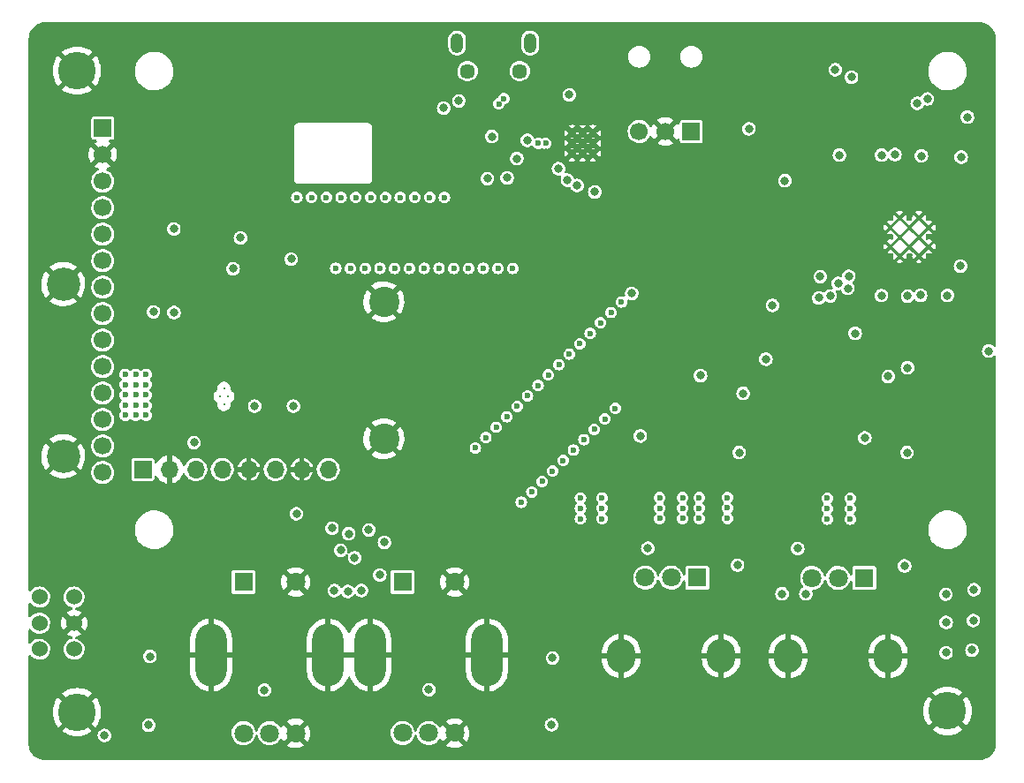
<source format=gbr>
%TF.GenerationSoftware,KiCad,Pcbnew,(6.0.10)*%
%TF.CreationDate,2023-12-11T17:02:30-05:00*%
%TF.ProjectId,Ultrasonic Sound Steering - Remote Rev. A,556c7472-6173-46f6-9e69-6320536f756e,rev?*%
%TF.SameCoordinates,Original*%
%TF.FileFunction,Copper,L2,Inr*%
%TF.FilePolarity,Positive*%
%FSLAX46Y46*%
G04 Gerber Fmt 4.6, Leading zero omitted, Abs format (unit mm)*
G04 Created by KiCad (PCBNEW (6.0.10)) date 2023-12-11 17:02:30*
%MOMM*%
%LPD*%
G01*
G04 APERTURE LIST*
%TA.AperFunction,ComponentPad*%
%ADD10R,1.800000X1.800000*%
%TD*%
%TA.AperFunction,ComponentPad*%
%ADD11C,1.800000*%
%TD*%
%TA.AperFunction,ComponentPad*%
%ADD12O,3.000000X6.000000*%
%TD*%
%TA.AperFunction,ComponentPad*%
%ADD13C,3.600000*%
%TD*%
%TA.AperFunction,ComponentPad*%
%ADD14R,1.700000X1.700000*%
%TD*%
%TA.AperFunction,ComponentPad*%
%ADD15C,1.700000*%
%TD*%
%TA.AperFunction,ComponentPad*%
%ADD16C,1.524000*%
%TD*%
%TA.AperFunction,ComponentPad*%
%ADD17O,2.720000X3.240000*%
%TD*%
%TA.AperFunction,ComponentPad*%
%ADD18C,0.300000*%
%TD*%
%TA.AperFunction,ComponentPad*%
%ADD19O,1.700000X1.700000*%
%TD*%
%TA.AperFunction,ComponentPad*%
%ADD20C,3.200000*%
%TD*%
%TA.AperFunction,ComponentPad*%
%ADD21C,2.900000*%
%TD*%
%TA.AperFunction,ComponentPad*%
%ADD22C,1.450000*%
%TD*%
%TA.AperFunction,ComponentPad*%
%ADD23O,1.200000X1.900000*%
%TD*%
%TA.AperFunction,ComponentPad*%
%ADD24C,0.500000*%
%TD*%
%TA.AperFunction,ViaPad*%
%ADD25C,0.800000*%
%TD*%
%TA.AperFunction,ViaPad*%
%ADD26C,0.600000*%
%TD*%
G04 APERTURE END LIST*
D10*
%TO.N,Sel2_*%
%TO.C,SW1*%
X121490000Y-96582500D03*
D11*
%TO.N,GND*%
X126490000Y-96582500D03*
%TO.N,Net-(D8-Pad2)*%
X121490000Y-111082500D03*
%TO.N,GND*%
X126490000Y-111082500D03*
%TO.N,Net-(D12-Pad2)*%
X123990000Y-111082500D03*
D12*
%TO.N,GND*%
X118390000Y-103582500D03*
X129590000Y-103582500D03*
%TD*%
D10*
%TO.N,Sel1_*%
%TO.C,SW2*%
X136730000Y-96580000D03*
D11*
%TO.N,GND*%
X141730000Y-96580000D03*
%TO.N,Net-(D5-Pad2)*%
X136730000Y-111080000D03*
%TO.N,GND*%
X141730000Y-111080000D03*
%TO.N,Net-(D6-Pad2)*%
X139230000Y-111080000D03*
D12*
%TO.N,GND*%
X133630000Y-103580000D03*
X144830000Y-103580000D03*
%TD*%
D13*
%TO.N,GND*%
%TO.C,H3*%
X188960999Y-108957999D03*
%TD*%
D14*
%TO.N,+3V3*%
%TO.C,J4*%
X108011999Y-53062999D03*
D15*
%TO.N,GND*%
X108008999Y-55601999D03*
%TO.N,Net-(J4-Pad3)*%
X108008999Y-58141999D03*
%TO.N,Net-(J4-Pad4)*%
X108008999Y-60681999D03*
%TO.N,Net-(J4-Pad5)*%
X108008999Y-63221999D03*
%TO.N,Net-(J4-Pad6)*%
X108008999Y-65761999D03*
%TO.N,Net-(J4-Pad7)*%
X108008999Y-68301999D03*
%TO.N,TFT_LED*%
X108008999Y-70838999D03*
%TO.N,Net-(J4-Pad9)*%
X108008999Y-73378999D03*
%TO.N,unconnected-(J4-Pad10)*%
X108008999Y-75918999D03*
%TO.N,unconnected-(J4-Pad11)*%
X108008999Y-78458999D03*
%TO.N,unconnected-(J4-Pad12)*%
X108008999Y-80998999D03*
%TO.N,unconnected-(J4-Pad13)*%
X108008999Y-83538999D03*
%TO.N,unconnected-(J4-Pad14)*%
X108008999Y-86078999D03*
%TD*%
D13*
%TO.N,GND*%
%TO.C,H1*%
X105539000Y-47538999D03*
%TD*%
%TO.N,GND*%
%TO.C,H2*%
X105538999Y-109060999D03*
%TD*%
D16*
%TO.N,Net-(R4-Pad1)*%
%TO.C,S1*%
X101950000Y-98035400D03*
%TO.N,VBAT*%
X101950000Y-100535400D03*
%TO.N,unconnected-(S1-Pad3)*%
X101950000Y-103035400D03*
%TO.N,unconnected-(S1-Pad4)*%
X105250000Y-98035400D03*
%TO.N,GND*%
X105250000Y-100535400D03*
%TO.N,Net-(R1-Pad2)*%
X105250000Y-103035400D03*
%TD*%
D10*
%TO.N,Net-(R14-Pad2)*%
%TO.C,RV2*%
X180985400Y-96192800D03*
D11*
%TO.N,Net-(C18-Pad2)*%
X178485400Y-96192800D03*
%TO.N,Net-(R15-Pad1)*%
X175985400Y-96192800D03*
D17*
%TO.N,GND*%
X173685400Y-103692800D03*
X183285400Y-103692800D03*
%TD*%
D18*
%TO.N,GND*%
%TO.C,U3*%
X119977182Y-78780000D03*
X119277182Y-78780000D03*
X119627182Y-78030000D03*
X119627182Y-79530000D03*
%TD*%
D10*
%TO.N,Net-(R2-Pad2)*%
%TO.C,RV1*%
X164985400Y-96175000D03*
D11*
%TO.N,Net-(C3-Pad2)*%
X162485400Y-96175000D03*
%TO.N,Net-(R3-Pad1)*%
X159985400Y-96175000D03*
D17*
%TO.N,GND*%
X157685400Y-103675000D03*
X167285400Y-103675000D03*
%TD*%
D14*
%TO.N,unconnected-(J1-Pad1)*%
%TO.C,J1*%
X111837144Y-85792499D03*
D19*
%TO.N,GND*%
X114377144Y-85792499D03*
%TO.N,VBAT*%
X116917144Y-85792499D03*
%TO.N,Net-(C1-Pad1)*%
X119457144Y-85792499D03*
%TO.N,GND*%
X121997144Y-85792499D03*
%TO.N,unconnected-(J1-Pad6)*%
X124537144Y-85792499D03*
%TO.N,GND*%
X127077144Y-85792499D03*
%TO.N,+5V*%
X129617144Y-85792499D03*
D20*
%TO.N,GND*%
X104217144Y-84523899D03*
X104217144Y-68013899D03*
D21*
X134951144Y-69698899D03*
X134951144Y-82838899D03*
%TD*%
D14*
%TO.N,RX2*%
%TO.C,J2*%
X164410000Y-53380001D03*
D15*
%TO.N,GND*%
X161910000Y-53380001D03*
%TO.N,TX2*%
X159410000Y-53380001D03*
%TD*%
D22*
%TO.N,Net-(J3-Pad6)*%
%TO.C,J3*%
X147970000Y-47582500D03*
D23*
X148970000Y-44882500D03*
D22*
X142970000Y-47582500D03*
D23*
X141970000Y-44882500D03*
%TD*%
D18*
%TO.N,GND*%
%TO.C,U7*%
X187145000Y-64407500D03*
X187145000Y-62572500D03*
X186227500Y-65325000D03*
X186227500Y-63490000D03*
X186227500Y-61655000D03*
X185310000Y-64407500D03*
X185310000Y-62572500D03*
X184392500Y-65325000D03*
X184392500Y-63490000D03*
X184392500Y-61655000D03*
X183475000Y-64407500D03*
X183475000Y-62572500D03*
%TD*%
D24*
%TO.N,GND*%
%TO.C,U6*%
X154990000Y-53500000D03*
X153990000Y-55500000D03*
X152990000Y-55500000D03*
X154990000Y-55500000D03*
X153990000Y-54500000D03*
X154990000Y-54500000D03*
X153990000Y-53500000D03*
X152990000Y-53500000D03*
X152990000Y-54500000D03*
%TD*%
D25*
%TO.N,GND*%
X180567655Y-77497655D03*
D26*
X145032000Y-72854000D03*
X120370000Y-75180000D03*
D25*
X185034500Y-81290000D03*
X176190000Y-99720000D03*
X137975001Y-53785001D03*
D26*
X143916944Y-57983056D03*
X151750000Y-58600000D03*
D25*
X120370000Y-62735500D03*
X192830000Y-67320000D03*
D26*
X177272379Y-47304401D03*
D25*
X162984499Y-99200001D03*
X161370000Y-75520000D03*
D26*
X120780000Y-81040000D03*
D25*
X192830000Y-60120000D03*
X178989999Y-99289999D03*
X124197182Y-75390000D03*
D26*
X143618000Y-75682000D03*
D25*
X150130000Y-47320000D03*
D26*
X145032000Y-75682000D03*
D25*
X161998935Y-82589500D03*
X125125000Y-107030000D03*
X176904750Y-81347375D03*
D26*
X147490000Y-50264500D03*
X147000000Y-46382500D03*
D25*
X110865000Y-103800000D03*
D26*
X177960000Y-46520000D03*
D25*
X148060000Y-50790000D03*
D26*
X138310000Y-107110000D03*
X126560000Y-89050000D03*
X177500000Y-66694500D03*
X132390000Y-92500000D03*
X118940000Y-76360000D03*
D25*
X190040000Y-77400000D03*
D26*
X163600000Y-91590000D03*
D25*
X192830000Y-64920000D03*
X116520000Y-62174500D03*
D26*
X188800000Y-104420000D03*
X143618000Y-71440000D03*
X152844977Y-48755023D03*
D25*
X178500000Y-77189500D03*
X120770000Y-71010000D03*
X185034500Y-82710000D03*
X140812500Y-106986250D03*
D26*
X174570000Y-92410000D03*
X192090000Y-102330000D03*
X142204000Y-71440000D03*
X140790000Y-72854000D03*
X165180000Y-91590000D03*
X192076737Y-96557716D03*
D25*
X113670000Y-75260000D03*
X141618698Y-54708698D03*
D26*
X188010000Y-50220000D03*
X175530000Y-93370000D03*
D25*
X112620001Y-82299999D03*
D26*
X175440000Y-98660000D03*
X177430000Y-87460000D03*
X159250000Y-93340000D03*
X119577182Y-81040000D03*
X185385535Y-51325500D03*
X179040000Y-46970000D03*
D25*
X186367500Y-67585000D03*
D26*
X115770000Y-70890000D03*
D25*
X172155400Y-94975002D03*
D26*
X140790000Y-75682000D03*
D25*
X122500000Y-88000000D03*
X186977500Y-77360000D03*
D26*
X143618000Y-72854000D03*
D25*
X163505001Y-79180001D03*
D26*
X175250000Y-69880000D03*
X145810879Y-57849064D03*
D25*
X168939999Y-75320000D03*
X192830000Y-57700000D03*
D26*
X163570000Y-87440000D03*
D25*
X143150000Y-50700000D03*
D26*
X113340000Y-110380000D03*
D25*
X188507500Y-77445000D03*
X155360000Y-47280000D03*
X150491379Y-55402105D03*
D26*
X185770000Y-68330000D03*
D25*
X168886635Y-82656635D03*
X192830000Y-56630000D03*
X137428191Y-89850001D03*
X180470000Y-66874500D03*
D26*
X142204000Y-74268000D03*
D25*
X138735002Y-47015000D03*
D26*
X119587182Y-82310000D03*
X173450000Y-57134500D03*
X150250000Y-111000000D03*
D25*
X115150000Y-75320000D03*
X141664999Y-53735001D03*
X168950001Y-81290001D03*
D26*
X113440000Y-104000000D03*
D25*
X116430000Y-69960000D03*
D26*
X120400000Y-73970000D03*
X118350000Y-81040000D03*
X140790000Y-74268000D03*
X177270000Y-68320000D03*
X184950000Y-68220000D03*
D25*
X192830000Y-63720000D03*
D26*
X155840000Y-87440000D03*
X145032000Y-74268000D03*
X132560000Y-98320000D03*
X161360000Y-87430000D03*
X118920000Y-73920000D03*
X167840000Y-95100000D03*
X192100000Y-99580000D03*
D25*
X125680000Y-75400000D03*
X192830000Y-66120000D03*
X185099998Y-78659999D03*
D26*
X177520000Y-55710000D03*
X152050000Y-103960000D03*
D25*
X116610000Y-75370000D03*
D26*
X145032000Y-71440000D03*
D25*
X186230000Y-95090000D03*
D26*
X119550000Y-66480000D03*
X185018056Y-55568056D03*
X177450000Y-91640000D03*
D25*
X192815000Y-55535000D03*
X149359999Y-110404689D03*
D26*
X156270000Y-59150000D03*
D25*
X122727182Y-75430000D03*
X156130000Y-94954998D03*
D26*
X143618000Y-74268000D03*
X118930000Y-75200000D03*
D25*
X192810000Y-52290000D03*
D26*
X167880000Y-91570000D03*
D25*
X137990000Y-55170000D03*
D26*
X113840000Y-62660000D03*
D25*
X192815000Y-69485000D03*
D26*
X170740000Y-53650000D03*
X179830000Y-47240000D03*
X161380000Y-91590000D03*
D25*
X117620000Y-80270000D03*
D26*
X153800000Y-91590000D03*
D25*
X191540000Y-77360000D03*
X159783885Y-99120615D03*
D26*
X181570000Y-55830000D03*
X191200000Y-51080000D03*
D25*
X181709999Y-77058998D03*
X161961611Y-80248282D03*
D26*
X122540000Y-107060000D03*
X142204000Y-72854000D03*
X178030000Y-67110000D03*
D25*
X192830000Y-58920000D03*
X192830000Y-62520000D03*
X192820000Y-72930000D03*
D26*
X111990000Y-71050000D03*
X167850000Y-87420000D03*
D25*
X151460000Y-51580000D03*
D26*
X150660000Y-57620000D03*
D25*
X192830000Y-61320000D03*
D26*
X173110000Y-98690000D03*
X148530000Y-56410000D03*
X192630000Y-75340000D03*
X179670000Y-91640000D03*
D25*
X163525000Y-85150000D03*
D26*
X142204000Y-75682000D03*
X140010000Y-50500000D03*
D25*
X110750000Y-110500000D03*
D26*
X155870000Y-91570000D03*
D25*
X149454999Y-104006001D03*
D26*
X120360000Y-76370000D03*
X182530000Y-77470000D03*
X140790000Y-71440000D03*
X165160000Y-87430000D03*
X160200000Y-92390000D03*
D25*
X123037182Y-80940000D03*
D26*
X133060000Y-93920000D03*
X135080000Y-95140000D03*
X153780000Y-87450000D03*
D25*
X192830000Y-68400000D03*
X140920000Y-48570000D03*
D26*
X127000000Y-65730000D03*
X131720000Y-93360000D03*
X130790000Y-98180000D03*
D25*
X129000000Y-97350000D03*
D26*
X189670667Y-56558785D03*
D25*
X148940000Y-50364500D03*
D26*
X179640000Y-87470000D03*
D25*
X189030000Y-67510000D03*
D26*
X180720000Y-47930000D03*
X151360000Y-57900000D03*
D25*
X179550000Y-85275000D03*
X173185500Y-68216227D03*
D26*
X168720000Y-85040000D03*
D25*
X137386595Y-91340001D03*
D26*
X180820000Y-48810000D03*
X158530023Y-82350023D03*
D25*
X168929999Y-76725500D03*
D26*
X184820000Y-85080000D03*
D25*
%TO.N,TFT_CS~*%
X178609943Y-55639943D03*
%TO.N,TFT_DC*%
X173378392Y-58081298D03*
%TO.N,TFT_MOSI*%
X190870000Y-51990000D03*
%TO.N,TFT_SCK*%
X182650000Y-55640000D03*
%TO.N,TFT_MISO*%
X183919999Y-55589999D03*
%TO.N,Enc1A_*%
X132790919Y-97391998D03*
%TO.N,Enc1B_*%
X131500000Y-97490000D03*
%TO.N,Enc2A_*%
X126570000Y-90040000D03*
%TO.N,Enc2B_*%
X130204600Y-97395400D03*
%TO.N,LB*%
X174600000Y-93370000D03*
X180110001Y-72735309D03*
%TO.N,Net-(D3-Pad1)*%
X188830000Y-100460000D03*
%TO.N,MCU_HB*%
X179498752Y-67272160D03*
X160240000Y-93340000D03*
%TO.N,ADC0*%
X169000000Y-84170000D03*
X182630000Y-69110000D03*
%TO.N,ADC1*%
X186377500Y-69085000D03*
X169381002Y-78499999D03*
%TO.N,TFT_RST*%
X190273767Y-55825420D03*
X120497937Y-66534508D03*
%TO.N,TFT_ON{slash}PWM_BL_CTRL*%
X126062500Y-65612500D03*
X186453077Y-55711614D03*
%TO.N,RX2*%
X179758528Y-48169863D03*
%TO.N,TX2*%
X178214533Y-47444533D03*
%TO.N,Net-(D4-Pad1)*%
X188800000Y-97760000D03*
%TO.N,Net-(Q1-Pad3)*%
X173099999Y-97719999D03*
X175384532Y-97712119D03*
%TO.N,Enc1A*%
X134550000Y-95910000D03*
X176771394Y-67303341D03*
%TO.N,Enc1B*%
X132150000Y-94260000D03*
X172194782Y-70045218D03*
%TO.N,/VIN*%
X126287182Y-79710000D03*
X122567182Y-79710000D03*
%TO.N,Enc2A*%
X129973688Y-91421002D03*
X177717835Y-69157257D03*
%TO.N,Enc2B*%
X130810000Y-93545500D03*
X176630000Y-69340000D03*
%TO.N,Sel1*%
X133510309Y-91595000D03*
X179415500Y-68430000D03*
%TO.N,Sel2*%
X131585000Y-91955000D03*
X178481539Y-67945265D03*
%TO.N,Net-(D14-Pad1)*%
X188820000Y-103360000D03*
%TO.N,Net-(J4-Pad5)*%
X121210000Y-63565500D03*
%TO.N,ADC2*%
X188950000Y-69090000D03*
X185080000Y-84170000D03*
%TO.N,EN_*%
X158700000Y-68900000D03*
X190210000Y-66280000D03*
%TO.N,IO0*%
X140670000Y-51120000D03*
X169929999Y-53129999D03*
D26*
%TO.N,+3V3*%
X112170000Y-78650000D03*
X156720000Y-70730000D03*
X148720000Y-78730000D03*
X111170000Y-78650000D03*
D25*
X123500000Y-106955000D03*
D26*
X143058000Y-66500000D03*
X110160000Y-76670000D03*
D25*
X148690000Y-54220000D03*
D26*
X145720000Y-81730000D03*
X155120000Y-81940000D03*
X110170000Y-77650000D03*
X161370000Y-90500000D03*
X138816000Y-66500000D03*
X153720000Y-73730000D03*
X112170000Y-79650000D03*
X148120000Y-88940000D03*
D25*
X185120000Y-76030500D03*
X112409999Y-110314689D03*
D26*
X163580000Y-90500000D03*
X145886000Y-66500000D03*
X111170000Y-79650000D03*
X163580000Y-88500000D03*
X150720000Y-76730000D03*
X139336000Y-59700000D03*
X151720000Y-75730000D03*
X112170000Y-77650000D03*
X157120000Y-79940000D03*
X153790000Y-88530000D03*
X179650000Y-89550000D03*
X152120000Y-84940000D03*
X161370000Y-89500000D03*
D25*
X139262500Y-106911250D03*
X116750000Y-83220002D03*
X114840000Y-70740000D03*
X168835398Y-94967082D03*
D26*
X177440000Y-88550000D03*
X179650000Y-90550000D03*
X155720000Y-71730000D03*
X140230000Y-66500000D03*
X163580000Y-89500000D03*
X165170000Y-90500000D03*
X152720000Y-74730000D03*
X154720000Y-72730000D03*
X111160000Y-76670000D03*
X137922000Y-59700000D03*
X177440000Y-89550000D03*
D25*
X191438155Y-100286639D03*
X183280000Y-76870000D03*
D26*
X129438000Y-59700000D03*
X111170000Y-80600000D03*
D25*
X114820000Y-62720000D03*
X151115001Y-103869999D03*
D26*
X133680000Y-59700000D03*
D25*
X112870000Y-70680000D03*
X112531942Y-103722536D03*
D26*
X167860000Y-88480000D03*
X143720000Y-83730000D03*
X167860000Y-90480000D03*
X151120000Y-85940000D03*
X144720000Y-82730000D03*
X130852000Y-59700000D03*
X112160000Y-76670000D03*
X111170000Y-77650000D03*
X130332000Y-66500000D03*
X134574000Y-66500000D03*
X112170000Y-80600000D03*
X153790000Y-89530000D03*
X132266000Y-59700000D03*
X149720000Y-77730000D03*
D25*
X135000000Y-92790000D03*
D26*
X144472000Y-66500000D03*
D25*
X151012501Y-110263513D03*
D26*
X126610000Y-59700000D03*
X149120000Y-87940000D03*
X131746000Y-66500000D03*
X110170000Y-79650000D03*
X137402000Y-66500000D03*
X146720000Y-80730000D03*
D25*
X192911248Y-74430000D03*
D26*
X179650000Y-88550000D03*
X153120000Y-83940000D03*
X161370000Y-88500000D03*
X177440000Y-90550000D03*
X140750000Y-59700000D03*
D25*
X108170000Y-111300000D03*
D26*
X133160000Y-66500000D03*
X128024000Y-59700000D03*
X135094000Y-59700000D03*
X155850000Y-88510000D03*
X154120000Y-82940000D03*
X110170000Y-78650000D03*
X147720000Y-79730000D03*
X155850000Y-90510000D03*
X110170000Y-80600000D03*
X153790000Y-90530000D03*
X165170000Y-89500000D03*
D25*
X191300000Y-103110000D03*
X171560000Y-75210000D03*
D26*
X165170000Y-88500000D03*
X156120000Y-80940000D03*
X147300000Y-66500000D03*
X155850000Y-89510000D03*
X136508000Y-59700000D03*
D25*
X165300001Y-76780001D03*
D26*
X167860000Y-89480000D03*
X141644000Y-66500000D03*
D25*
X184845400Y-95047082D03*
D26*
X135988000Y-66500000D03*
X150120000Y-86940000D03*
D25*
X181035001Y-82759999D03*
D26*
X157720000Y-69730000D03*
D25*
X191498863Y-97311119D03*
%TO.N,VBUS*%
X152711920Y-49853070D03*
X142130000Y-50450000D03*
D26*
%TO.N,/D+*%
X150450000Y-54500000D03*
X146440000Y-50230000D03*
%TO.N,/D-*%
X145960000Y-50720000D03*
X149750000Y-54520000D03*
D25*
%TO.N,Net-(R4-Pad1)*%
X159525000Y-82575000D03*
%TO.N,DTR*%
X145300000Y-53858697D03*
X151680000Y-56950000D03*
X146760023Y-57822987D03*
%TO.N,RTS*%
X147692193Y-55963195D03*
X144862650Y-57898237D03*
X155161754Y-59178070D03*
%TO.N,Net-(R30-Pad2)*%
X185140000Y-69160000D03*
%TO.N,ESP32_TXD0*%
X153458272Y-58545500D03*
X186065088Y-50662354D03*
%TO.N,ESP32_RXD0*%
X152539795Y-58037704D03*
X187035377Y-50262362D03*
%TD*%
%TA.AperFunction,Conductor*%
%TO.N,GND*%
G36*
X191988704Y-42901997D02*
G01*
X192001387Y-42903968D01*
X192001388Y-42903968D01*
X192011183Y-42905490D01*
X192020969Y-42903911D01*
X192027415Y-42903892D01*
X192047301Y-42902984D01*
X192228712Y-42915457D01*
X192246555Y-42917975D01*
X192450919Y-42961916D01*
X192468219Y-42966953D01*
X192664231Y-43039600D01*
X192680623Y-43047049D01*
X192796632Y-43110134D01*
X192864266Y-43146913D01*
X192879435Y-43156628D01*
X193046957Y-43281670D01*
X193060578Y-43293444D01*
X193208545Y-43441099D01*
X193220358Y-43454707D01*
X193345742Y-43621950D01*
X193355491Y-43637100D01*
X193455746Y-43820538D01*
X193463231Y-43836920D01*
X193536288Y-44032770D01*
X193541362Y-44050060D01*
X193585732Y-44254318D01*
X193588289Y-44272157D01*
X193601148Y-44453580D01*
X193600286Y-44473357D01*
X193600281Y-44479882D01*
X193598722Y-44489674D01*
X193602127Y-44511287D01*
X193602170Y-44511557D01*
X193603706Y-44531193D01*
X193601241Y-56278878D01*
X193597547Y-73889197D01*
X193577531Y-73957314D01*
X193523865Y-74003796D01*
X193453589Y-74013885D01*
X193387728Y-73983247D01*
X193290896Y-73896972D01*
X193290893Y-73896970D01*
X193285224Y-73891919D01*
X193146079Y-73818245D01*
X193129370Y-73814048D01*
X193000746Y-73781740D01*
X193000744Y-73781740D01*
X192993376Y-73779889D01*
X192985778Y-73779849D01*
X192985776Y-73779849D01*
X192918567Y-73779497D01*
X192835932Y-73779065D01*
X192828553Y-73780837D01*
X192828549Y-73780837D01*
X192690215Y-73814048D01*
X192690211Y-73814049D01*
X192682836Y-73815820D01*
X192599285Y-73858944D01*
X192555893Y-73881340D01*
X192542927Y-73888032D01*
X192537205Y-73893024D01*
X192537203Y-73893025D01*
X192430007Y-73986538D01*
X192430004Y-73986541D01*
X192424282Y-73991533D01*
X192411698Y-74009438D01*
X192347478Y-74100814D01*
X192333749Y-74120348D01*
X192276557Y-74267039D01*
X192274042Y-74286145D01*
X192260301Y-74390518D01*
X192256006Y-74423138D01*
X192273283Y-74579633D01*
X192327391Y-74727490D01*
X192331628Y-74733796D01*
X192331630Y-74733799D01*
X192371957Y-74793811D01*
X192415206Y-74858172D01*
X192461347Y-74900157D01*
X192496459Y-74932106D01*
X192531658Y-74964135D01*
X192553133Y-74975795D01*
X192663347Y-75035637D01*
X192663349Y-75035638D01*
X192670024Y-75039262D01*
X192677373Y-75041190D01*
X192814967Y-75077287D01*
X192814969Y-75077287D01*
X192822317Y-75079215D01*
X192905628Y-75080524D01*
X192972146Y-75081569D01*
X192972149Y-75081569D01*
X192979743Y-75081688D01*
X193133216Y-75046538D01*
X193273873Y-74975795D01*
X193389490Y-74877049D01*
X193454279Y-74848018D01*
X193524479Y-74858623D01*
X193577802Y-74905498D01*
X193597320Y-74972885D01*
X193597043Y-76293174D01*
X193597006Y-76468449D01*
X193597005Y-76468480D01*
X193596996Y-76468537D01*
X193597000Y-76497641D01*
X193596993Y-76531435D01*
X193597003Y-76531499D01*
X193597005Y-76531542D01*
X193601994Y-112037546D01*
X193601994Y-112040149D01*
X193600501Y-112059506D01*
X193597010Y-112081972D01*
X193598589Y-112091758D01*
X193598608Y-112098204D01*
X193599517Y-112118086D01*
X193590305Y-112252072D01*
X193587044Y-112299506D01*
X193584527Y-112317344D01*
X193547252Y-112490714D01*
X193540588Y-112521707D01*
X193535552Y-112539005D01*
X193493534Y-112652377D01*
X193462904Y-112735020D01*
X193455449Y-112751425D01*
X193355595Y-112935052D01*
X193345877Y-112950226D01*
X193220841Y-113117744D01*
X193209056Y-113131378D01*
X193061407Y-113279339D01*
X193047800Y-113291152D01*
X192880550Y-113416542D01*
X192865396Y-113426292D01*
X192681973Y-113526540D01*
X192665586Y-113534028D01*
X192469731Y-113607088D01*
X192452442Y-113612161D01*
X192248183Y-113656531D01*
X192230346Y-113659088D01*
X192048983Y-113671944D01*
X192028981Y-113671072D01*
X192022617Y-113671067D01*
X192012826Y-113669508D01*
X191990883Y-113672965D01*
X191971275Y-113674500D01*
X102541436Y-113674500D01*
X102521726Y-113672949D01*
X102509793Y-113671059D01*
X102500000Y-113669508D01*
X102490206Y-113671059D01*
X102485045Y-113671059D01*
X102463794Y-113671995D01*
X102397023Y-113667376D01*
X102288075Y-113659839D01*
X102270850Y-113657444D01*
X102071497Y-113615536D01*
X102054765Y-113610792D01*
X102044467Y-113607087D01*
X102016122Y-113596890D01*
X101863077Y-113541831D01*
X101847167Y-113534833D01*
X101666789Y-113440128D01*
X101651999Y-113431008D01*
X101486388Y-113312374D01*
X101472988Y-113301300D01*
X101325282Y-113160984D01*
X101313539Y-113148174D01*
X101186567Y-112988863D01*
X101176695Y-112974551D01*
X101150689Y-112930647D01*
X101144629Y-112920417D01*
X101072875Y-112799283D01*
X101065066Y-112783745D01*
X100986363Y-112595842D01*
X100980767Y-112579374D01*
X100928693Y-112382437D01*
X100925418Y-112365358D01*
X100910727Y-112243906D01*
X125693423Y-112243906D01*
X125698704Y-112250961D01*
X125875080Y-112354027D01*
X125884363Y-112358474D01*
X126091003Y-112437383D01*
X126100901Y-112440259D01*
X126317653Y-112484357D01*
X126327883Y-112485576D01*
X126548914Y-112493682D01*
X126559223Y-112493214D01*
X126778623Y-112465108D01*
X126788688Y-112462968D01*
X127000557Y-112399405D01*
X127010152Y-112395644D01*
X127208778Y-112298338D01*
X127217636Y-112293059D01*
X127275097Y-112252072D01*
X127283472Y-112241406D01*
X140933423Y-112241406D01*
X140938704Y-112248461D01*
X141115080Y-112351527D01*
X141124363Y-112355974D01*
X141331003Y-112434883D01*
X141340901Y-112437759D01*
X141557653Y-112481857D01*
X141567883Y-112483076D01*
X141788914Y-112491182D01*
X141799223Y-112490714D01*
X142018623Y-112462608D01*
X142028688Y-112460468D01*
X142240557Y-112396905D01*
X142250152Y-112393144D01*
X142448778Y-112295838D01*
X142457636Y-112290559D01*
X142515097Y-112249572D01*
X142523497Y-112238874D01*
X142516510Y-112225721D01*
X141742811Y-111452021D01*
X141728868Y-111444408D01*
X141727034Y-111444539D01*
X141720420Y-111448790D01*
X140940180Y-112229031D01*
X140933423Y-112241406D01*
X127283472Y-112241406D01*
X127283497Y-112241374D01*
X127276510Y-112228221D01*
X126502811Y-111454521D01*
X126488868Y-111446908D01*
X126487034Y-111447039D01*
X126480420Y-111451290D01*
X125700180Y-112231531D01*
X125693423Y-112243906D01*
X100910727Y-112243906D01*
X100904301Y-112190781D01*
X100904138Y-112168475D01*
X100903911Y-112164064D01*
X100904958Y-112154205D01*
X100902907Y-112144504D01*
X100902751Y-112141471D01*
X100900500Y-112119948D01*
X100900500Y-110865285D01*
X104100170Y-110865285D01*
X104106627Y-110874645D01*
X104127863Y-110893269D01*
X104134394Y-110898280D01*
X104379090Y-111061780D01*
X104386227Y-111065901D01*
X104650173Y-111196064D01*
X104657777Y-111199214D01*
X104936456Y-111293813D01*
X104944408Y-111295944D01*
X105233055Y-111353359D01*
X105241213Y-111354433D01*
X105534880Y-111373681D01*
X105543118Y-111373681D01*
X105836785Y-111354433D01*
X105844943Y-111353359D01*
X106133590Y-111295944D01*
X106141542Y-111293813D01*
X106143530Y-111293138D01*
X107514758Y-111293138D01*
X107532035Y-111449633D01*
X107586143Y-111597490D01*
X107590380Y-111603796D01*
X107590382Y-111603799D01*
X107603307Y-111623033D01*
X107673958Y-111728172D01*
X107790410Y-111834135D01*
X107797085Y-111837759D01*
X107922099Y-111905637D01*
X107922101Y-111905638D01*
X107928776Y-111909262D01*
X107936125Y-111911190D01*
X108073719Y-111947287D01*
X108073721Y-111947287D01*
X108081069Y-111949215D01*
X108164380Y-111950524D01*
X108230898Y-111951569D01*
X108230901Y-111951569D01*
X108238495Y-111951688D01*
X108391968Y-111916538D01*
X108532625Y-111845795D01*
X108582708Y-111803020D01*
X108646574Y-111748474D01*
X108646576Y-111748471D01*
X108652348Y-111743542D01*
X108744224Y-111615683D01*
X108751477Y-111597642D01*
X108800114Y-111476652D01*
X108802950Y-111469598D01*
X108820823Y-111344015D01*
X108824553Y-111317807D01*
X108824553Y-111317804D01*
X108825134Y-111313723D01*
X108825278Y-111300000D01*
X108806363Y-111143694D01*
X108782119Y-111079534D01*
X108771811Y-111052254D01*
X120334967Y-111052254D01*
X120348796Y-111263249D01*
X120350217Y-111268845D01*
X120350218Y-111268850D01*
X120399424Y-111462595D01*
X120400845Y-111468190D01*
X120403262Y-111473433D01*
X120486951Y-111654969D01*
X120489369Y-111660214D01*
X120611405Y-111832891D01*
X120762865Y-111980437D01*
X120767661Y-111983642D01*
X120767664Y-111983644D01*
X120881212Y-112059514D01*
X120938677Y-112097911D01*
X120943985Y-112100192D01*
X120943986Y-112100192D01*
X121127650Y-112179100D01*
X121127653Y-112179101D01*
X121132953Y-112181378D01*
X121138582Y-112182652D01*
X121138583Y-112182652D01*
X121333550Y-112226769D01*
X121333553Y-112226769D01*
X121339186Y-112228044D01*
X121344957Y-112228271D01*
X121344959Y-112228271D01*
X121406989Y-112230708D01*
X121550470Y-112236346D01*
X121556179Y-112235518D01*
X121556183Y-112235518D01*
X121754015Y-112206833D01*
X121754019Y-112206832D01*
X121759730Y-112206004D01*
X121846352Y-112176600D01*
X121954483Y-112139895D01*
X121954488Y-112139893D01*
X121959955Y-112138037D01*
X121964998Y-112135213D01*
X122139395Y-112037546D01*
X122139399Y-112037543D01*
X122144442Y-112034719D01*
X122307012Y-111899512D01*
X122442219Y-111736942D01*
X122445043Y-111731899D01*
X122445046Y-111731895D01*
X122542713Y-111557498D01*
X122542714Y-111557496D01*
X122545537Y-111552455D01*
X122547393Y-111546988D01*
X122547395Y-111546983D01*
X122602035Y-111386017D01*
X122613504Y-111352230D01*
X122616334Y-111332713D01*
X122645905Y-111268167D01*
X122705677Y-111229855D01*
X122776673Y-111229941D01*
X122836353Y-111268396D01*
X122863153Y-111319779D01*
X122899423Y-111462593D01*
X122899424Y-111462595D01*
X122900845Y-111468190D01*
X122903262Y-111473433D01*
X122986951Y-111654969D01*
X122989369Y-111660214D01*
X123111405Y-111832891D01*
X123262865Y-111980437D01*
X123267661Y-111983642D01*
X123267664Y-111983644D01*
X123381212Y-112059514D01*
X123438677Y-112097911D01*
X123443985Y-112100192D01*
X123443986Y-112100192D01*
X123627650Y-112179100D01*
X123627653Y-112179101D01*
X123632953Y-112181378D01*
X123638582Y-112182652D01*
X123638583Y-112182652D01*
X123833550Y-112226769D01*
X123833553Y-112226769D01*
X123839186Y-112228044D01*
X123844957Y-112228271D01*
X123844959Y-112228271D01*
X123906989Y-112230708D01*
X124050470Y-112236346D01*
X124056179Y-112235518D01*
X124056183Y-112235518D01*
X124254015Y-112206833D01*
X124254019Y-112206832D01*
X124259730Y-112206004D01*
X124346352Y-112176600D01*
X124454483Y-112139895D01*
X124454488Y-112139893D01*
X124459955Y-112138037D01*
X124464998Y-112135213D01*
X124639395Y-112037546D01*
X124639399Y-112037543D01*
X124644442Y-112034719D01*
X124807012Y-111899512D01*
X124942219Y-111736942D01*
X124984458Y-111661519D01*
X125035195Y-111611858D01*
X125104727Y-111597511D01*
X125170978Y-111623033D01*
X125211135Y-111675682D01*
X125226989Y-111714726D01*
X125231634Y-111723921D01*
X125320097Y-111868281D01*
X125330553Y-111877742D01*
X125339331Y-111873958D01*
X126117979Y-111095311D01*
X126124356Y-111083632D01*
X126854408Y-111083632D01*
X126854539Y-111085466D01*
X126858790Y-111092080D01*
X127636307Y-111869596D01*
X127648313Y-111876152D01*
X127660052Y-111867184D01*
X127698010Y-111814359D01*
X127703321Y-111805520D01*
X127801318Y-111607237D01*
X127805117Y-111597642D01*
X127869415Y-111386017D01*
X127871594Y-111375936D01*
X127900702Y-111154838D01*
X127901221Y-111148163D01*
X127902744Y-111085864D01*
X127902550Y-111079146D01*
X127900134Y-111049754D01*
X135574967Y-111049754D01*
X135588796Y-111260749D01*
X135590217Y-111266345D01*
X135590218Y-111266350D01*
X135639424Y-111460095D01*
X135640845Y-111465690D01*
X135643262Y-111470933D01*
X135712228Y-111620533D01*
X135729369Y-111657714D01*
X135851405Y-111830391D01*
X135862152Y-111840860D01*
X135975798Y-111951569D01*
X136002865Y-111977937D01*
X136007661Y-111981142D01*
X136007664Y-111981144D01*
X136108693Y-112048649D01*
X136178677Y-112095411D01*
X136183985Y-112097692D01*
X136183986Y-112097692D01*
X136367650Y-112176600D01*
X136367653Y-112176601D01*
X136372953Y-112178878D01*
X136378582Y-112180152D01*
X136378583Y-112180152D01*
X136573550Y-112224269D01*
X136573553Y-112224269D01*
X136579186Y-112225544D01*
X136584957Y-112225771D01*
X136584959Y-112225771D01*
X136642810Y-112228044D01*
X136790470Y-112233846D01*
X136796179Y-112233018D01*
X136796183Y-112233018D01*
X136994015Y-112204333D01*
X136994019Y-112204332D01*
X136999730Y-112203504D01*
X137079052Y-112176578D01*
X137194483Y-112137395D01*
X137194488Y-112137393D01*
X137199955Y-112135537D01*
X137204998Y-112132713D01*
X137379395Y-112035046D01*
X137379399Y-112035043D01*
X137384442Y-112032219D01*
X137547012Y-111897012D01*
X137682219Y-111734442D01*
X137685043Y-111729399D01*
X137685046Y-111729395D01*
X137782713Y-111554998D01*
X137782714Y-111554996D01*
X137785537Y-111549955D01*
X137787393Y-111544488D01*
X137787395Y-111544483D01*
X137845457Y-111373436D01*
X137853504Y-111349730D01*
X137855972Y-111332713D01*
X137856334Y-111330213D01*
X137885905Y-111265667D01*
X137945677Y-111227355D01*
X138016673Y-111227441D01*
X138076353Y-111265896D01*
X138103153Y-111317279D01*
X138139423Y-111460093D01*
X138139424Y-111460095D01*
X138140845Y-111465690D01*
X138143262Y-111470933D01*
X138212228Y-111620533D01*
X138229369Y-111657714D01*
X138351405Y-111830391D01*
X138362152Y-111840860D01*
X138475798Y-111951569D01*
X138502865Y-111977937D01*
X138507661Y-111981142D01*
X138507664Y-111981144D01*
X138608693Y-112048649D01*
X138678677Y-112095411D01*
X138683985Y-112097692D01*
X138683986Y-112097692D01*
X138867650Y-112176600D01*
X138867653Y-112176601D01*
X138872953Y-112178878D01*
X138878582Y-112180152D01*
X138878583Y-112180152D01*
X139073550Y-112224269D01*
X139073553Y-112224269D01*
X139079186Y-112225544D01*
X139084957Y-112225771D01*
X139084959Y-112225771D01*
X139142810Y-112228044D01*
X139290470Y-112233846D01*
X139296179Y-112233018D01*
X139296183Y-112233018D01*
X139494015Y-112204333D01*
X139494019Y-112204332D01*
X139499730Y-112203504D01*
X139579052Y-112176578D01*
X139694483Y-112137395D01*
X139694488Y-112137393D01*
X139699955Y-112135537D01*
X139704998Y-112132713D01*
X139879395Y-112035046D01*
X139879399Y-112035043D01*
X139884442Y-112032219D01*
X140047012Y-111897012D01*
X140182219Y-111734442D01*
X140224458Y-111659019D01*
X140275195Y-111609358D01*
X140344727Y-111595011D01*
X140410978Y-111620533D01*
X140451135Y-111673182D01*
X140466989Y-111712226D01*
X140471634Y-111721421D01*
X140560097Y-111865781D01*
X140570553Y-111875242D01*
X140579331Y-111871458D01*
X141357979Y-111092811D01*
X141364356Y-111081132D01*
X142094408Y-111081132D01*
X142094539Y-111082966D01*
X142098790Y-111089580D01*
X142876307Y-111867096D01*
X142888313Y-111873652D01*
X142900052Y-111864684D01*
X142938010Y-111811859D01*
X142943321Y-111803020D01*
X143041318Y-111604737D01*
X143045117Y-111595142D01*
X143109415Y-111383517D01*
X143111594Y-111373436D01*
X143140702Y-111152338D01*
X143141221Y-111145663D01*
X143142744Y-111083364D01*
X143142550Y-111076646D01*
X143124279Y-110854400D01*
X143122596Y-110844238D01*
X143068710Y-110629708D01*
X143065389Y-110619953D01*
X142977193Y-110417118D01*
X142972315Y-110408020D01*
X142899224Y-110295038D01*
X142888538Y-110285835D01*
X142878973Y-110290238D01*
X142102021Y-111067189D01*
X142094408Y-111081132D01*
X141364356Y-111081132D01*
X141365592Y-111078868D01*
X141365461Y-111077034D01*
X141361210Y-111070420D01*
X140583862Y-110293073D01*
X140572330Y-110286776D01*
X140560048Y-110296399D01*
X140504467Y-110377877D01*
X140499379Y-110386833D01*
X140451031Y-110490992D01*
X140404207Y-110544359D01*
X140335964Y-110563940D01*
X140267968Y-110543517D01*
X140223739Y-110493674D01*
X140217723Y-110481475D01*
X140217718Y-110481466D01*
X140215165Y-110476290D01*
X140088651Y-110306867D01*
X139933381Y-110163337D01*
X139754554Y-110050505D01*
X139558160Y-109972152D01*
X139552503Y-109971027D01*
X139552497Y-109971025D01*
X139356442Y-109932028D01*
X139356440Y-109932028D01*
X139350775Y-109930901D01*
X139345000Y-109930825D01*
X139344996Y-109930825D01*
X139238976Y-109929437D01*
X139139346Y-109928133D01*
X139133649Y-109929112D01*
X139133648Y-109929112D01*
X138936650Y-109962962D01*
X138936649Y-109962962D01*
X138930953Y-109963941D01*
X138732575Y-110037127D01*
X138727614Y-110040079D01*
X138727613Y-110040079D01*
X138613312Y-110108081D01*
X138550856Y-110145238D01*
X138391881Y-110284655D01*
X138260976Y-110450708D01*
X138258287Y-110455819D01*
X138258285Y-110455822D01*
X138235094Y-110499902D01*
X138162523Y-110637836D01*
X138099820Y-110839773D01*
X138097944Y-110839191D01*
X138068401Y-110893906D01*
X138006249Y-110928224D01*
X137935410Y-110923492D01*
X137878375Y-110881214D01*
X137857618Y-110839432D01*
X137845166Y-110795280D01*
X137808686Y-110665931D01*
X137801243Y-110650837D01*
X137717719Y-110481469D01*
X137715165Y-110476290D01*
X137588651Y-110306867D01*
X137433381Y-110163337D01*
X137254554Y-110050505D01*
X137058160Y-109972152D01*
X137052503Y-109971027D01*
X137052497Y-109971025D01*
X136856442Y-109932028D01*
X136856440Y-109932028D01*
X136850775Y-109930901D01*
X136845000Y-109930825D01*
X136844996Y-109930825D01*
X136738976Y-109929437D01*
X136639346Y-109928133D01*
X136633649Y-109929112D01*
X136633648Y-109929112D01*
X136436650Y-109962962D01*
X136436649Y-109962962D01*
X136430953Y-109963941D01*
X136232575Y-110037127D01*
X136227614Y-110040079D01*
X136227613Y-110040079D01*
X136113312Y-110108081D01*
X136050856Y-110145238D01*
X135891881Y-110284655D01*
X135760976Y-110450708D01*
X135758287Y-110455819D01*
X135758285Y-110455822D01*
X135735094Y-110499902D01*
X135662523Y-110637836D01*
X135599820Y-110839773D01*
X135574967Y-111049754D01*
X127900134Y-111049754D01*
X127884279Y-110856900D01*
X127882596Y-110846738D01*
X127828710Y-110632208D01*
X127825389Y-110622453D01*
X127737193Y-110419618D01*
X127732315Y-110410520D01*
X127659224Y-110297538D01*
X127648538Y-110288335D01*
X127638973Y-110292738D01*
X126862021Y-111069689D01*
X126854408Y-111083632D01*
X126124356Y-111083632D01*
X126125592Y-111081368D01*
X126125461Y-111079534D01*
X126121210Y-111072920D01*
X125343862Y-110295573D01*
X125332330Y-110289276D01*
X125320048Y-110298899D01*
X125264467Y-110380377D01*
X125259379Y-110389333D01*
X125211031Y-110493492D01*
X125164207Y-110546859D01*
X125095964Y-110566440D01*
X125027968Y-110546017D01*
X124983739Y-110496174D01*
X124977723Y-110483975D01*
X124977718Y-110483966D01*
X124975165Y-110478790D01*
X124848651Y-110309367D01*
X124693381Y-110165837D01*
X124514554Y-110053005D01*
X124318160Y-109974652D01*
X124312503Y-109973527D01*
X124312497Y-109973525D01*
X124116442Y-109934528D01*
X124116440Y-109934528D01*
X124110775Y-109933401D01*
X124105000Y-109933325D01*
X124104996Y-109933325D01*
X123998976Y-109931937D01*
X123899346Y-109930633D01*
X123893649Y-109931612D01*
X123893648Y-109931612D01*
X123696650Y-109965462D01*
X123696649Y-109965462D01*
X123690953Y-109966441D01*
X123492575Y-110039627D01*
X123487614Y-110042579D01*
X123487613Y-110042579D01*
X123377514Y-110108081D01*
X123310856Y-110147738D01*
X123151881Y-110287155D01*
X123020976Y-110453208D01*
X123018287Y-110458319D01*
X123018285Y-110458322D01*
X122999686Y-110493674D01*
X122922523Y-110640336D01*
X122859820Y-110842273D01*
X122857944Y-110841691D01*
X122828401Y-110896406D01*
X122766249Y-110930724D01*
X122695410Y-110925992D01*
X122638375Y-110883714D01*
X122617618Y-110841932D01*
X122604461Y-110795280D01*
X122568686Y-110668431D01*
X122559543Y-110649889D01*
X122477719Y-110483969D01*
X122475165Y-110478790D01*
X122348651Y-110309367D01*
X122193381Y-110165837D01*
X122014554Y-110053005D01*
X121818160Y-109974652D01*
X121812503Y-109973527D01*
X121812497Y-109973525D01*
X121616442Y-109934528D01*
X121616440Y-109934528D01*
X121610775Y-109933401D01*
X121605000Y-109933325D01*
X121604996Y-109933325D01*
X121498976Y-109931937D01*
X121399346Y-109930633D01*
X121393649Y-109931612D01*
X121393648Y-109931612D01*
X121196650Y-109965462D01*
X121196649Y-109965462D01*
X121190953Y-109966441D01*
X120992575Y-110039627D01*
X120987614Y-110042579D01*
X120987613Y-110042579D01*
X120877514Y-110108081D01*
X120810856Y-110147738D01*
X120651881Y-110287155D01*
X120520976Y-110453208D01*
X120518287Y-110458319D01*
X120518285Y-110458322D01*
X120499686Y-110493674D01*
X120422523Y-110640336D01*
X120359820Y-110842273D01*
X120334967Y-111052254D01*
X108771811Y-111052254D01*
X108753394Y-111003514D01*
X108753393Y-111003511D01*
X108750710Y-110996412D01*
X108661531Y-110866657D01*
X108588145Y-110801272D01*
X108549648Y-110766972D01*
X108549645Y-110766970D01*
X108543976Y-110761919D01*
X108518678Y-110748524D01*
X108452926Y-110713710D01*
X108404831Y-110688245D01*
X108338150Y-110671496D01*
X108259498Y-110651740D01*
X108259496Y-110651740D01*
X108252128Y-110649889D01*
X108244530Y-110649849D01*
X108244528Y-110649849D01*
X108177319Y-110649497D01*
X108094684Y-110649065D01*
X108087305Y-110650837D01*
X108087301Y-110650837D01*
X107948967Y-110684048D01*
X107948963Y-110684049D01*
X107941588Y-110685820D01*
X107879316Y-110717961D01*
X107820101Y-110748524D01*
X107801679Y-110758032D01*
X107795957Y-110763024D01*
X107795955Y-110763025D01*
X107688759Y-110856538D01*
X107688756Y-110856541D01*
X107683034Y-110861533D01*
X107660282Y-110893906D01*
X107611003Y-110964023D01*
X107592501Y-110990348D01*
X107535309Y-111137039D01*
X107533440Y-111151234D01*
X107517715Y-111270681D01*
X107514758Y-111293138D01*
X106143530Y-111293138D01*
X106420221Y-111199214D01*
X106427825Y-111196064D01*
X106691771Y-111065901D01*
X106698908Y-111061780D01*
X106943604Y-110898280D01*
X106950135Y-110893269D01*
X106969506Y-110876280D01*
X106977902Y-110863043D01*
X106972068Y-110853278D01*
X105551811Y-109433021D01*
X105537867Y-109425407D01*
X105536034Y-109425538D01*
X105529419Y-109429789D01*
X104107684Y-110851524D01*
X104100170Y-110865285D01*
X100900500Y-110865285D01*
X100900500Y-109065118D01*
X103226317Y-109065118D01*
X103245565Y-109358785D01*
X103246639Y-109366943D01*
X103304054Y-109655590D01*
X103306185Y-109663542D01*
X103400784Y-109942221D01*
X103403934Y-109949825D01*
X103534097Y-110213771D01*
X103538218Y-110220908D01*
X103701718Y-110465604D01*
X103706729Y-110472135D01*
X103723718Y-110491506D01*
X103736955Y-110499902D01*
X103746720Y-110494068D01*
X105166977Y-109073811D01*
X105173355Y-109062131D01*
X105903407Y-109062131D01*
X105903538Y-109063964D01*
X105907789Y-109070579D01*
X107329524Y-110492314D01*
X107343285Y-110499828D01*
X107352645Y-110493371D01*
X107371269Y-110472135D01*
X107376280Y-110465604D01*
X107481703Y-110307827D01*
X111754757Y-110307827D01*
X111772034Y-110464322D01*
X111826142Y-110612179D01*
X111830379Y-110618485D01*
X111830381Y-110618488D01*
X111867681Y-110673996D01*
X111913957Y-110742861D01*
X111930995Y-110758364D01*
X112023210Y-110842273D01*
X112030409Y-110848824D01*
X112045283Y-110856900D01*
X112162098Y-110920326D01*
X112162100Y-110920327D01*
X112168775Y-110923951D01*
X112176124Y-110925879D01*
X112313718Y-110961976D01*
X112313720Y-110961976D01*
X112321068Y-110963904D01*
X112404379Y-110965213D01*
X112470897Y-110966258D01*
X112470900Y-110966258D01*
X112478494Y-110966377D01*
X112631967Y-110931227D01*
X112772624Y-110860484D01*
X112803333Y-110834256D01*
X112886573Y-110763163D01*
X112886575Y-110763160D01*
X112892347Y-110758231D01*
X112984223Y-110630372D01*
X112987407Y-110622453D01*
X113017795Y-110546859D01*
X113042949Y-110484287D01*
X113053074Y-110413146D01*
X113064552Y-110332496D01*
X113064552Y-110332493D01*
X113065133Y-110328412D01*
X113065277Y-110314689D01*
X113064331Y-110306867D01*
X113053928Y-110220908D01*
X113046362Y-110158383D01*
X113005735Y-110050866D01*
X112993393Y-110018203D01*
X112993392Y-110018200D01*
X112990709Y-110011101D01*
X112930303Y-109923211D01*
X125695508Y-109923211D01*
X125702251Y-109935540D01*
X126477189Y-110710479D01*
X126491132Y-110718092D01*
X126492966Y-110717961D01*
X126499580Y-110713710D01*
X127278994Y-109934295D01*
X127286011Y-109921444D01*
X127285477Y-109920711D01*
X140935508Y-109920711D01*
X140942251Y-109933040D01*
X141717189Y-110707979D01*
X141731132Y-110715592D01*
X141732966Y-110715461D01*
X141739580Y-110711210D01*
X142194138Y-110256651D01*
X150357259Y-110256651D01*
X150374536Y-110413146D01*
X150428644Y-110561003D01*
X150432881Y-110567309D01*
X150432883Y-110567312D01*
X150458238Y-110605043D01*
X150516459Y-110691685D01*
X150545336Y-110717961D01*
X150624802Y-110790269D01*
X150632911Y-110797648D01*
X150639586Y-110801272D01*
X150764600Y-110869150D01*
X150764602Y-110869151D01*
X150771277Y-110872775D01*
X150778626Y-110874703D01*
X150916220Y-110910800D01*
X150916222Y-110910800D01*
X150923570Y-110912728D01*
X151006881Y-110914037D01*
X151073399Y-110915082D01*
X151073402Y-110915082D01*
X151080996Y-110915201D01*
X151234469Y-110880051D01*
X151375126Y-110809308D01*
X151401370Y-110786894D01*
X151430183Y-110762285D01*
X187522170Y-110762285D01*
X187528627Y-110771645D01*
X187549863Y-110790269D01*
X187556394Y-110795280D01*
X187801090Y-110958780D01*
X187808227Y-110962901D01*
X188072173Y-111093064D01*
X188079777Y-111096214D01*
X188358456Y-111190813D01*
X188366408Y-111192944D01*
X188655055Y-111250359D01*
X188663213Y-111251433D01*
X188956880Y-111270681D01*
X188965118Y-111270681D01*
X189258785Y-111251433D01*
X189266943Y-111250359D01*
X189555590Y-111192944D01*
X189563542Y-111190813D01*
X189842221Y-111096214D01*
X189849825Y-111093064D01*
X190113771Y-110962901D01*
X190120908Y-110958780D01*
X190365604Y-110795280D01*
X190372135Y-110790269D01*
X190391506Y-110773280D01*
X190399902Y-110760043D01*
X190394068Y-110750278D01*
X188973811Y-109330021D01*
X188959867Y-109322407D01*
X188958034Y-109322538D01*
X188951419Y-109326789D01*
X187529684Y-110748524D01*
X187522170Y-110762285D01*
X151430183Y-110762285D01*
X151489075Y-110711987D01*
X151489077Y-110711984D01*
X151494849Y-110707055D01*
X151586725Y-110579196D01*
X151645451Y-110433111D01*
X151654556Y-110369135D01*
X151667054Y-110281320D01*
X151667054Y-110281317D01*
X151667635Y-110277236D01*
X151667779Y-110263513D01*
X151648864Y-110107207D01*
X151621628Y-110035129D01*
X151595895Y-109967027D01*
X151595894Y-109967024D01*
X151593211Y-109959925D01*
X151504032Y-109830170D01*
X151449587Y-109781661D01*
X151392149Y-109730485D01*
X151392146Y-109730483D01*
X151386477Y-109725432D01*
X151247332Y-109651758D01*
X151230623Y-109647561D01*
X151101999Y-109615253D01*
X151101997Y-109615253D01*
X151094629Y-109613402D01*
X151087031Y-109613362D01*
X151087029Y-109613362D01*
X151019820Y-109613010D01*
X150937185Y-109612578D01*
X150929806Y-109614350D01*
X150929802Y-109614350D01*
X150791468Y-109647561D01*
X150791464Y-109647562D01*
X150784089Y-109649333D01*
X150700538Y-109692457D01*
X150673353Y-109706488D01*
X150644180Y-109721545D01*
X150638458Y-109726537D01*
X150638456Y-109726538D01*
X150531260Y-109820051D01*
X150531257Y-109820054D01*
X150525535Y-109825046D01*
X150493078Y-109871227D01*
X150443183Y-109942221D01*
X150435002Y-109953861D01*
X150377810Y-110100552D01*
X150376819Y-110108081D01*
X150361965Y-110220908D01*
X150357259Y-110256651D01*
X142194138Y-110256651D01*
X142518994Y-109931795D01*
X142526011Y-109918944D01*
X142518237Y-109908274D01*
X142515902Y-109906430D01*
X142507320Y-109900729D01*
X142313678Y-109793833D01*
X142304272Y-109789606D01*
X142095772Y-109715772D01*
X142085809Y-109713140D01*
X141868047Y-109674350D01*
X141857796Y-109673381D01*
X141636616Y-109670679D01*
X141626332Y-109671399D01*
X141407693Y-109704855D01*
X141397666Y-109707244D01*
X141187426Y-109775961D01*
X141177916Y-109779958D01*
X140981725Y-109882089D01*
X140973007Y-109887578D01*
X140943961Y-109909386D01*
X140935508Y-109920711D01*
X127285477Y-109920711D01*
X127278237Y-109910774D01*
X127275902Y-109908930D01*
X127267320Y-109903229D01*
X127073678Y-109796333D01*
X127064272Y-109792106D01*
X126855772Y-109718272D01*
X126845809Y-109715640D01*
X126628047Y-109676850D01*
X126617796Y-109675881D01*
X126396616Y-109673179D01*
X126386332Y-109673899D01*
X126167693Y-109707355D01*
X126157666Y-109709744D01*
X125947426Y-109778461D01*
X125937916Y-109782458D01*
X125741725Y-109884589D01*
X125733007Y-109890078D01*
X125703961Y-109911886D01*
X125695508Y-109923211D01*
X112930303Y-109923211D01*
X112901530Y-109881346D01*
X112845315Y-109831260D01*
X112789647Y-109781661D01*
X112789644Y-109781659D01*
X112783975Y-109776608D01*
X112644830Y-109702934D01*
X112628121Y-109698737D01*
X112499497Y-109666429D01*
X112499495Y-109666429D01*
X112492127Y-109664578D01*
X112484529Y-109664538D01*
X112484527Y-109664538D01*
X112417318Y-109664186D01*
X112334683Y-109663754D01*
X112327304Y-109665526D01*
X112327300Y-109665526D01*
X112188966Y-109698737D01*
X112188962Y-109698738D01*
X112181587Y-109700509D01*
X112041678Y-109772721D01*
X112035956Y-109777713D01*
X112035954Y-109777714D01*
X111928758Y-109871227D01*
X111928755Y-109871230D01*
X111923033Y-109876222D01*
X111886549Y-109928133D01*
X111859977Y-109965942D01*
X111832500Y-110005037D01*
X111775308Y-110151728D01*
X111768507Y-110203389D01*
X111756112Y-110297538D01*
X111754757Y-110307827D01*
X107481703Y-110307827D01*
X107539780Y-110220908D01*
X107543901Y-110213771D01*
X107674064Y-109949825D01*
X107677214Y-109942221D01*
X107771813Y-109663542D01*
X107773944Y-109655590D01*
X107831359Y-109366943D01*
X107832433Y-109358785D01*
X107851681Y-109065118D01*
X107851681Y-109056880D01*
X107845470Y-108962118D01*
X186648317Y-108962118D01*
X186667565Y-109255785D01*
X186668639Y-109263943D01*
X186726054Y-109552590D01*
X186728185Y-109560542D01*
X186822784Y-109839221D01*
X186825934Y-109846825D01*
X186956097Y-110110771D01*
X186960218Y-110117908D01*
X187123718Y-110362604D01*
X187128729Y-110369135D01*
X187145718Y-110388506D01*
X187158955Y-110396902D01*
X187168720Y-110391068D01*
X188588977Y-108970811D01*
X188595355Y-108959131D01*
X189325407Y-108959131D01*
X189325538Y-108960964D01*
X189329789Y-108967579D01*
X190751524Y-110389314D01*
X190765285Y-110396828D01*
X190774645Y-110390371D01*
X190793269Y-110369135D01*
X190798280Y-110362604D01*
X190961780Y-110117908D01*
X190965901Y-110110771D01*
X191096064Y-109846825D01*
X191099214Y-109839221D01*
X191193813Y-109560542D01*
X191195944Y-109552590D01*
X191253359Y-109263943D01*
X191254433Y-109255785D01*
X191273681Y-108962118D01*
X191273681Y-108953880D01*
X191254433Y-108660213D01*
X191253359Y-108652055D01*
X191195944Y-108363408D01*
X191193813Y-108355456D01*
X191099214Y-108076777D01*
X191096064Y-108069173D01*
X190965901Y-107805227D01*
X190961780Y-107798090D01*
X190798280Y-107553394D01*
X190793269Y-107546863D01*
X190776280Y-107527492D01*
X190763043Y-107519096D01*
X190753278Y-107524930D01*
X189333021Y-108945187D01*
X189325407Y-108959131D01*
X188595355Y-108959131D01*
X188596591Y-108956867D01*
X188596460Y-108955034D01*
X188592209Y-108948419D01*
X187170474Y-107526684D01*
X187156713Y-107519170D01*
X187147353Y-107525627D01*
X187128729Y-107546863D01*
X187123718Y-107553394D01*
X186960218Y-107798090D01*
X186956097Y-107805227D01*
X186825934Y-108069173D01*
X186822784Y-108076777D01*
X186728185Y-108355456D01*
X186726054Y-108363408D01*
X186668639Y-108652055D01*
X186667565Y-108660213D01*
X186648317Y-108953880D01*
X186648317Y-108962118D01*
X107845470Y-108962118D01*
X107832433Y-108763213D01*
X107831359Y-108755055D01*
X107773944Y-108466408D01*
X107771813Y-108458456D01*
X107677214Y-108179777D01*
X107674064Y-108172173D01*
X107543901Y-107908227D01*
X107539780Y-107901090D01*
X107376280Y-107656394D01*
X107371269Y-107649863D01*
X107354280Y-107630492D01*
X107341043Y-107622096D01*
X107331278Y-107627930D01*
X105911021Y-109048187D01*
X105903407Y-109062131D01*
X105173355Y-109062131D01*
X105174591Y-109059867D01*
X105174460Y-109058034D01*
X105170209Y-109051419D01*
X103748474Y-107629684D01*
X103734713Y-107622170D01*
X103725353Y-107628627D01*
X103706729Y-107649863D01*
X103701718Y-107656394D01*
X103538218Y-107901090D01*
X103534097Y-107908227D01*
X103403934Y-108172173D01*
X103400784Y-108179777D01*
X103306185Y-108458456D01*
X103304054Y-108466408D01*
X103246639Y-108755055D01*
X103245565Y-108763213D01*
X103226317Y-109056880D01*
X103226317Y-109065118D01*
X100900500Y-109065118D01*
X100900500Y-107258955D01*
X104100096Y-107258955D01*
X104105930Y-107268720D01*
X105526187Y-108688977D01*
X105540131Y-108696591D01*
X105541964Y-108696460D01*
X105548579Y-108692209D01*
X106970314Y-107270474D01*
X106977828Y-107256713D01*
X106971371Y-107247353D01*
X106950135Y-107228729D01*
X106943604Y-107223718D01*
X106698908Y-107060218D01*
X106691771Y-107056097D01*
X106427825Y-106925934D01*
X106420221Y-106922784D01*
X106141542Y-106828185D01*
X106133590Y-106826054D01*
X105844943Y-106768639D01*
X105836785Y-106767565D01*
X105543118Y-106748317D01*
X105534880Y-106748317D01*
X105241213Y-106767565D01*
X105233055Y-106768639D01*
X104944408Y-106826054D01*
X104936456Y-106828185D01*
X104657777Y-106922784D01*
X104650173Y-106925934D01*
X104386227Y-107056097D01*
X104379090Y-107060218D01*
X104134394Y-107223718D01*
X104127863Y-107228729D01*
X104108492Y-107245718D01*
X104100096Y-107258955D01*
X100900500Y-107258955D01*
X100900500Y-105150423D01*
X116382000Y-105150423D01*
X116382153Y-105154808D01*
X116396379Y-105358257D01*
X116397599Y-105366938D01*
X116454159Y-105633030D01*
X116456578Y-105641467D01*
X116549617Y-105897087D01*
X116553186Y-105905103D01*
X116680895Y-106145290D01*
X116685549Y-106152738D01*
X116845438Y-106372806D01*
X116851085Y-106379536D01*
X117040051Y-106575216D01*
X117046573Y-106581088D01*
X117260933Y-106748564D01*
X117268207Y-106753470D01*
X117503789Y-106889484D01*
X117511681Y-106893333D01*
X117763896Y-106995235D01*
X117772254Y-106997951D01*
X118036192Y-107063757D01*
X118044837Y-107065282D01*
X118117985Y-107072970D01*
X118132635Y-107070291D01*
X118135835Y-107058574D01*
X118644000Y-107058574D01*
X118647779Y-107071443D01*
X118662845Y-107073366D01*
X118872642Y-107036373D01*
X118881143Y-107034254D01*
X119139858Y-106950192D01*
X119144943Y-106948138D01*
X122844758Y-106948138D01*
X122862035Y-107104633D01*
X122916143Y-107252490D01*
X122920380Y-107258796D01*
X122920382Y-107258799D01*
X122960709Y-107318811D01*
X123003958Y-107383172D01*
X123120410Y-107489135D01*
X123127085Y-107492759D01*
X123252099Y-107560637D01*
X123252101Y-107560638D01*
X123258776Y-107564262D01*
X123266125Y-107566190D01*
X123403719Y-107602287D01*
X123403721Y-107602287D01*
X123411069Y-107604215D01*
X123494380Y-107605524D01*
X123560898Y-107606569D01*
X123560901Y-107606569D01*
X123568495Y-107606688D01*
X123721968Y-107571538D01*
X123862625Y-107500795D01*
X123933485Y-107440275D01*
X123976574Y-107403474D01*
X123976576Y-107403471D01*
X123982348Y-107398542D01*
X124074224Y-107270683D01*
X124132950Y-107124598D01*
X124142113Y-107060218D01*
X124154553Y-106972807D01*
X124154553Y-106972804D01*
X124155134Y-106968723D01*
X124155278Y-106955000D01*
X124136363Y-106798694D01*
X124124600Y-106767565D01*
X124083394Y-106658514D01*
X124083393Y-106658511D01*
X124080710Y-106651412D01*
X123991531Y-106521657D01*
X123931070Y-106467788D01*
X123879648Y-106421972D01*
X123879645Y-106421970D01*
X123873976Y-106416919D01*
X123734831Y-106343245D01*
X123718122Y-106339048D01*
X123589498Y-106306740D01*
X123589496Y-106306740D01*
X123582128Y-106304889D01*
X123574530Y-106304849D01*
X123574528Y-106304849D01*
X123507319Y-106304497D01*
X123424684Y-106304065D01*
X123417305Y-106305837D01*
X123417301Y-106305837D01*
X123278967Y-106339048D01*
X123278963Y-106339049D01*
X123271588Y-106340820D01*
X123131679Y-106413032D01*
X123125957Y-106418024D01*
X123125955Y-106418025D01*
X123018759Y-106511538D01*
X123018756Y-106511541D01*
X123013034Y-106516533D01*
X123008667Y-106522747D01*
X122957619Y-106595381D01*
X122922501Y-106645348D01*
X122865309Y-106792039D01*
X122864318Y-106799568D01*
X122847808Y-106924973D01*
X122844758Y-106948138D01*
X119144943Y-106948138D01*
X119148005Y-106946901D01*
X119392499Y-106827652D01*
X119400096Y-106823267D01*
X119625621Y-106671148D01*
X119632538Y-106665744D01*
X119834691Y-106483724D01*
X119840790Y-106477409D01*
X120015642Y-106269029D01*
X120020804Y-106261924D01*
X120164961Y-106031225D01*
X120169073Y-106023491D01*
X120279723Y-105774967D01*
X120282722Y-105766726D01*
X120357704Y-105505233D01*
X120359528Y-105496653D01*
X120397388Y-105227265D01*
X120398000Y-105218516D01*
X120398000Y-105150423D01*
X127582000Y-105150423D01*
X127582153Y-105154808D01*
X127596379Y-105358257D01*
X127597599Y-105366938D01*
X127654159Y-105633030D01*
X127656578Y-105641467D01*
X127749617Y-105897087D01*
X127753186Y-105905103D01*
X127880895Y-106145290D01*
X127885549Y-106152738D01*
X128045438Y-106372806D01*
X128051085Y-106379536D01*
X128240051Y-106575216D01*
X128246573Y-106581088D01*
X128460933Y-106748564D01*
X128468207Y-106753470D01*
X128703789Y-106889484D01*
X128711681Y-106893333D01*
X128963896Y-106995235D01*
X128972254Y-106997951D01*
X129236192Y-107063757D01*
X129244837Y-107065282D01*
X129317985Y-107072970D01*
X129332635Y-107070291D01*
X129335835Y-107058574D01*
X129844000Y-107058574D01*
X129847779Y-107071443D01*
X129862845Y-107073366D01*
X130072642Y-107036373D01*
X130081143Y-107034254D01*
X130339858Y-106950192D01*
X130348005Y-106946901D01*
X130592499Y-106827652D01*
X130600096Y-106823267D01*
X130825621Y-106671148D01*
X130832538Y-106665744D01*
X131034691Y-106483724D01*
X131040790Y-106477409D01*
X131215642Y-106269029D01*
X131220804Y-106261924D01*
X131364961Y-106031225D01*
X131369073Y-106023491D01*
X131479723Y-105774967D01*
X131482720Y-105766733D01*
X131490563Y-105739381D01*
X131528568Y-105679413D01*
X131592961Y-105649512D01*
X131663297Y-105659170D01*
X131717246Y-105705322D01*
X131730083Y-105731018D01*
X131789617Y-105894587D01*
X131793186Y-105902603D01*
X131920895Y-106142790D01*
X131925549Y-106150238D01*
X132085438Y-106370306D01*
X132091085Y-106377036D01*
X132280051Y-106572716D01*
X132286573Y-106578588D01*
X132500933Y-106746064D01*
X132508207Y-106750970D01*
X132743789Y-106886984D01*
X132751681Y-106890833D01*
X133003896Y-106992735D01*
X133012254Y-106995451D01*
X133276192Y-107061257D01*
X133284837Y-107062782D01*
X133357985Y-107070470D01*
X133372635Y-107067791D01*
X133375835Y-107056074D01*
X133884000Y-107056074D01*
X133887779Y-107068943D01*
X133902845Y-107070866D01*
X134112642Y-107033873D01*
X134121143Y-107031754D01*
X134379858Y-106947692D01*
X134388005Y-106944401D01*
X134470043Y-106904388D01*
X138607258Y-106904388D01*
X138624535Y-107060883D01*
X138678643Y-107208740D01*
X138682880Y-107215046D01*
X138682882Y-107215049D01*
X138712281Y-107258799D01*
X138766458Y-107339422D01*
X138882910Y-107445385D01*
X138889585Y-107449009D01*
X139014599Y-107516887D01*
X139014601Y-107516888D01*
X139021276Y-107520512D01*
X139028625Y-107522440D01*
X139166219Y-107558537D01*
X139166221Y-107558537D01*
X139173569Y-107560465D01*
X139256880Y-107561774D01*
X139323398Y-107562819D01*
X139323401Y-107562819D01*
X139330995Y-107562938D01*
X139484468Y-107527788D01*
X139625125Y-107457045D01*
X139687849Y-107403474D01*
X139739074Y-107359724D01*
X139739076Y-107359721D01*
X139744848Y-107354792D01*
X139836724Y-107226933D01*
X139865257Y-107155955D01*
X187522096Y-107155955D01*
X187527930Y-107165720D01*
X188948187Y-108585977D01*
X188962131Y-108593591D01*
X188963964Y-108593460D01*
X188970579Y-108589209D01*
X190392314Y-107167474D01*
X190399828Y-107153713D01*
X190393371Y-107144353D01*
X190372135Y-107125729D01*
X190365604Y-107120718D01*
X190120908Y-106957218D01*
X190113771Y-106953097D01*
X189849825Y-106822934D01*
X189842221Y-106819784D01*
X189563542Y-106725185D01*
X189555590Y-106723054D01*
X189266943Y-106665639D01*
X189258785Y-106664565D01*
X188965118Y-106645317D01*
X188956880Y-106645317D01*
X188663213Y-106664565D01*
X188655055Y-106665639D01*
X188366408Y-106723054D01*
X188358456Y-106725185D01*
X188079777Y-106819784D01*
X188072173Y-106822934D01*
X187808227Y-106953097D01*
X187801090Y-106957218D01*
X187556394Y-107120718D01*
X187549863Y-107125729D01*
X187530492Y-107142718D01*
X187522096Y-107155955D01*
X139865257Y-107155955D01*
X139895450Y-107080848D01*
X139913361Y-106955000D01*
X139917053Y-106929057D01*
X139917053Y-106929054D01*
X139917634Y-106924973D01*
X139917778Y-106911250D01*
X139898863Y-106754944D01*
X139866255Y-106668648D01*
X139845894Y-106614764D01*
X139845893Y-106614761D01*
X139843210Y-106607662D01*
X139754031Y-106477907D01*
X139677308Y-106409549D01*
X139642148Y-106378222D01*
X139642145Y-106378220D01*
X139636476Y-106373169D01*
X139497331Y-106299495D01*
X139366087Y-106266529D01*
X139351998Y-106262990D01*
X139351996Y-106262990D01*
X139344628Y-106261139D01*
X139337030Y-106261099D01*
X139337028Y-106261099D01*
X139269819Y-106260747D01*
X139187184Y-106260315D01*
X139179805Y-106262087D01*
X139179801Y-106262087D01*
X139041467Y-106295298D01*
X139041463Y-106295299D01*
X139034088Y-106297070D01*
X138894179Y-106369282D01*
X138888457Y-106374274D01*
X138888455Y-106374275D01*
X138781259Y-106467788D01*
X138781256Y-106467791D01*
X138775534Y-106472783D01*
X138744786Y-106516533D01*
X138699416Y-106581088D01*
X138685001Y-106601598D01*
X138627809Y-106748289D01*
X138626818Y-106755818D01*
X138609043Y-106890833D01*
X138607258Y-106904388D01*
X134470043Y-106904388D01*
X134632499Y-106825152D01*
X134640096Y-106820767D01*
X134865621Y-106668648D01*
X134872538Y-106663244D01*
X135074691Y-106481224D01*
X135080790Y-106474909D01*
X135255642Y-106266529D01*
X135260804Y-106259424D01*
X135404961Y-106028725D01*
X135409073Y-106020991D01*
X135519723Y-105772467D01*
X135522722Y-105764226D01*
X135597704Y-105502733D01*
X135599528Y-105494153D01*
X135637388Y-105224765D01*
X135638000Y-105216016D01*
X135638000Y-105147923D01*
X142822000Y-105147923D01*
X142822153Y-105152308D01*
X142836379Y-105355757D01*
X142837599Y-105364438D01*
X142894159Y-105630530D01*
X142896578Y-105638967D01*
X142989617Y-105894587D01*
X142993186Y-105902603D01*
X143120895Y-106142790D01*
X143125549Y-106150238D01*
X143285438Y-106370306D01*
X143291085Y-106377036D01*
X143480051Y-106572716D01*
X143486573Y-106578588D01*
X143700933Y-106746064D01*
X143708207Y-106750970D01*
X143943789Y-106886984D01*
X143951681Y-106890833D01*
X144203896Y-106992735D01*
X144212254Y-106995451D01*
X144476192Y-107061257D01*
X144484837Y-107062782D01*
X144557985Y-107070470D01*
X144572635Y-107067791D01*
X144575835Y-107056074D01*
X145084000Y-107056074D01*
X145087779Y-107068943D01*
X145102845Y-107070866D01*
X145312642Y-107033873D01*
X145321143Y-107031754D01*
X145579858Y-106947692D01*
X145588005Y-106944401D01*
X145832499Y-106825152D01*
X145840096Y-106820767D01*
X146065621Y-106668648D01*
X146072538Y-106663244D01*
X146274691Y-106481224D01*
X146280790Y-106474909D01*
X146455642Y-106266529D01*
X146460804Y-106259424D01*
X146604961Y-106028725D01*
X146609073Y-106020991D01*
X146719723Y-105772467D01*
X146722722Y-105764226D01*
X146797704Y-105502733D01*
X146799528Y-105494153D01*
X146837388Y-105224765D01*
X146838000Y-105216016D01*
X146838000Y-103863137D01*
X150459759Y-103863137D01*
X150477036Y-104019632D01*
X150531144Y-104167489D01*
X150535381Y-104173795D01*
X150535383Y-104173798D01*
X150553547Y-104200828D01*
X150618959Y-104298171D01*
X150660160Y-104335661D01*
X150722573Y-104392452D01*
X150735411Y-104404134D01*
X150742086Y-104407758D01*
X150867100Y-104475636D01*
X150867102Y-104475637D01*
X150873777Y-104479261D01*
X150881126Y-104481189D01*
X151018720Y-104517286D01*
X151018722Y-104517286D01*
X151026070Y-104519214D01*
X151109381Y-104520523D01*
X151175899Y-104521568D01*
X151175902Y-104521568D01*
X151183496Y-104521687D01*
X151336969Y-104486537D01*
X151477626Y-104415794D01*
X151528284Y-104372528D01*
X151591575Y-104318473D01*
X151591577Y-104318470D01*
X151597349Y-104313541D01*
X151689225Y-104185682D01*
X151747951Y-104039597D01*
X151753362Y-104001579D01*
X155817400Y-104001579D01*
X155817565Y-104006150D01*
X155831691Y-104200828D01*
X155833005Y-104209837D01*
X155889481Y-104465637D01*
X155892082Y-104474361D01*
X155984892Y-104719330D01*
X155988724Y-104727587D01*
X156115925Y-104956591D01*
X156120915Y-104964216D01*
X156279836Y-105172453D01*
X156285876Y-105179280D01*
X156473192Y-105362393D01*
X156480151Y-105368274D01*
X156691945Y-105522434D01*
X156699682Y-105527249D01*
X156931506Y-105649219D01*
X156939848Y-105652864D01*
X157186875Y-105740097D01*
X157195633Y-105742493D01*
X157413625Y-105785460D01*
X157426537Y-105784281D01*
X157431386Y-105769221D01*
X157939400Y-105769221D01*
X157943651Y-105783698D01*
X157955912Y-105785761D01*
X157993207Y-105782202D01*
X158002194Y-105780682D01*
X158256638Y-105718419D01*
X158265315Y-105715617D01*
X158508110Y-105617275D01*
X158516278Y-105613255D01*
X158742332Y-105480896D01*
X158749844Y-105475733D01*
X158954426Y-105312126D01*
X158961109Y-105305937D01*
X159139936Y-105114503D01*
X159145643Y-105107431D01*
X159294971Y-104892175D01*
X159299596Y-104884354D01*
X159416282Y-104649807D01*
X159419737Y-104641382D01*
X159501341Y-104392452D01*
X159503541Y-104383627D01*
X159548480Y-104124807D01*
X159549327Y-104117189D01*
X159553322Y-104036946D01*
X159553400Y-104033805D01*
X159553400Y-104001579D01*
X165417400Y-104001579D01*
X165417565Y-104006150D01*
X165431691Y-104200828D01*
X165433005Y-104209837D01*
X165489481Y-104465637D01*
X165492082Y-104474361D01*
X165584892Y-104719330D01*
X165588724Y-104727587D01*
X165715925Y-104956591D01*
X165720915Y-104964216D01*
X165879836Y-105172453D01*
X165885876Y-105179280D01*
X166073192Y-105362393D01*
X166080151Y-105368274D01*
X166291945Y-105522434D01*
X166299682Y-105527249D01*
X166531506Y-105649219D01*
X166539848Y-105652864D01*
X166786875Y-105740097D01*
X166795633Y-105742493D01*
X167013625Y-105785460D01*
X167026537Y-105784281D01*
X167031386Y-105769221D01*
X167539400Y-105769221D01*
X167543651Y-105783698D01*
X167555912Y-105785761D01*
X167593207Y-105782202D01*
X167602194Y-105780682D01*
X167856638Y-105718419D01*
X167865315Y-105715617D01*
X168108110Y-105617275D01*
X168116278Y-105613255D01*
X168342332Y-105480896D01*
X168349844Y-105475733D01*
X168554426Y-105312126D01*
X168561109Y-105305937D01*
X168739936Y-105114503D01*
X168745643Y-105107431D01*
X168894971Y-104892175D01*
X168899596Y-104884354D01*
X169016282Y-104649807D01*
X169019737Y-104641382D01*
X169101341Y-104392452D01*
X169103541Y-104383627D01*
X169148480Y-104124807D01*
X169149327Y-104117189D01*
X169153322Y-104036946D01*
X169153400Y-104033805D01*
X169153400Y-104019379D01*
X171817400Y-104019379D01*
X171817565Y-104023950D01*
X171831691Y-104218628D01*
X171833005Y-104227637D01*
X171889481Y-104483437D01*
X171892082Y-104492161D01*
X171984892Y-104737130D01*
X171988724Y-104745387D01*
X172115925Y-104974391D01*
X172120915Y-104982016D01*
X172279836Y-105190253D01*
X172285876Y-105197080D01*
X172473192Y-105380193D01*
X172480151Y-105386074D01*
X172691945Y-105540234D01*
X172699682Y-105545049D01*
X172931506Y-105667019D01*
X172939848Y-105670664D01*
X173186875Y-105757897D01*
X173195633Y-105760293D01*
X173413625Y-105803260D01*
X173426537Y-105802081D01*
X173431386Y-105787021D01*
X173939400Y-105787021D01*
X173943651Y-105801498D01*
X173955912Y-105803561D01*
X173993207Y-105800002D01*
X174002194Y-105798482D01*
X174256638Y-105736219D01*
X174265315Y-105733417D01*
X174508110Y-105635075D01*
X174516278Y-105631055D01*
X174742332Y-105498696D01*
X174749844Y-105493533D01*
X174954426Y-105329926D01*
X174961109Y-105323737D01*
X175139936Y-105132303D01*
X175145643Y-105125231D01*
X175294971Y-104909975D01*
X175299596Y-104902154D01*
X175416282Y-104667607D01*
X175419737Y-104659182D01*
X175501341Y-104410252D01*
X175503541Y-104401427D01*
X175548480Y-104142607D01*
X175549327Y-104134989D01*
X175553322Y-104054746D01*
X175553400Y-104051605D01*
X175553400Y-104019379D01*
X181417400Y-104019379D01*
X181417565Y-104023950D01*
X181431691Y-104218628D01*
X181433005Y-104227637D01*
X181489481Y-104483437D01*
X181492082Y-104492161D01*
X181584892Y-104737130D01*
X181588724Y-104745387D01*
X181715925Y-104974391D01*
X181720915Y-104982016D01*
X181879836Y-105190253D01*
X181885876Y-105197080D01*
X182073192Y-105380193D01*
X182080151Y-105386074D01*
X182291945Y-105540234D01*
X182299682Y-105545049D01*
X182531506Y-105667019D01*
X182539848Y-105670664D01*
X182786875Y-105757897D01*
X182795633Y-105760293D01*
X183013625Y-105803260D01*
X183026537Y-105802081D01*
X183031386Y-105787021D01*
X183539400Y-105787021D01*
X183543651Y-105801498D01*
X183555912Y-105803561D01*
X183593207Y-105800002D01*
X183602194Y-105798482D01*
X183856638Y-105736219D01*
X183865315Y-105733417D01*
X184108110Y-105635075D01*
X184116278Y-105631055D01*
X184342332Y-105498696D01*
X184349844Y-105493533D01*
X184554426Y-105329926D01*
X184561109Y-105323737D01*
X184739936Y-105132303D01*
X184745643Y-105125231D01*
X184894971Y-104909975D01*
X184899596Y-104902154D01*
X185016282Y-104667607D01*
X185019737Y-104659182D01*
X185101341Y-104410252D01*
X185103541Y-104401427D01*
X185148480Y-104142607D01*
X185149327Y-104134989D01*
X185153322Y-104054746D01*
X185153400Y-104051605D01*
X185153400Y-103964915D01*
X185148925Y-103949676D01*
X185147535Y-103948471D01*
X185139852Y-103946800D01*
X183557515Y-103946800D01*
X183542276Y-103951275D01*
X183541071Y-103952665D01*
X183539400Y-103960348D01*
X183539400Y-105787021D01*
X183031386Y-105787021D01*
X183031400Y-105786978D01*
X183031400Y-103964915D01*
X183026925Y-103949676D01*
X183025535Y-103948471D01*
X183017852Y-103946800D01*
X181435515Y-103946800D01*
X181420276Y-103951275D01*
X181419071Y-103952665D01*
X181417400Y-103960348D01*
X181417400Y-104019379D01*
X175553400Y-104019379D01*
X175553400Y-103964915D01*
X175548925Y-103949676D01*
X175547535Y-103948471D01*
X175539852Y-103946800D01*
X173957515Y-103946800D01*
X173942276Y-103951275D01*
X173941071Y-103952665D01*
X173939400Y-103960348D01*
X173939400Y-105787021D01*
X173431386Y-105787021D01*
X173431400Y-105786978D01*
X173431400Y-103964915D01*
X173426925Y-103949676D01*
X173425535Y-103948471D01*
X173417852Y-103946800D01*
X171835515Y-103946800D01*
X171820276Y-103951275D01*
X171819071Y-103952665D01*
X171817400Y-103960348D01*
X171817400Y-104019379D01*
X169153400Y-104019379D01*
X169153400Y-103947115D01*
X169148925Y-103931876D01*
X169147535Y-103930671D01*
X169139852Y-103929000D01*
X167557515Y-103929000D01*
X167542276Y-103933475D01*
X167541071Y-103934865D01*
X167539400Y-103942548D01*
X167539400Y-105769221D01*
X167031386Y-105769221D01*
X167031400Y-105769178D01*
X167031400Y-103947115D01*
X167026925Y-103931876D01*
X167025535Y-103930671D01*
X167017852Y-103929000D01*
X165435515Y-103929000D01*
X165420276Y-103933475D01*
X165419071Y-103934865D01*
X165417400Y-103942548D01*
X165417400Y-104001579D01*
X159553400Y-104001579D01*
X159553400Y-103947115D01*
X159548925Y-103931876D01*
X159547535Y-103930671D01*
X159539852Y-103929000D01*
X157957515Y-103929000D01*
X157942276Y-103933475D01*
X157941071Y-103934865D01*
X157939400Y-103942548D01*
X157939400Y-105769221D01*
X157431386Y-105769221D01*
X157431400Y-105769178D01*
X157431400Y-103947115D01*
X157426925Y-103931876D01*
X157425535Y-103930671D01*
X157417852Y-103929000D01*
X155835515Y-103929000D01*
X155820276Y-103933475D01*
X155819071Y-103934865D01*
X155817400Y-103942548D01*
X155817400Y-104001579D01*
X151753362Y-104001579D01*
X151760521Y-103951275D01*
X151769554Y-103887806D01*
X151769554Y-103887803D01*
X151770135Y-103883722D01*
X151770279Y-103869999D01*
X151751364Y-103713693D01*
X151737001Y-103675683D01*
X151698395Y-103573513D01*
X151698394Y-103573510D01*
X151695711Y-103566411D01*
X151606532Y-103436656D01*
X151568629Y-103402885D01*
X155817400Y-103402885D01*
X155821875Y-103418124D01*
X155823265Y-103419329D01*
X155830948Y-103421000D01*
X157413285Y-103421000D01*
X157428524Y-103416525D01*
X157429729Y-103415135D01*
X157431400Y-103407452D01*
X157431400Y-103402885D01*
X157939400Y-103402885D01*
X157943875Y-103418124D01*
X157945265Y-103419329D01*
X157952948Y-103421000D01*
X159535285Y-103421000D01*
X159550524Y-103416525D01*
X159551729Y-103415135D01*
X159553400Y-103407452D01*
X159553400Y-103402885D01*
X165417400Y-103402885D01*
X165421875Y-103418124D01*
X165423265Y-103419329D01*
X165430948Y-103421000D01*
X167013285Y-103421000D01*
X167028524Y-103416525D01*
X167029729Y-103415135D01*
X167031400Y-103407452D01*
X167031400Y-103402885D01*
X167539400Y-103402885D01*
X167543875Y-103418124D01*
X167545265Y-103419329D01*
X167552948Y-103421000D01*
X169135285Y-103421000D01*
X169136358Y-103420685D01*
X171817400Y-103420685D01*
X171821875Y-103435924D01*
X171823265Y-103437129D01*
X171830948Y-103438800D01*
X173413285Y-103438800D01*
X173428524Y-103434325D01*
X173429729Y-103432935D01*
X173431400Y-103425252D01*
X173431400Y-103420685D01*
X173939400Y-103420685D01*
X173943875Y-103435924D01*
X173945265Y-103437129D01*
X173952948Y-103438800D01*
X175535285Y-103438800D01*
X175550524Y-103434325D01*
X175551729Y-103432935D01*
X175553400Y-103425252D01*
X175553400Y-103420685D01*
X181417400Y-103420685D01*
X181421875Y-103435924D01*
X181423265Y-103437129D01*
X181430948Y-103438800D01*
X183013285Y-103438800D01*
X183028524Y-103434325D01*
X183029729Y-103432935D01*
X183031400Y-103425252D01*
X183031400Y-103420685D01*
X183539400Y-103420685D01*
X183543875Y-103435924D01*
X183545265Y-103437129D01*
X183552948Y-103438800D01*
X185135285Y-103438800D01*
X185150524Y-103434325D01*
X185151729Y-103432935D01*
X185153400Y-103425252D01*
X185153400Y-103366221D01*
X185153235Y-103361650D01*
X185152617Y-103353138D01*
X188164758Y-103353138D01*
X188182035Y-103509633D01*
X188236143Y-103657490D01*
X188240380Y-103663796D01*
X188240382Y-103663799D01*
X188273910Y-103713693D01*
X188323958Y-103788172D01*
X188374921Y-103834545D01*
X188433455Y-103887806D01*
X188440410Y-103894135D01*
X188452796Y-103900860D01*
X188572099Y-103965637D01*
X188572101Y-103965638D01*
X188578776Y-103969262D01*
X188586125Y-103971190D01*
X188723719Y-104007287D01*
X188723721Y-104007287D01*
X188731069Y-104009215D01*
X188814380Y-104010524D01*
X188880898Y-104011569D01*
X188880901Y-104011569D01*
X188888495Y-104011688D01*
X189041968Y-103976538D01*
X189182625Y-103905795D01*
X189213646Y-103879301D01*
X189296574Y-103808474D01*
X189296576Y-103808471D01*
X189302348Y-103803542D01*
X189394224Y-103675683D01*
X189452950Y-103529598D01*
X189466110Y-103437129D01*
X189474553Y-103377807D01*
X189474553Y-103377804D01*
X189475134Y-103373723D01*
X189475278Y-103360000D01*
X189456363Y-103203694D01*
X189422521Y-103114134D01*
X189418366Y-103103138D01*
X190644758Y-103103138D01*
X190662035Y-103259633D01*
X190716143Y-103407490D01*
X190720380Y-103413796D01*
X190720382Y-103413799D01*
X190760709Y-103473811D01*
X190803958Y-103538172D01*
X190821496Y-103554130D01*
X190910458Y-103635079D01*
X190920410Y-103644135D01*
X190965535Y-103668636D01*
X191052099Y-103715637D01*
X191052101Y-103715638D01*
X191058776Y-103719262D01*
X191066125Y-103721190D01*
X191203719Y-103757287D01*
X191203721Y-103757287D01*
X191211069Y-103759215D01*
X191294380Y-103760524D01*
X191360898Y-103761569D01*
X191360901Y-103761569D01*
X191368495Y-103761688D01*
X191521968Y-103726538D01*
X191662625Y-103655795D01*
X191698756Y-103624936D01*
X191776574Y-103558474D01*
X191776576Y-103558471D01*
X191782348Y-103553542D01*
X191874224Y-103425683D01*
X191932950Y-103279598D01*
X191944700Y-103197039D01*
X191954553Y-103127807D01*
X191954553Y-103127804D01*
X191955134Y-103123723D01*
X191955278Y-103110000D01*
X191936363Y-102953694D01*
X191928512Y-102932917D01*
X191883394Y-102813514D01*
X191883393Y-102813511D01*
X191880710Y-102806412D01*
X191791531Y-102676657D01*
X191744332Y-102634604D01*
X191679648Y-102576972D01*
X191679645Y-102576970D01*
X191673976Y-102571919D01*
X191534831Y-102498245D01*
X191486754Y-102486169D01*
X191389498Y-102461740D01*
X191389496Y-102461740D01*
X191382128Y-102459889D01*
X191374530Y-102459849D01*
X191374528Y-102459849D01*
X191307319Y-102459497D01*
X191224684Y-102459065D01*
X191217305Y-102460837D01*
X191217301Y-102460837D01*
X191078967Y-102494048D01*
X191078963Y-102494049D01*
X191071588Y-102495820D01*
X190931679Y-102568032D01*
X190925957Y-102573024D01*
X190925955Y-102573025D01*
X190818759Y-102666538D01*
X190818756Y-102666541D01*
X190813034Y-102671533D01*
X190786970Y-102708618D01*
X190758378Y-102749301D01*
X190722501Y-102800348D01*
X190665309Y-102947039D01*
X190663440Y-102961234D01*
X190648558Y-103074276D01*
X190644758Y-103103138D01*
X189418366Y-103103138D01*
X189403394Y-103063514D01*
X189403393Y-103063511D01*
X189400710Y-103056412D01*
X189311531Y-102926657D01*
X189254270Y-102875639D01*
X189199648Y-102826972D01*
X189199645Y-102826970D01*
X189193976Y-102821919D01*
X189054831Y-102748245D01*
X189038122Y-102744048D01*
X188909498Y-102711740D01*
X188909496Y-102711740D01*
X188902128Y-102709889D01*
X188894530Y-102709849D01*
X188894528Y-102709849D01*
X188827319Y-102709497D01*
X188744684Y-102709065D01*
X188737305Y-102710837D01*
X188737301Y-102710837D01*
X188598967Y-102744048D01*
X188598963Y-102744049D01*
X188591588Y-102745820D01*
X188584843Y-102749301D01*
X188584844Y-102749301D01*
X188460433Y-102813514D01*
X188451679Y-102818032D01*
X188445957Y-102823024D01*
X188445955Y-102823025D01*
X188338759Y-102916538D01*
X188338756Y-102916541D01*
X188333034Y-102921533D01*
X188328667Y-102927747D01*
X188250531Y-103038923D01*
X188242501Y-103050348D01*
X188185309Y-103197039D01*
X188179259Y-103242993D01*
X188165981Y-103343850D01*
X188164758Y-103353138D01*
X185152617Y-103353138D01*
X185139109Y-103166972D01*
X185137795Y-103157963D01*
X185081319Y-102902163D01*
X185078718Y-102893439D01*
X184985908Y-102648470D01*
X184982076Y-102640213D01*
X184854875Y-102411209D01*
X184849885Y-102403584D01*
X184690964Y-102195347D01*
X184684924Y-102188520D01*
X184497608Y-102005407D01*
X184490649Y-101999526D01*
X184278855Y-101845366D01*
X184271118Y-101840551D01*
X184039294Y-101718581D01*
X184030952Y-101714936D01*
X183783925Y-101627703D01*
X183775167Y-101625307D01*
X183557175Y-101582340D01*
X183544263Y-101583519D01*
X183539400Y-101598622D01*
X183539400Y-103420685D01*
X183031400Y-103420685D01*
X183031400Y-101598579D01*
X183027149Y-101584102D01*
X183014888Y-101582039D01*
X182977593Y-101585598D01*
X182968606Y-101587118D01*
X182714162Y-101649381D01*
X182705485Y-101652183D01*
X182462690Y-101750525D01*
X182454522Y-101754545D01*
X182228468Y-101886904D01*
X182220956Y-101892067D01*
X182016374Y-102055674D01*
X182009691Y-102061863D01*
X181830864Y-102253297D01*
X181825157Y-102260369D01*
X181675829Y-102475625D01*
X181671204Y-102483446D01*
X181554518Y-102717993D01*
X181551063Y-102726418D01*
X181469459Y-102975348D01*
X181467259Y-102984173D01*
X181422320Y-103242993D01*
X181421473Y-103250611D01*
X181417478Y-103330854D01*
X181417400Y-103333995D01*
X181417400Y-103420685D01*
X175553400Y-103420685D01*
X175553400Y-103366221D01*
X175553235Y-103361650D01*
X175539109Y-103166972D01*
X175537795Y-103157963D01*
X175481319Y-102902163D01*
X175478718Y-102893439D01*
X175385908Y-102648470D01*
X175382076Y-102640213D01*
X175254875Y-102411209D01*
X175249885Y-102403584D01*
X175090964Y-102195347D01*
X175084924Y-102188520D01*
X174897608Y-102005407D01*
X174890649Y-101999526D01*
X174678855Y-101845366D01*
X174671118Y-101840551D01*
X174439294Y-101718581D01*
X174430952Y-101714936D01*
X174183925Y-101627703D01*
X174175167Y-101625307D01*
X173957175Y-101582340D01*
X173944263Y-101583519D01*
X173939400Y-101598622D01*
X173939400Y-103420685D01*
X173431400Y-103420685D01*
X173431400Y-101598579D01*
X173427149Y-101584102D01*
X173414888Y-101582039D01*
X173377593Y-101585598D01*
X173368606Y-101587118D01*
X173114162Y-101649381D01*
X173105485Y-101652183D01*
X172862690Y-101750525D01*
X172854522Y-101754545D01*
X172628468Y-101886904D01*
X172620956Y-101892067D01*
X172416374Y-102055674D01*
X172409691Y-102061863D01*
X172230864Y-102253297D01*
X172225157Y-102260369D01*
X172075829Y-102475625D01*
X172071204Y-102483446D01*
X171954518Y-102717993D01*
X171951063Y-102726418D01*
X171869459Y-102975348D01*
X171867259Y-102984173D01*
X171822320Y-103242993D01*
X171821473Y-103250611D01*
X171817478Y-103330854D01*
X171817400Y-103333995D01*
X171817400Y-103420685D01*
X169136358Y-103420685D01*
X169150524Y-103416525D01*
X169151729Y-103415135D01*
X169153400Y-103407452D01*
X169153400Y-103348421D01*
X169153235Y-103343850D01*
X169139109Y-103149172D01*
X169137795Y-103140163D01*
X169081319Y-102884363D01*
X169078718Y-102875639D01*
X168985908Y-102630670D01*
X168982076Y-102622413D01*
X168854875Y-102393409D01*
X168849885Y-102385784D01*
X168690964Y-102177547D01*
X168684924Y-102170720D01*
X168497608Y-101987607D01*
X168490649Y-101981726D01*
X168278855Y-101827566D01*
X168271118Y-101822751D01*
X168039294Y-101700781D01*
X168030952Y-101697136D01*
X167783925Y-101609903D01*
X167775167Y-101607507D01*
X167557175Y-101564540D01*
X167544263Y-101565719D01*
X167539400Y-101580822D01*
X167539400Y-103402885D01*
X167031400Y-103402885D01*
X167031400Y-101580779D01*
X167027149Y-101566302D01*
X167014888Y-101564239D01*
X166977593Y-101567798D01*
X166968606Y-101569318D01*
X166714162Y-101631581D01*
X166705485Y-101634383D01*
X166462690Y-101732725D01*
X166454522Y-101736745D01*
X166228468Y-101869104D01*
X166220956Y-101874267D01*
X166016374Y-102037874D01*
X166009691Y-102044063D01*
X165830864Y-102235497D01*
X165825157Y-102242569D01*
X165675829Y-102457825D01*
X165671204Y-102465646D01*
X165554518Y-102700193D01*
X165551063Y-102708618D01*
X165469459Y-102957548D01*
X165467259Y-102966373D01*
X165422320Y-103225193D01*
X165421473Y-103232811D01*
X165417478Y-103313054D01*
X165417400Y-103316195D01*
X165417400Y-103402885D01*
X159553400Y-103402885D01*
X159553400Y-103348421D01*
X159553235Y-103343850D01*
X159539109Y-103149172D01*
X159537795Y-103140163D01*
X159481319Y-102884363D01*
X159478718Y-102875639D01*
X159385908Y-102630670D01*
X159382076Y-102622413D01*
X159254875Y-102393409D01*
X159249885Y-102385784D01*
X159090964Y-102177547D01*
X159084924Y-102170720D01*
X158897608Y-101987607D01*
X158890649Y-101981726D01*
X158678855Y-101827566D01*
X158671118Y-101822751D01*
X158439294Y-101700781D01*
X158430952Y-101697136D01*
X158183925Y-101609903D01*
X158175167Y-101607507D01*
X157957175Y-101564540D01*
X157944263Y-101565719D01*
X157939400Y-101580822D01*
X157939400Y-103402885D01*
X157431400Y-103402885D01*
X157431400Y-101580779D01*
X157427149Y-101566302D01*
X157414888Y-101564239D01*
X157377593Y-101567798D01*
X157368606Y-101569318D01*
X157114162Y-101631581D01*
X157105485Y-101634383D01*
X156862690Y-101732725D01*
X156854522Y-101736745D01*
X156628468Y-101869104D01*
X156620956Y-101874267D01*
X156416374Y-102037874D01*
X156409691Y-102044063D01*
X156230864Y-102235497D01*
X156225157Y-102242569D01*
X156075829Y-102457825D01*
X156071204Y-102465646D01*
X155954518Y-102700193D01*
X155951063Y-102708618D01*
X155869459Y-102957548D01*
X155867259Y-102966373D01*
X155822320Y-103225193D01*
X155821473Y-103232811D01*
X155817478Y-103313054D01*
X155817400Y-103316195D01*
X155817400Y-103402885D01*
X151568629Y-103402885D01*
X151527478Y-103366221D01*
X151494649Y-103336971D01*
X151494646Y-103336969D01*
X151488977Y-103331918D01*
X151349832Y-103258244D01*
X151325308Y-103252084D01*
X151204499Y-103221739D01*
X151204497Y-103221739D01*
X151197129Y-103219888D01*
X151189531Y-103219848D01*
X151189529Y-103219848D01*
X151122320Y-103219496D01*
X151039685Y-103219064D01*
X151032306Y-103220836D01*
X151032302Y-103220836D01*
X150893968Y-103254047D01*
X150893964Y-103254048D01*
X150886589Y-103255819D01*
X150855099Y-103272072D01*
X150753853Y-103324329D01*
X150746680Y-103328031D01*
X150740958Y-103333023D01*
X150740956Y-103333024D01*
X150633760Y-103426537D01*
X150633757Y-103426540D01*
X150628035Y-103431532D01*
X150589270Y-103486688D01*
X150542285Y-103553542D01*
X150537502Y-103560347D01*
X150480310Y-103707038D01*
X150477520Y-103728233D01*
X150460881Y-103854615D01*
X150459759Y-103863137D01*
X146838000Y-103863137D01*
X146838000Y-103852115D01*
X146833525Y-103836876D01*
X146832135Y-103835671D01*
X146824452Y-103834000D01*
X145102115Y-103834000D01*
X145086876Y-103838475D01*
X145085671Y-103839865D01*
X145084000Y-103847548D01*
X145084000Y-107056074D01*
X144575835Y-107056074D01*
X144576000Y-107055470D01*
X144576000Y-103852115D01*
X144571525Y-103836876D01*
X144570135Y-103835671D01*
X144562452Y-103834000D01*
X142840115Y-103834000D01*
X142824876Y-103838475D01*
X142823671Y-103839865D01*
X142822000Y-103847548D01*
X142822000Y-105147923D01*
X135638000Y-105147923D01*
X135638000Y-103852115D01*
X135633525Y-103836876D01*
X135632135Y-103835671D01*
X135624452Y-103834000D01*
X133902115Y-103834000D01*
X133886876Y-103838475D01*
X133885671Y-103839865D01*
X133884000Y-103847548D01*
X133884000Y-107056074D01*
X133375835Y-107056074D01*
X133376000Y-107055470D01*
X133376000Y-103852115D01*
X133371525Y-103836876D01*
X133370135Y-103835671D01*
X133362452Y-103834000D01*
X131648628Y-103834000D01*
X131647283Y-103834395D01*
X131643084Y-103834545D01*
X131629486Y-103836500D01*
X131622000Y-103836500D01*
X131622000Y-103835298D01*
X131598000Y-103836155D01*
X131598000Y-103836500D01*
X131588334Y-103836500D01*
X131585002Y-103836619D01*
X131584455Y-103836500D01*
X129862115Y-103836500D01*
X129846876Y-103840975D01*
X129845671Y-103842365D01*
X129844000Y-103850048D01*
X129844000Y-107058574D01*
X129335835Y-107058574D01*
X129336000Y-107057970D01*
X129336000Y-103854615D01*
X129331525Y-103839376D01*
X129330135Y-103838171D01*
X129322452Y-103836500D01*
X127600115Y-103836500D01*
X127584876Y-103840975D01*
X127583671Y-103842365D01*
X127582000Y-103850048D01*
X127582000Y-105150423D01*
X120398000Y-105150423D01*
X120398000Y-103854615D01*
X120393525Y-103839376D01*
X120392135Y-103838171D01*
X120384452Y-103836500D01*
X118662115Y-103836500D01*
X118646876Y-103840975D01*
X118645671Y-103842365D01*
X118644000Y-103850048D01*
X118644000Y-107058574D01*
X118135835Y-107058574D01*
X118136000Y-107057970D01*
X118136000Y-103854615D01*
X118131525Y-103839376D01*
X118130135Y-103838171D01*
X118122452Y-103836500D01*
X116400115Y-103836500D01*
X116384876Y-103840975D01*
X116383671Y-103842365D01*
X116382000Y-103850048D01*
X116382000Y-105150423D01*
X100900500Y-105150423D01*
X100900500Y-103703200D01*
X100920502Y-103635079D01*
X100974158Y-103588586D01*
X101044432Y-103578482D01*
X101109012Y-103607976D01*
X101125244Y-103624934D01*
X101140463Y-103644135D01*
X101214315Y-103737315D01*
X101214319Y-103737320D01*
X101218144Y-103742145D01*
X101222837Y-103746139D01*
X101222838Y-103746140D01*
X101363547Y-103865891D01*
X101369357Y-103870836D01*
X101423078Y-103900860D01*
X101537307Y-103964702D01*
X101537313Y-103964705D01*
X101542685Y-103967707D01*
X101731528Y-104029065D01*
X101928693Y-104052576D01*
X101934828Y-104052104D01*
X101934830Y-104052104D01*
X102120528Y-104037815D01*
X102120533Y-104037814D01*
X102126669Y-104037342D01*
X102132599Y-104035686D01*
X102132601Y-104035686D01*
X102214246Y-104012890D01*
X102317916Y-103983945D01*
X102329224Y-103978233D01*
X102489649Y-103897197D01*
X102489651Y-103897196D01*
X102495150Y-103894418D01*
X102651618Y-103772172D01*
X102660770Y-103761569D01*
X102777333Y-103626530D01*
X102777334Y-103626528D01*
X102781362Y-103621862D01*
X102798690Y-103591360D01*
X102820173Y-103553542D01*
X102879440Y-103449213D01*
X102942116Y-103260803D01*
X102967002Y-103063807D01*
X102967399Y-103035400D01*
X102966006Y-103021195D01*
X104232700Y-103021195D01*
X104233216Y-103027339D01*
X104248025Y-103203694D01*
X104249315Y-103219060D01*
X104260551Y-103258244D01*
X104302026Y-103402885D01*
X104304046Y-103409930D01*
X104312142Y-103425683D01*
X104388117Y-103573513D01*
X104394808Y-103586533D01*
X104418561Y-103616502D01*
X104514315Y-103737315D01*
X104514319Y-103737320D01*
X104518144Y-103742145D01*
X104522837Y-103746139D01*
X104522838Y-103746140D01*
X104663547Y-103865891D01*
X104669357Y-103870836D01*
X104723078Y-103900860D01*
X104837307Y-103964702D01*
X104837313Y-103964705D01*
X104842685Y-103967707D01*
X105031528Y-104029065D01*
X105228693Y-104052576D01*
X105234828Y-104052104D01*
X105234830Y-104052104D01*
X105420528Y-104037815D01*
X105420533Y-104037814D01*
X105426669Y-104037342D01*
X105432599Y-104035686D01*
X105432601Y-104035686D01*
X105514246Y-104012890D01*
X105617916Y-103983945D01*
X105629224Y-103978233D01*
X105789649Y-103897197D01*
X105789651Y-103897196D01*
X105795150Y-103894418D01*
X105951618Y-103772172D01*
X105960770Y-103761569D01*
X106000386Y-103715674D01*
X111876700Y-103715674D01*
X111893977Y-103872169D01*
X111948085Y-104020026D01*
X111952322Y-104026332D01*
X111952324Y-104026335D01*
X111969958Y-104052576D01*
X112035900Y-104150708D01*
X112152352Y-104256671D01*
X112159027Y-104260295D01*
X112284041Y-104328173D01*
X112284043Y-104328174D01*
X112290718Y-104331798D01*
X112298067Y-104333726D01*
X112435661Y-104369823D01*
X112435663Y-104369823D01*
X112443011Y-104371751D01*
X112526322Y-104373060D01*
X112592840Y-104374105D01*
X112592843Y-104374105D01*
X112600437Y-104374224D01*
X112753910Y-104339074D01*
X112894567Y-104268331D01*
X112973603Y-104200828D01*
X113008516Y-104171010D01*
X113008518Y-104171007D01*
X113014290Y-104166078D01*
X113106166Y-104038219D01*
X113164892Y-103892134D01*
X113183474Y-103761569D01*
X113186495Y-103740343D01*
X113186495Y-103740340D01*
X113187076Y-103736259D01*
X113187220Y-103722536D01*
X113168305Y-103566230D01*
X113157703Y-103538172D01*
X113115336Y-103426050D01*
X113115335Y-103426047D01*
X113112652Y-103418948D01*
X113038038Y-103310385D01*
X116382000Y-103310385D01*
X116386475Y-103325624D01*
X116387865Y-103326829D01*
X116395548Y-103328500D01*
X118117885Y-103328500D01*
X118133124Y-103324025D01*
X118134329Y-103322635D01*
X118136000Y-103314952D01*
X118136000Y-103310385D01*
X118644000Y-103310385D01*
X118648475Y-103325624D01*
X118649865Y-103326829D01*
X118657548Y-103328500D01*
X120379885Y-103328500D01*
X120395124Y-103324025D01*
X120396329Y-103322635D01*
X120398000Y-103314952D01*
X120398000Y-103310385D01*
X127582000Y-103310385D01*
X127586475Y-103325624D01*
X127587865Y-103326829D01*
X127595548Y-103328500D01*
X129317885Y-103328500D01*
X129333124Y-103324025D01*
X129334329Y-103322635D01*
X129336000Y-103314952D01*
X129336000Y-103310385D01*
X129844000Y-103310385D01*
X129848475Y-103325624D01*
X129849865Y-103326829D01*
X129857548Y-103328500D01*
X131571372Y-103328500D01*
X131572717Y-103328105D01*
X131576916Y-103327955D01*
X131590514Y-103326000D01*
X131598000Y-103326000D01*
X131598000Y-103327202D01*
X131622000Y-103326345D01*
X131622000Y-103326000D01*
X131631666Y-103326000D01*
X131634998Y-103325881D01*
X131635545Y-103326000D01*
X133357885Y-103326000D01*
X133373124Y-103321525D01*
X133374329Y-103320135D01*
X133376000Y-103312452D01*
X133376000Y-103307885D01*
X133884000Y-103307885D01*
X133888475Y-103323124D01*
X133889865Y-103324329D01*
X133897548Y-103326000D01*
X135619885Y-103326000D01*
X135635124Y-103321525D01*
X135636329Y-103320135D01*
X135638000Y-103312452D01*
X135638000Y-103307885D01*
X142822000Y-103307885D01*
X142826475Y-103323124D01*
X142827865Y-103324329D01*
X142835548Y-103326000D01*
X144557885Y-103326000D01*
X144573124Y-103321525D01*
X144574329Y-103320135D01*
X144576000Y-103312452D01*
X144576000Y-103307885D01*
X145084000Y-103307885D01*
X145088475Y-103323124D01*
X145089865Y-103324329D01*
X145097548Y-103326000D01*
X146819885Y-103326000D01*
X146835124Y-103321525D01*
X146836329Y-103320135D01*
X146838000Y-103312452D01*
X146838000Y-102012077D01*
X146837847Y-102007692D01*
X146823621Y-101804243D01*
X146822401Y-101795562D01*
X146765841Y-101529470D01*
X146763422Y-101521033D01*
X146670383Y-101265413D01*
X146666814Y-101257397D01*
X146539105Y-101017210D01*
X146534451Y-101009762D01*
X146374562Y-100789694D01*
X146368915Y-100782964D01*
X146179949Y-100587284D01*
X146173427Y-100581412D01*
X146009243Y-100453138D01*
X188174758Y-100453138D01*
X188192035Y-100609633D01*
X188246143Y-100757490D01*
X188250380Y-100763796D01*
X188250382Y-100763799D01*
X188263261Y-100782964D01*
X188333958Y-100888172D01*
X188450410Y-100994135D01*
X188457085Y-100997759D01*
X188582099Y-101065637D01*
X188582101Y-101065638D01*
X188588776Y-101069262D01*
X188596125Y-101071190D01*
X188733719Y-101107287D01*
X188733721Y-101107287D01*
X188741069Y-101109215D01*
X188824380Y-101110524D01*
X188890898Y-101111569D01*
X188890901Y-101111569D01*
X188898495Y-101111688D01*
X189051968Y-101076538D01*
X189192625Y-101005795D01*
X189227034Y-100976407D01*
X189306574Y-100908474D01*
X189306576Y-100908471D01*
X189312348Y-100903542D01*
X189404224Y-100775683D01*
X189462950Y-100629598D01*
X189485134Y-100473723D01*
X189485278Y-100460000D01*
X189466363Y-100303694D01*
X189457326Y-100279777D01*
X190782913Y-100279777D01*
X190800190Y-100436272D01*
X190854298Y-100584129D01*
X190858535Y-100590435D01*
X190858537Y-100590438D01*
X190879795Y-100622072D01*
X190942113Y-100714811D01*
X191058565Y-100820774D01*
X191065240Y-100824398D01*
X191190254Y-100892276D01*
X191190256Y-100892277D01*
X191196931Y-100895901D01*
X191204280Y-100897829D01*
X191341874Y-100933926D01*
X191341876Y-100933926D01*
X191349224Y-100935854D01*
X191432535Y-100937163D01*
X191499053Y-100938208D01*
X191499056Y-100938208D01*
X191506650Y-100938327D01*
X191660123Y-100903177D01*
X191800780Y-100832434D01*
X191858702Y-100782964D01*
X191914729Y-100735113D01*
X191914731Y-100735110D01*
X191920503Y-100730181D01*
X192012379Y-100602322D01*
X192071105Y-100456237D01*
X192092101Y-100308709D01*
X192092708Y-100304446D01*
X192092708Y-100304443D01*
X192093289Y-100300362D01*
X192093433Y-100286639D01*
X192091785Y-100273016D01*
X192084836Y-100215599D01*
X192074518Y-100130333D01*
X192065484Y-100106426D01*
X192021549Y-99990153D01*
X192021548Y-99990150D01*
X192018865Y-99983051D01*
X191929686Y-99853296D01*
X191875073Y-99804637D01*
X191817803Y-99753611D01*
X191817800Y-99753609D01*
X191812131Y-99748558D01*
X191672986Y-99674884D01*
X191656277Y-99670687D01*
X191527653Y-99638379D01*
X191527651Y-99638379D01*
X191520283Y-99636528D01*
X191512685Y-99636488D01*
X191512683Y-99636488D01*
X191445474Y-99636136D01*
X191362839Y-99635704D01*
X191355460Y-99637476D01*
X191355456Y-99637476D01*
X191217122Y-99670687D01*
X191217118Y-99670688D01*
X191209743Y-99672459D01*
X191069834Y-99744671D01*
X191064112Y-99749663D01*
X191064110Y-99749664D01*
X190956914Y-99843177D01*
X190956911Y-99843180D01*
X190951189Y-99848172D01*
X190925564Y-99884633D01*
X190882634Y-99945716D01*
X190860656Y-99976987D01*
X190803464Y-100123678D01*
X190797252Y-100170861D01*
X190783981Y-100271667D01*
X190782913Y-100279777D01*
X189457326Y-100279777D01*
X189413394Y-100163514D01*
X189413393Y-100163511D01*
X189410710Y-100156412D01*
X189321531Y-100026657D01*
X189265783Y-99976987D01*
X189209648Y-99926972D01*
X189209645Y-99926970D01*
X189203976Y-99921919D01*
X189064831Y-99848245D01*
X189048122Y-99844048D01*
X188919498Y-99811740D01*
X188919496Y-99811740D01*
X188912128Y-99809889D01*
X188904530Y-99809849D01*
X188904528Y-99809849D01*
X188837319Y-99809497D01*
X188754684Y-99809065D01*
X188747305Y-99810837D01*
X188747301Y-99810837D01*
X188608967Y-99844048D01*
X188608963Y-99844049D01*
X188601588Y-99845820D01*
X188584992Y-99854386D01*
X188490883Y-99902959D01*
X188461679Y-99918032D01*
X188455957Y-99923024D01*
X188455955Y-99923025D01*
X188348759Y-100016538D01*
X188348756Y-100016541D01*
X188343034Y-100021533D01*
X188338667Y-100027747D01*
X188258187Y-100142258D01*
X188252501Y-100150348D01*
X188195309Y-100297039D01*
X188190722Y-100331884D01*
X188176040Y-100443404D01*
X188174758Y-100453138D01*
X146009243Y-100453138D01*
X145959067Y-100413936D01*
X145951793Y-100409030D01*
X145716211Y-100273016D01*
X145708319Y-100269167D01*
X145456104Y-100167265D01*
X145447746Y-100164549D01*
X145183808Y-100098743D01*
X145175163Y-100097218D01*
X145102015Y-100089530D01*
X145087365Y-100092209D01*
X145084000Y-100104530D01*
X145084000Y-103307885D01*
X144576000Y-103307885D01*
X144576000Y-100103926D01*
X144572221Y-100091057D01*
X144557155Y-100089134D01*
X144347358Y-100126127D01*
X144338857Y-100128246D01*
X144080142Y-100212308D01*
X144071995Y-100215599D01*
X143827501Y-100334848D01*
X143819904Y-100339233D01*
X143594379Y-100491352D01*
X143587462Y-100496756D01*
X143385309Y-100678776D01*
X143379210Y-100685091D01*
X143204358Y-100893471D01*
X143199196Y-100900576D01*
X143055039Y-101131275D01*
X143050927Y-101139009D01*
X142940277Y-101387533D01*
X142937278Y-101395774D01*
X142862296Y-101657267D01*
X142860472Y-101665847D01*
X142822612Y-101935235D01*
X142822000Y-101943984D01*
X142822000Y-103307885D01*
X135638000Y-103307885D01*
X135638000Y-102012077D01*
X135637847Y-102007692D01*
X135623621Y-101804243D01*
X135622401Y-101795562D01*
X135565841Y-101529470D01*
X135563422Y-101521033D01*
X135470383Y-101265413D01*
X135466814Y-101257397D01*
X135339105Y-101017210D01*
X135334451Y-101009762D01*
X135174562Y-100789694D01*
X135168915Y-100782964D01*
X134979949Y-100587284D01*
X134973427Y-100581412D01*
X134759067Y-100413936D01*
X134751793Y-100409030D01*
X134516211Y-100273016D01*
X134508319Y-100269167D01*
X134256104Y-100167265D01*
X134247746Y-100164549D01*
X133983808Y-100098743D01*
X133975163Y-100097218D01*
X133902015Y-100089530D01*
X133887365Y-100092209D01*
X133884000Y-100104530D01*
X133884000Y-103307885D01*
X133376000Y-103307885D01*
X133376000Y-100103926D01*
X133372221Y-100091057D01*
X133357155Y-100089134D01*
X133147358Y-100126127D01*
X133138857Y-100128246D01*
X132880142Y-100212308D01*
X132871995Y-100215599D01*
X132627501Y-100334848D01*
X132619904Y-100339233D01*
X132394379Y-100491352D01*
X132387462Y-100496756D01*
X132185309Y-100678776D01*
X132179210Y-100685091D01*
X132004358Y-100893471D01*
X131999196Y-100900576D01*
X131855039Y-101131275D01*
X131850927Y-101139009D01*
X131740277Y-101387533D01*
X131737280Y-101395767D01*
X131729437Y-101423119D01*
X131691432Y-101483087D01*
X131627039Y-101512988D01*
X131556703Y-101503330D01*
X131502754Y-101457178D01*
X131489917Y-101431482D01*
X131430383Y-101267913D01*
X131426814Y-101259897D01*
X131299105Y-101019710D01*
X131294451Y-101012262D01*
X131134562Y-100792194D01*
X131128915Y-100785464D01*
X130939949Y-100589784D01*
X130933427Y-100583912D01*
X130719067Y-100416436D01*
X130711793Y-100411530D01*
X130476211Y-100275516D01*
X130468319Y-100271667D01*
X130216104Y-100169765D01*
X130207746Y-100167049D01*
X129943808Y-100101243D01*
X129935163Y-100099718D01*
X129862015Y-100092030D01*
X129847365Y-100094709D01*
X129844000Y-100107030D01*
X129844000Y-103310385D01*
X129336000Y-103310385D01*
X129336000Y-100106426D01*
X129332221Y-100093557D01*
X129317155Y-100091634D01*
X129107358Y-100128627D01*
X129098857Y-100130746D01*
X128840142Y-100214808D01*
X128831995Y-100218099D01*
X128587501Y-100337348D01*
X128579904Y-100341733D01*
X128354379Y-100493852D01*
X128347462Y-100499256D01*
X128145309Y-100681276D01*
X128139210Y-100687591D01*
X127964358Y-100895971D01*
X127959196Y-100903076D01*
X127815039Y-101133775D01*
X127810927Y-101141509D01*
X127700277Y-101390033D01*
X127697278Y-101398274D01*
X127622296Y-101659767D01*
X127620472Y-101668347D01*
X127582612Y-101937735D01*
X127582000Y-101946484D01*
X127582000Y-103310385D01*
X120398000Y-103310385D01*
X120398000Y-102014577D01*
X120397847Y-102010192D01*
X120383621Y-101806743D01*
X120382401Y-101798062D01*
X120325841Y-101531970D01*
X120323422Y-101523533D01*
X120230383Y-101267913D01*
X120226814Y-101259897D01*
X120099105Y-101019710D01*
X120094451Y-101012262D01*
X119934562Y-100792194D01*
X119928915Y-100785464D01*
X119739949Y-100589784D01*
X119733427Y-100583912D01*
X119519067Y-100416436D01*
X119511793Y-100411530D01*
X119276211Y-100275516D01*
X119268319Y-100271667D01*
X119016104Y-100169765D01*
X119007746Y-100167049D01*
X118743808Y-100101243D01*
X118735163Y-100099718D01*
X118662015Y-100092030D01*
X118647365Y-100094709D01*
X118644000Y-100107030D01*
X118644000Y-103310385D01*
X118136000Y-103310385D01*
X118136000Y-100106426D01*
X118132221Y-100093557D01*
X118117155Y-100091634D01*
X117907358Y-100128627D01*
X117898857Y-100130746D01*
X117640142Y-100214808D01*
X117631995Y-100218099D01*
X117387501Y-100337348D01*
X117379904Y-100341733D01*
X117154379Y-100493852D01*
X117147462Y-100499256D01*
X116945309Y-100681276D01*
X116939210Y-100687591D01*
X116764358Y-100895971D01*
X116759196Y-100903076D01*
X116615039Y-101133775D01*
X116610927Y-101141509D01*
X116500277Y-101390033D01*
X116497278Y-101398274D01*
X116422296Y-101659767D01*
X116420472Y-101668347D01*
X116382612Y-101937735D01*
X116382000Y-101946484D01*
X116382000Y-103310385D01*
X113038038Y-103310385D01*
X113023473Y-103289193D01*
X112971619Y-103242993D01*
X112911590Y-103189508D01*
X112911587Y-103189506D01*
X112905918Y-103184455D01*
X112766773Y-103110781D01*
X112736345Y-103103138D01*
X112621440Y-103074276D01*
X112621438Y-103074276D01*
X112614070Y-103072425D01*
X112606472Y-103072385D01*
X112606470Y-103072385D01*
X112539261Y-103072033D01*
X112456626Y-103071601D01*
X112449247Y-103073373D01*
X112449243Y-103073373D01*
X112310909Y-103106584D01*
X112310905Y-103106585D01*
X112303530Y-103108356D01*
X112163621Y-103180568D01*
X112157899Y-103185560D01*
X112157897Y-103185561D01*
X112050701Y-103279074D01*
X112050698Y-103279077D01*
X112044976Y-103284069D01*
X112019628Y-103320135D01*
X111960685Y-103404003D01*
X111954443Y-103412884D01*
X111897251Y-103559575D01*
X111896260Y-103567104D01*
X111877837Y-103707038D01*
X111876700Y-103715674D01*
X106000386Y-103715674D01*
X106077333Y-103626530D01*
X106077334Y-103626528D01*
X106081362Y-103621862D01*
X106098690Y-103591360D01*
X106120173Y-103553542D01*
X106179440Y-103449213D01*
X106242116Y-103260803D01*
X106267002Y-103063807D01*
X106267399Y-103035400D01*
X106248023Y-102837786D01*
X106190632Y-102647699D01*
X106183669Y-102634604D01*
X106100307Y-102477822D01*
X106100305Y-102477819D01*
X106097413Y-102472380D01*
X106033006Y-102393409D01*
X105975811Y-102323280D01*
X105975809Y-102323278D01*
X105971917Y-102318506D01*
X105871576Y-102235497D01*
X105823672Y-102195867D01*
X105823669Y-102195865D01*
X105818922Y-102191938D01*
X105644258Y-102097497D01*
X105496387Y-102051724D01*
X105460459Y-102040602D01*
X105460458Y-102040602D01*
X105455072Y-102038934D01*
X105455069Y-102038933D01*
X105454576Y-102038781D01*
X105454605Y-102038687D01*
X105394087Y-102006559D01*
X105359333Y-101944650D01*
X105363567Y-101873780D01*
X105405443Y-101816449D01*
X105460925Y-101794859D01*
X105460477Y-101792318D01*
X105476691Y-101789459D01*
X105680715Y-101734791D01*
X105691007Y-101731045D01*
X105882445Y-101641776D01*
X105891931Y-101636298D01*
X105935764Y-101605607D01*
X105944139Y-101595129D01*
X105937071Y-101581681D01*
X105262812Y-100907422D01*
X105248868Y-100899808D01*
X105247035Y-100899939D01*
X105240420Y-100904190D01*
X104562207Y-101582403D01*
X104555777Y-101594177D01*
X104565074Y-101606193D01*
X104608069Y-101636298D01*
X104617555Y-101641776D01*
X104808993Y-101731045D01*
X104819285Y-101734791D01*
X105023309Y-101789459D01*
X105039523Y-101792318D01*
X105039128Y-101794560D01*
X105096163Y-101816855D01*
X105137816Y-101874349D01*
X105141773Y-101945235D01*
X105106777Y-102007008D01*
X105054661Y-102037403D01*
X104874794Y-102090341D01*
X104874783Y-102090346D01*
X104868876Y-102092084D01*
X104692910Y-102184077D01*
X104538163Y-102308496D01*
X104534205Y-102313213D01*
X104534203Y-102313215D01*
X104490981Y-102364725D01*
X104410530Y-102460603D01*
X104314873Y-102634604D01*
X104313012Y-102640471D01*
X104313011Y-102640473D01*
X104262296Y-102800348D01*
X104254834Y-102823871D01*
X104232700Y-103021195D01*
X102966006Y-103021195D01*
X102948023Y-102837786D01*
X102890632Y-102647699D01*
X102883669Y-102634604D01*
X102800307Y-102477822D01*
X102800305Y-102477819D01*
X102797413Y-102472380D01*
X102733006Y-102393409D01*
X102675811Y-102323280D01*
X102675809Y-102323278D01*
X102671917Y-102318506D01*
X102571576Y-102235497D01*
X102523672Y-102195867D01*
X102523669Y-102195865D01*
X102518922Y-102191938D01*
X102344258Y-102097497D01*
X102154576Y-102038781D01*
X102148451Y-102038137D01*
X102148450Y-102038137D01*
X101963232Y-102018670D01*
X101963230Y-102018670D01*
X101957103Y-102018026D01*
X101873970Y-102025592D01*
X101765497Y-102035463D01*
X101765494Y-102035464D01*
X101759358Y-102036022D01*
X101753452Y-102037760D01*
X101753448Y-102037761D01*
X101614226Y-102078737D01*
X101568876Y-102092084D01*
X101392910Y-102184077D01*
X101238163Y-102308496D01*
X101158375Y-102403584D01*
X101123022Y-102445716D01*
X101063912Y-102485043D01*
X100992924Y-102486169D01*
X100932597Y-102448738D01*
X100902083Y-102384633D01*
X100900500Y-102364725D01*
X100900500Y-101203200D01*
X100920502Y-101135079D01*
X100974158Y-101088586D01*
X101044432Y-101078482D01*
X101109012Y-101107976D01*
X101125244Y-101124934D01*
X101133285Y-101135079D01*
X101214315Y-101237315D01*
X101214319Y-101237320D01*
X101218144Y-101242145D01*
X101222837Y-101246139D01*
X101222838Y-101246140D01*
X101248422Y-101267913D01*
X101369357Y-101370836D01*
X101413978Y-101395774D01*
X101537307Y-101464702D01*
X101537313Y-101464705D01*
X101542685Y-101467707D01*
X101731528Y-101529065D01*
X101928693Y-101552576D01*
X101934828Y-101552104D01*
X101934830Y-101552104D01*
X102120528Y-101537815D01*
X102120533Y-101537814D01*
X102126669Y-101537342D01*
X102132599Y-101535686D01*
X102132601Y-101535686D01*
X102213895Y-101512988D01*
X102317916Y-101483945D01*
X102370906Y-101457178D01*
X102489649Y-101397197D01*
X102489651Y-101397196D01*
X102495150Y-101394418D01*
X102651618Y-101272172D01*
X102657452Y-101265413D01*
X102777333Y-101126530D01*
X102777334Y-101126528D01*
X102781362Y-101121862D01*
X102788547Y-101109215D01*
X102847297Y-101005795D01*
X102879440Y-100949213D01*
X102942116Y-100760803D01*
X102967002Y-100563807D01*
X102967265Y-100544980D01*
X102967323Y-100540875D01*
X103975628Y-100540875D01*
X103994038Y-100751296D01*
X103995941Y-100762091D01*
X104050609Y-100966115D01*
X104054355Y-100976407D01*
X104143623Y-101167841D01*
X104149103Y-101177332D01*
X104179794Y-101221165D01*
X104190271Y-101229540D01*
X104203718Y-101222472D01*
X104877978Y-100548212D01*
X104884356Y-100536532D01*
X105614408Y-100536532D01*
X105614539Y-100538365D01*
X105618790Y-100544980D01*
X106297003Y-101223193D01*
X106308777Y-101229623D01*
X106320793Y-101220326D01*
X106350897Y-101177332D01*
X106356377Y-101167841D01*
X106445645Y-100976407D01*
X106449391Y-100966115D01*
X106504059Y-100762091D01*
X106505962Y-100751296D01*
X106524372Y-100540875D01*
X106524372Y-100529925D01*
X106505962Y-100319504D01*
X106504059Y-100308709D01*
X106449391Y-100104685D01*
X106445645Y-100094393D01*
X106356377Y-99902959D01*
X106350897Y-99893468D01*
X106320206Y-99849635D01*
X106309729Y-99841260D01*
X106296282Y-99848328D01*
X105622022Y-100522588D01*
X105614408Y-100536532D01*
X104884356Y-100536532D01*
X104885592Y-100534268D01*
X104885461Y-100532435D01*
X104881210Y-100525820D01*
X104202997Y-99847607D01*
X104191223Y-99841177D01*
X104179207Y-99850474D01*
X104149103Y-99893468D01*
X104143623Y-99902959D01*
X104054355Y-100094393D01*
X104050609Y-100104685D01*
X103995941Y-100308709D01*
X103994038Y-100319504D01*
X103975628Y-100529925D01*
X103975628Y-100540875D01*
X102967323Y-100540875D01*
X102967350Y-100538923D01*
X102967350Y-100538919D01*
X102967399Y-100535400D01*
X102948023Y-100337786D01*
X102890632Y-100147699D01*
X102867679Y-100104530D01*
X102800307Y-99977822D01*
X102800305Y-99977819D01*
X102797413Y-99972380D01*
X102709612Y-99864725D01*
X102675811Y-99823280D01*
X102675809Y-99823278D01*
X102671917Y-99818506D01*
X102583067Y-99745003D01*
X102523672Y-99695867D01*
X102523669Y-99695865D01*
X102518922Y-99691938D01*
X102344258Y-99597497D01*
X102154576Y-99538781D01*
X102148451Y-99538137D01*
X102148450Y-99538137D01*
X101963232Y-99518670D01*
X101963230Y-99518670D01*
X101957103Y-99518026D01*
X101873970Y-99525592D01*
X101765497Y-99535463D01*
X101765494Y-99535464D01*
X101759358Y-99536022D01*
X101753452Y-99537760D01*
X101753448Y-99537761D01*
X101614226Y-99578737D01*
X101568876Y-99592084D01*
X101392910Y-99684077D01*
X101238163Y-99808496D01*
X101145973Y-99918364D01*
X101123022Y-99945716D01*
X101063912Y-99985043D01*
X100992924Y-99986169D01*
X100932597Y-99948738D01*
X100902083Y-99884633D01*
X100900500Y-99864725D01*
X100900500Y-98703200D01*
X100920502Y-98635079D01*
X100974158Y-98588586D01*
X101044432Y-98578482D01*
X101109012Y-98607976D01*
X101125246Y-98624936D01*
X101214315Y-98737315D01*
X101214319Y-98737320D01*
X101218144Y-98742145D01*
X101369357Y-98870836D01*
X101416524Y-98897197D01*
X101537307Y-98964702D01*
X101537313Y-98964705D01*
X101542685Y-98967707D01*
X101731528Y-99029065D01*
X101928693Y-99052576D01*
X101934828Y-99052104D01*
X101934830Y-99052104D01*
X102120528Y-99037815D01*
X102120533Y-99037814D01*
X102126669Y-99037342D01*
X102132599Y-99035686D01*
X102132601Y-99035686D01*
X102189340Y-99019844D01*
X102317916Y-98983945D01*
X102356011Y-98964702D01*
X102489649Y-98897197D01*
X102489651Y-98897196D01*
X102495150Y-98894418D01*
X102651618Y-98772172D01*
X102711153Y-98703200D01*
X102777333Y-98626530D01*
X102777334Y-98626528D01*
X102781362Y-98621862D01*
X102798690Y-98591360D01*
X102876393Y-98454576D01*
X102879440Y-98449213D01*
X102942116Y-98260803D01*
X102967002Y-98063807D01*
X102967399Y-98035400D01*
X102966006Y-98021195D01*
X104232700Y-98021195D01*
X104233926Y-98035795D01*
X104243474Y-98149496D01*
X104249315Y-98219060D01*
X104269377Y-98289025D01*
X104292938Y-98371190D01*
X104304046Y-98409930D01*
X104394808Y-98586533D01*
X104418561Y-98616502D01*
X104514315Y-98737315D01*
X104514319Y-98737320D01*
X104518144Y-98742145D01*
X104669357Y-98870836D01*
X104716524Y-98897197D01*
X104837307Y-98964702D01*
X104837313Y-98964705D01*
X104842685Y-98967707D01*
X105031528Y-99029065D01*
X105037644Y-99029794D01*
X105043668Y-99031119D01*
X105043128Y-99033575D01*
X105098268Y-99057153D01*
X105138093Y-99115928D01*
X105139820Y-99186903D01*
X105102900Y-99247545D01*
X105039505Y-99278381D01*
X105039523Y-99278482D01*
X105039171Y-99278544D01*
X105039056Y-99278600D01*
X105038315Y-99278695D01*
X105023309Y-99281341D01*
X104819285Y-99336009D01*
X104808993Y-99339755D01*
X104617559Y-99429023D01*
X104608068Y-99434503D01*
X104564235Y-99465194D01*
X104555860Y-99475671D01*
X104562928Y-99489118D01*
X105237188Y-100163378D01*
X105251132Y-100170992D01*
X105252965Y-100170861D01*
X105259580Y-100166610D01*
X105937793Y-99488397D01*
X105944223Y-99476623D01*
X105934926Y-99464607D01*
X105891931Y-99434502D01*
X105882445Y-99429024D01*
X105691007Y-99339755D01*
X105680715Y-99336009D01*
X105476691Y-99281341D01*
X105460477Y-99278482D01*
X105460700Y-99277215D01*
X105400404Y-99253636D01*
X105358760Y-99196136D01*
X105354812Y-99125249D01*
X105389816Y-99063481D01*
X105443611Y-99032613D01*
X105611974Y-98985605D01*
X105611983Y-98985602D01*
X105617916Y-98983945D01*
X105656011Y-98964702D01*
X105789649Y-98897197D01*
X105789651Y-98897196D01*
X105795150Y-98894418D01*
X105951618Y-98772172D01*
X106011153Y-98703200D01*
X106077333Y-98626530D01*
X106077334Y-98626528D01*
X106081362Y-98621862D01*
X106098690Y-98591360D01*
X106176393Y-98454576D01*
X106179440Y-98449213D01*
X106242116Y-98260803D01*
X106267002Y-98063807D01*
X106267399Y-98035400D01*
X106248023Y-97837786D01*
X106219679Y-97743906D01*
X125693423Y-97743906D01*
X125698704Y-97750961D01*
X125875080Y-97854027D01*
X125884363Y-97858474D01*
X126091003Y-97937383D01*
X126100901Y-97940259D01*
X126317653Y-97984357D01*
X126327883Y-97985576D01*
X126548914Y-97993682D01*
X126559223Y-97993214D01*
X126778623Y-97965108D01*
X126788688Y-97962968D01*
X127000557Y-97899405D01*
X127010152Y-97895644D01*
X127208778Y-97798338D01*
X127217636Y-97793059D01*
X127275097Y-97752072D01*
X127283497Y-97741374D01*
X127276510Y-97728221D01*
X126936827Y-97388538D01*
X129549358Y-97388538D01*
X129566635Y-97545033D01*
X129620743Y-97692890D01*
X129624980Y-97699196D01*
X129624982Y-97699199D01*
X129655024Y-97743906D01*
X129708558Y-97823572D01*
X129746915Y-97858474D01*
X129791898Y-97899405D01*
X129825010Y-97929535D01*
X129881734Y-97960334D01*
X129956699Y-98001037D01*
X129956701Y-98001038D01*
X129963376Y-98004662D01*
X129970725Y-98006590D01*
X130108319Y-98042687D01*
X130108321Y-98042687D01*
X130115669Y-98044615D01*
X130198980Y-98045924D01*
X130265498Y-98046969D01*
X130265501Y-98046969D01*
X130273095Y-98047088D01*
X130426568Y-98011938D01*
X130567225Y-97941195D01*
X130593469Y-97918781D01*
X130681174Y-97843874D01*
X130681176Y-97843871D01*
X130686948Y-97838942D01*
X130717462Y-97796477D01*
X130773457Y-97752829D01*
X130844160Y-97746383D01*
X130907125Y-97779186D01*
X130924366Y-97799727D01*
X131003958Y-97918172D01*
X131024267Y-97936652D01*
X131111380Y-98015918D01*
X131120410Y-98024135D01*
X131159560Y-98045392D01*
X131252099Y-98095637D01*
X131252101Y-98095638D01*
X131258776Y-98099262D01*
X131266125Y-98101190D01*
X131403719Y-98137287D01*
X131403721Y-98137287D01*
X131411069Y-98139215D01*
X131494380Y-98140524D01*
X131560898Y-98141569D01*
X131560901Y-98141569D01*
X131568495Y-98141688D01*
X131721968Y-98106538D01*
X131862625Y-98035795D01*
X131903060Y-98001260D01*
X131976574Y-97938474D01*
X131976576Y-97938471D01*
X131982348Y-97933542D01*
X132074224Y-97805683D01*
X132075671Y-97806723D01*
X132119268Y-97763376D01*
X132188685Y-97748483D01*
X132255134Y-97773485D01*
X132283917Y-97803860D01*
X132290639Y-97813864D01*
X132290641Y-97813867D01*
X132294877Y-97820170D01*
X132320977Y-97843919D01*
X132405008Y-97920381D01*
X132411329Y-97926133D01*
X132432804Y-97937793D01*
X132543018Y-97997635D01*
X132543020Y-97997636D01*
X132549695Y-98001260D01*
X132557044Y-98003188D01*
X132694638Y-98039285D01*
X132694640Y-98039285D01*
X132701988Y-98041213D01*
X132785299Y-98042522D01*
X132851817Y-98043567D01*
X132851820Y-98043567D01*
X132859414Y-98043686D01*
X133012887Y-98008536D01*
X133153544Y-97937793D01*
X133202894Y-97895644D01*
X133267493Y-97840472D01*
X133267495Y-97840469D01*
X133273267Y-97835540D01*
X133340909Y-97741406D01*
X140933423Y-97741406D01*
X140938704Y-97748461D01*
X141115080Y-97851527D01*
X141124363Y-97855974D01*
X141331003Y-97934883D01*
X141340901Y-97937759D01*
X141557653Y-97981857D01*
X141567883Y-97983076D01*
X141788914Y-97991182D01*
X141799223Y-97990714D01*
X142018623Y-97962608D01*
X142028688Y-97960468D01*
X142240557Y-97896905D01*
X142250152Y-97893144D01*
X142448778Y-97795838D01*
X142457636Y-97790559D01*
X142515097Y-97749572D01*
X142523497Y-97738874D01*
X142516510Y-97725721D01*
X142503926Y-97713137D01*
X172444757Y-97713137D01*
X172462034Y-97869632D01*
X172516142Y-98017489D01*
X172520379Y-98023795D01*
X172520381Y-98023798D01*
X172549621Y-98067311D01*
X172603957Y-98148171D01*
X172626269Y-98168473D01*
X172688374Y-98224984D01*
X172720409Y-98254134D01*
X172727084Y-98257758D01*
X172852098Y-98325636D01*
X172852100Y-98325637D01*
X172858775Y-98329261D01*
X172866124Y-98331189D01*
X173003718Y-98367286D01*
X173003720Y-98367286D01*
X173011068Y-98369214D01*
X173094379Y-98370523D01*
X173160897Y-98371568D01*
X173160900Y-98371568D01*
X173168494Y-98371687D01*
X173321967Y-98336537D01*
X173462624Y-98265794D01*
X173491485Y-98241144D01*
X173576573Y-98168473D01*
X173576575Y-98168470D01*
X173582347Y-98163541D01*
X173674223Y-98035682D01*
X173732949Y-97889597D01*
X173742830Y-97820170D01*
X173754552Y-97737806D01*
X173754552Y-97737803D01*
X173755133Y-97733722D01*
X173755277Y-97719999D01*
X173754324Y-97712119D01*
X173753494Y-97705257D01*
X174729290Y-97705257D01*
X174746567Y-97861752D01*
X174800675Y-98009609D01*
X174804912Y-98015915D01*
X174804914Y-98015918D01*
X174832850Y-98057490D01*
X174888490Y-98140291D01*
X174919462Y-98168473D01*
X174981567Y-98224984D01*
X175004942Y-98246254D01*
X175011617Y-98249878D01*
X175136631Y-98317756D01*
X175136633Y-98317757D01*
X175143308Y-98321381D01*
X175150657Y-98323309D01*
X175288251Y-98359406D01*
X175288253Y-98359406D01*
X175295601Y-98361334D01*
X175378912Y-98362643D01*
X175445430Y-98363688D01*
X175445433Y-98363688D01*
X175453027Y-98363807D01*
X175606500Y-98328657D01*
X175747157Y-98257914D01*
X175792649Y-98219060D01*
X175861106Y-98160593D01*
X175861108Y-98160590D01*
X175866880Y-98155661D01*
X175958756Y-98027802D01*
X175965771Y-98010353D01*
X175994666Y-97938474D01*
X176017482Y-97881717D01*
X176029151Y-97799727D01*
X176035781Y-97753138D01*
X188144758Y-97753138D01*
X188162035Y-97909633D01*
X188216143Y-98057490D01*
X188220380Y-98063796D01*
X188220382Y-98063799D01*
X188249102Y-98106538D01*
X188303958Y-98188172D01*
X188326270Y-98208474D01*
X188383779Y-98260803D01*
X188420410Y-98294135D01*
X188427085Y-98297759D01*
X188552099Y-98365637D01*
X188552101Y-98365638D01*
X188558776Y-98369262D01*
X188566125Y-98371190D01*
X188703719Y-98407287D01*
X188703721Y-98407287D01*
X188711069Y-98409215D01*
X188794380Y-98410524D01*
X188860898Y-98411569D01*
X188860901Y-98411569D01*
X188868495Y-98411688D01*
X189021968Y-98376538D01*
X189162625Y-98305795D01*
X189209460Y-98265794D01*
X189276574Y-98208474D01*
X189276576Y-98208471D01*
X189282348Y-98203542D01*
X189374224Y-98075683D01*
X189386666Y-98044734D01*
X189426916Y-97944608D01*
X189432950Y-97929598D01*
X189446336Y-97835540D01*
X189454553Y-97777807D01*
X189454553Y-97777804D01*
X189455134Y-97773723D01*
X189455278Y-97760000D01*
X189452722Y-97738874D01*
X189442402Y-97653599D01*
X189436363Y-97603694D01*
X189423121Y-97568650D01*
X189383394Y-97463514D01*
X189383393Y-97463511D01*
X189380710Y-97456412D01*
X189291531Y-97326657D01*
X189266390Y-97304257D01*
X190843621Y-97304257D01*
X190860898Y-97460752D01*
X190915006Y-97608609D01*
X190919243Y-97614915D01*
X190919245Y-97614918D01*
X190956254Y-97669993D01*
X191002821Y-97739291D01*
X191021065Y-97755892D01*
X191104580Y-97831884D01*
X191119273Y-97845254D01*
X191172568Y-97874191D01*
X191250962Y-97916756D01*
X191250964Y-97916757D01*
X191257639Y-97920381D01*
X191264988Y-97922309D01*
X191402582Y-97958406D01*
X191402584Y-97958406D01*
X191409932Y-97960334D01*
X191493243Y-97961643D01*
X191559761Y-97962688D01*
X191559764Y-97962688D01*
X191567358Y-97962807D01*
X191720831Y-97927657D01*
X191861488Y-97856914D01*
X191893732Y-97829375D01*
X191975437Y-97759593D01*
X191975439Y-97759590D01*
X191981211Y-97754661D01*
X192073087Y-97626802D01*
X192131813Y-97480717D01*
X192153997Y-97324842D01*
X192154141Y-97311119D01*
X192153464Y-97305520D01*
X192146768Y-97250195D01*
X192135226Y-97154813D01*
X192118028Y-97109300D01*
X192082257Y-97014633D01*
X192082256Y-97014630D01*
X192079573Y-97007531D01*
X191990394Y-96877776D01*
X191888733Y-96787199D01*
X191878511Y-96778091D01*
X191878508Y-96778089D01*
X191872839Y-96773038D01*
X191733694Y-96699364D01*
X191716985Y-96695167D01*
X191588361Y-96662859D01*
X191588359Y-96662859D01*
X191580991Y-96661008D01*
X191573393Y-96660968D01*
X191573391Y-96660968D01*
X191506182Y-96660616D01*
X191423547Y-96660184D01*
X191416168Y-96661956D01*
X191416164Y-96661956D01*
X191277830Y-96695167D01*
X191277826Y-96695168D01*
X191270451Y-96696939D01*
X191263706Y-96700420D01*
X191263707Y-96700420D01*
X191176852Y-96745249D01*
X191130542Y-96769151D01*
X191124820Y-96774143D01*
X191124818Y-96774144D01*
X191017622Y-96867657D01*
X191017619Y-96867660D01*
X191011897Y-96872652D01*
X191004261Y-96883517D01*
X190952615Y-96957002D01*
X190921364Y-97001467D01*
X190864172Y-97148158D01*
X190860195Y-97178369D01*
X190844623Y-97296647D01*
X190843621Y-97304257D01*
X189266390Y-97304257D01*
X189229737Y-97271600D01*
X189179648Y-97226972D01*
X189179645Y-97226970D01*
X189173976Y-97221919D01*
X189034831Y-97148245D01*
X188966872Y-97131175D01*
X188889498Y-97111740D01*
X188889496Y-97111740D01*
X188882128Y-97109889D01*
X188874530Y-97109849D01*
X188874528Y-97109849D01*
X188807319Y-97109497D01*
X188724684Y-97109065D01*
X188717305Y-97110837D01*
X188717301Y-97110837D01*
X188578967Y-97144048D01*
X188578963Y-97144049D01*
X188571588Y-97145820D01*
X188509180Y-97178031D01*
X188442940Y-97212220D01*
X188431679Y-97218032D01*
X188425957Y-97223024D01*
X188425955Y-97223025D01*
X188318759Y-97316538D01*
X188318756Y-97316541D01*
X188313034Y-97321533D01*
X188299965Y-97340128D01*
X188231969Y-97436877D01*
X188222501Y-97450348D01*
X188165309Y-97597039D01*
X188159701Y-97639633D01*
X188146303Y-97741406D01*
X188144758Y-97753138D01*
X176035781Y-97753138D01*
X176039085Y-97729926D01*
X176039085Y-97729923D01*
X176039666Y-97725842D01*
X176039734Y-97719373D01*
X176039767Y-97716253D01*
X176039767Y-97716247D01*
X176039810Y-97712119D01*
X176020895Y-97555813D01*
X176010729Y-97528909D01*
X176002704Y-97507670D01*
X175997336Y-97436877D01*
X176031094Y-97374419D01*
X176093260Y-97340128D01*
X176102489Y-97338437D01*
X176249415Y-97317133D01*
X176249419Y-97317132D01*
X176255130Y-97316304D01*
X176334387Y-97289400D01*
X176449883Y-97250195D01*
X176449888Y-97250193D01*
X176455355Y-97248337D01*
X176471860Y-97239094D01*
X176634795Y-97147846D01*
X176634799Y-97147843D01*
X176639842Y-97145019D01*
X176802412Y-97009812D01*
X176937619Y-96847242D01*
X176940443Y-96842199D01*
X176940446Y-96842195D01*
X177038113Y-96667798D01*
X177038114Y-96667796D01*
X177040937Y-96662755D01*
X177042793Y-96657288D01*
X177042795Y-96657283D01*
X177107047Y-96468000D01*
X177108904Y-96462530D01*
X177111734Y-96443013D01*
X177141305Y-96378467D01*
X177201077Y-96340155D01*
X177272073Y-96340241D01*
X177331753Y-96378696D01*
X177358553Y-96430079D01*
X177394823Y-96572893D01*
X177394824Y-96572895D01*
X177396245Y-96578490D01*
X177398662Y-96583733D01*
X177452455Y-96700420D01*
X177484769Y-96770514D01*
X177606805Y-96943191D01*
X177629105Y-96964915D01*
X177753260Y-97085861D01*
X177758265Y-97090737D01*
X177763061Y-97093942D01*
X177763064Y-97093944D01*
X177889406Y-97178363D01*
X177934077Y-97208211D01*
X177939385Y-97210492D01*
X177939386Y-97210492D01*
X178123050Y-97289400D01*
X178123053Y-97289401D01*
X178128353Y-97291678D01*
X178133982Y-97292952D01*
X178133983Y-97292952D01*
X178328950Y-97337069D01*
X178328953Y-97337069D01*
X178334586Y-97338344D01*
X178340357Y-97338571D01*
X178340359Y-97338571D01*
X178402389Y-97341008D01*
X178545870Y-97346646D01*
X178551579Y-97345818D01*
X178551583Y-97345818D01*
X178749415Y-97317133D01*
X178749419Y-97317132D01*
X178755130Y-97316304D01*
X178834387Y-97289400D01*
X178949883Y-97250195D01*
X178949888Y-97250193D01*
X178955355Y-97248337D01*
X178971860Y-97239094D01*
X179134795Y-97147846D01*
X179134799Y-97147843D01*
X179139842Y-97145019D01*
X179302412Y-97009812D01*
X179437619Y-96847242D01*
X179440443Y-96842199D01*
X179440446Y-96842195D01*
X179538113Y-96667798D01*
X179538114Y-96667796D01*
X179540937Y-96662755D01*
X179542793Y-96657288D01*
X179542795Y-96657283D01*
X179589587Y-96519436D01*
X179630424Y-96461360D01*
X179696177Y-96434581D01*
X179765969Y-96447602D01*
X179817642Y-96496289D01*
X179834900Y-96559937D01*
X179834900Y-97117474D01*
X179849434Y-97190540D01*
X179904799Y-97273401D01*
X179924637Y-97286656D01*
X179975614Y-97320717D01*
X179987660Y-97328766D01*
X180060726Y-97343300D01*
X181910074Y-97343300D01*
X181983140Y-97328766D01*
X181995187Y-97320717D01*
X182046163Y-97286656D01*
X182066001Y-97273401D01*
X182121366Y-97190540D01*
X182135900Y-97117474D01*
X182135900Y-95268126D01*
X182121366Y-95195060D01*
X182105557Y-95171399D01*
X182072893Y-95122514D01*
X182066001Y-95112199D01*
X182015928Y-95078742D01*
X181993458Y-95063728D01*
X181993457Y-95063728D01*
X181983140Y-95056834D01*
X181910074Y-95042300D01*
X180060726Y-95042300D01*
X179987660Y-95056834D01*
X179977343Y-95063728D01*
X179977342Y-95063728D01*
X179954872Y-95078742D01*
X179904799Y-95112199D01*
X179897907Y-95122514D01*
X179865244Y-95171399D01*
X179849434Y-95195060D01*
X179834900Y-95268126D01*
X179834900Y-95828015D01*
X179814898Y-95896136D01*
X179761242Y-95942629D01*
X179690968Y-95952733D01*
X179626388Y-95923239D01*
X179587631Y-95862216D01*
X179569390Y-95797538D01*
X179564086Y-95778731D01*
X179558053Y-95766496D01*
X179473119Y-95594269D01*
X179470565Y-95589090D01*
X179354037Y-95433040D01*
X179347504Y-95424291D01*
X179347503Y-95424290D01*
X179344051Y-95419667D01*
X179213840Y-95299301D01*
X179193022Y-95280057D01*
X179193020Y-95280055D01*
X179188781Y-95276137D01*
X179079572Y-95207231D01*
X179014834Y-95166384D01*
X179014833Y-95166384D01*
X179009954Y-95163305D01*
X178813560Y-95084952D01*
X178807903Y-95083827D01*
X178807897Y-95083825D01*
X178611842Y-95044828D01*
X178611840Y-95044828D01*
X178606175Y-95043701D01*
X178600400Y-95043625D01*
X178600396Y-95043625D01*
X178494376Y-95042237D01*
X178394746Y-95040933D01*
X178389049Y-95041912D01*
X178389048Y-95041912D01*
X178192050Y-95075762D01*
X178192049Y-95075762D01*
X178186353Y-95076741D01*
X177987975Y-95149927D01*
X177983014Y-95152879D01*
X177983013Y-95152879D01*
X177829417Y-95244259D01*
X177806256Y-95258038D01*
X177647281Y-95397455D01*
X177516376Y-95563508D01*
X177513687Y-95568619D01*
X177513685Y-95568622D01*
X177466753Y-95657826D01*
X177417923Y-95750636D01*
X177355220Y-95952573D01*
X177353344Y-95951991D01*
X177323801Y-96006706D01*
X177261649Y-96041024D01*
X177190810Y-96036292D01*
X177133775Y-95994014D01*
X177113018Y-95952232D01*
X177072965Y-95810215D01*
X177064086Y-95778731D01*
X177058053Y-95766496D01*
X176973119Y-95594269D01*
X176970565Y-95589090D01*
X176854037Y-95433040D01*
X176847504Y-95424291D01*
X176847503Y-95424290D01*
X176844051Y-95419667D01*
X176713840Y-95299301D01*
X176693022Y-95280057D01*
X176693020Y-95280055D01*
X176688781Y-95276137D01*
X176579572Y-95207231D01*
X176514834Y-95166384D01*
X176514833Y-95166384D01*
X176509954Y-95163305D01*
X176313560Y-95084952D01*
X176307903Y-95083827D01*
X176307897Y-95083825D01*
X176111842Y-95044828D01*
X176111840Y-95044828D01*
X176106175Y-95043701D01*
X176100400Y-95043625D01*
X176100396Y-95043625D01*
X175994376Y-95042237D01*
X175894746Y-95040933D01*
X175889049Y-95041912D01*
X175889048Y-95041912D01*
X175692050Y-95075762D01*
X175692049Y-95075762D01*
X175686353Y-95076741D01*
X175487975Y-95149927D01*
X175483014Y-95152879D01*
X175483013Y-95152879D01*
X175329417Y-95244259D01*
X175306256Y-95258038D01*
X175147281Y-95397455D01*
X175016376Y-95563508D01*
X175013687Y-95568619D01*
X175013685Y-95568622D01*
X174966753Y-95657826D01*
X174917923Y-95750636D01*
X174855220Y-95952573D01*
X174830367Y-96162554D01*
X174844196Y-96373549D01*
X174845617Y-96379145D01*
X174845618Y-96379150D01*
X174894824Y-96572895D01*
X174896245Y-96578490D01*
X174898662Y-96583733D01*
X174952455Y-96700420D01*
X174984769Y-96770514D01*
X175106805Y-96943191D01*
X175110874Y-96947155D01*
X175139893Y-97011918D01*
X175129286Y-97082118D01*
X175082411Y-97135440D01*
X175072839Y-97140923D01*
X175022962Y-97166666D01*
X175022959Y-97166668D01*
X175016211Y-97170151D01*
X175010489Y-97175143D01*
X175010487Y-97175144D01*
X174903291Y-97268657D01*
X174903288Y-97268660D01*
X174897566Y-97273652D01*
X174860313Y-97326657D01*
X174814391Y-97391998D01*
X174807033Y-97402467D01*
X174749841Y-97549158D01*
X174747351Y-97568069D01*
X174731858Y-97685754D01*
X174729290Y-97705257D01*
X173753494Y-97705257D01*
X173741308Y-97604568D01*
X173736362Y-97563693D01*
X173728196Y-97542082D01*
X173683393Y-97423513D01*
X173683392Y-97423510D01*
X173680709Y-97416411D01*
X173591530Y-97286656D01*
X173538148Y-97239094D01*
X173479647Y-97186971D01*
X173479644Y-97186969D01*
X173473975Y-97181918D01*
X173334830Y-97108244D01*
X173293804Y-97097939D01*
X173189497Y-97071739D01*
X173189495Y-97071739D01*
X173182127Y-97069888D01*
X173174529Y-97069848D01*
X173174527Y-97069848D01*
X173107318Y-97069496D01*
X173024683Y-97069064D01*
X173017304Y-97070836D01*
X173017300Y-97070836D01*
X172878966Y-97104047D01*
X172878962Y-97104048D01*
X172871587Y-97105819D01*
X172731678Y-97178031D01*
X172725956Y-97183023D01*
X172725954Y-97183024D01*
X172618758Y-97276537D01*
X172618755Y-97276540D01*
X172613033Y-97281532D01*
X172583692Y-97323280D01*
X172532408Y-97396250D01*
X172522500Y-97410347D01*
X172465308Y-97557038D01*
X172461224Y-97588058D01*
X172446786Y-97697726D01*
X172444757Y-97713137D01*
X142503926Y-97713137D01*
X141742811Y-96952021D01*
X141728868Y-96944408D01*
X141727034Y-96944539D01*
X141720420Y-96948790D01*
X140940180Y-97729031D01*
X140933423Y-97741406D01*
X133340909Y-97741406D01*
X133365143Y-97707681D01*
X133423869Y-97561596D01*
X133431970Y-97504674D01*
X135579500Y-97504674D01*
X135594034Y-97577740D01*
X135600928Y-97588057D01*
X135600928Y-97588058D01*
X135606630Y-97596591D01*
X135649399Y-97660601D01*
X135687044Y-97685754D01*
X135716233Y-97705257D01*
X135732260Y-97715966D01*
X135805326Y-97730500D01*
X137654674Y-97730500D01*
X137727740Y-97715966D01*
X137743768Y-97705257D01*
X137772956Y-97685754D01*
X137810601Y-97660601D01*
X137853370Y-97596591D01*
X137859072Y-97588058D01*
X137859072Y-97588057D01*
X137865966Y-97577740D01*
X137880500Y-97504674D01*
X137880500Y-96550638D01*
X140317893Y-96550638D01*
X140330627Y-96771468D01*
X140332061Y-96781670D01*
X140380685Y-96997439D01*
X140383773Y-97007292D01*
X140466986Y-97212220D01*
X140471634Y-97221421D01*
X140560097Y-97365781D01*
X140570553Y-97375242D01*
X140579331Y-97371458D01*
X141357979Y-96592811D01*
X141364356Y-96581132D01*
X142094408Y-96581132D01*
X142094539Y-96582966D01*
X142098790Y-96589580D01*
X142876307Y-97367096D01*
X142888313Y-97373652D01*
X142900052Y-97364684D01*
X142938010Y-97311859D01*
X142943321Y-97303020D01*
X143041318Y-97104737D01*
X143045117Y-97095142D01*
X143109415Y-96883517D01*
X143111594Y-96873436D01*
X143140702Y-96652338D01*
X143141221Y-96645663D01*
X143142744Y-96583364D01*
X143142550Y-96576646D01*
X143124279Y-96354400D01*
X143122596Y-96344238D01*
X143072489Y-96144754D01*
X158830367Y-96144754D01*
X158844196Y-96355749D01*
X158845617Y-96361345D01*
X158845618Y-96361350D01*
X158894824Y-96555095D01*
X158896245Y-96560690D01*
X158898662Y-96565933D01*
X158960174Y-96699364D01*
X158984769Y-96752714D01*
X159106805Y-96925391D01*
X159258265Y-97072937D01*
X159263061Y-97076142D01*
X159263064Y-97076144D01*
X159376290Y-97151799D01*
X159434077Y-97190411D01*
X159439385Y-97192692D01*
X159439386Y-97192692D01*
X159623050Y-97271600D01*
X159623053Y-97271601D01*
X159628353Y-97273878D01*
X159633982Y-97275152D01*
X159633983Y-97275152D01*
X159828950Y-97319269D01*
X159828953Y-97319269D01*
X159834586Y-97320544D01*
X159840357Y-97320771D01*
X159840359Y-97320771D01*
X159902389Y-97323208D01*
X160045870Y-97328846D01*
X160051579Y-97328018D01*
X160051583Y-97328018D01*
X160249415Y-97299333D01*
X160249419Y-97299332D01*
X160255130Y-97298504D01*
X160343057Y-97268657D01*
X160449883Y-97232395D01*
X160449888Y-97232393D01*
X160455355Y-97230537D01*
X160468769Y-97223025D01*
X160634795Y-97130046D01*
X160634799Y-97130043D01*
X160639842Y-97127219D01*
X160802412Y-96992012D01*
X160937619Y-96829442D01*
X160940443Y-96824399D01*
X160940446Y-96824395D01*
X161038113Y-96649998D01*
X161038114Y-96649996D01*
X161040937Y-96644955D01*
X161042793Y-96639488D01*
X161042795Y-96639483D01*
X161107047Y-96450200D01*
X161108904Y-96444730D01*
X161111029Y-96430079D01*
X161111734Y-96425213D01*
X161141305Y-96360667D01*
X161201077Y-96322355D01*
X161272073Y-96322441D01*
X161331753Y-96360896D01*
X161358553Y-96412279D01*
X161394823Y-96555093D01*
X161394824Y-96555095D01*
X161396245Y-96560690D01*
X161398662Y-96565933D01*
X161460174Y-96699364D01*
X161484769Y-96752714D01*
X161606805Y-96925391D01*
X161758265Y-97072937D01*
X161763061Y-97076142D01*
X161763064Y-97076144D01*
X161876290Y-97151799D01*
X161934077Y-97190411D01*
X161939385Y-97192692D01*
X161939386Y-97192692D01*
X162123050Y-97271600D01*
X162123053Y-97271601D01*
X162128353Y-97273878D01*
X162133982Y-97275152D01*
X162133983Y-97275152D01*
X162328950Y-97319269D01*
X162328953Y-97319269D01*
X162334586Y-97320544D01*
X162340357Y-97320771D01*
X162340359Y-97320771D01*
X162402389Y-97323208D01*
X162545870Y-97328846D01*
X162551579Y-97328018D01*
X162551583Y-97328018D01*
X162749415Y-97299333D01*
X162749419Y-97299332D01*
X162755130Y-97298504D01*
X162843057Y-97268657D01*
X162949883Y-97232395D01*
X162949888Y-97232393D01*
X162955355Y-97230537D01*
X162968769Y-97223025D01*
X163134795Y-97130046D01*
X163134799Y-97130043D01*
X163139842Y-97127219D01*
X163302412Y-96992012D01*
X163437619Y-96829442D01*
X163440443Y-96824399D01*
X163440446Y-96824395D01*
X163538113Y-96649998D01*
X163538114Y-96649996D01*
X163540937Y-96644955D01*
X163542793Y-96639488D01*
X163542795Y-96639483D01*
X163589587Y-96501636D01*
X163630424Y-96443560D01*
X163696177Y-96416781D01*
X163765969Y-96429802D01*
X163817642Y-96478489D01*
X163834900Y-96542137D01*
X163834900Y-97099674D01*
X163849434Y-97172740D01*
X163856328Y-97183057D01*
X163856328Y-97183058D01*
X163870990Y-97205001D01*
X163904799Y-97255601D01*
X163987660Y-97310966D01*
X164060726Y-97325500D01*
X165910074Y-97325500D01*
X165983140Y-97310966D01*
X166066001Y-97255601D01*
X166099810Y-97205001D01*
X166114472Y-97183058D01*
X166114472Y-97183057D01*
X166121366Y-97172740D01*
X166135900Y-97099674D01*
X166135900Y-95250326D01*
X166121366Y-95177260D01*
X166066001Y-95094399D01*
X166015723Y-95060805D01*
X165993458Y-95045928D01*
X165993457Y-95045928D01*
X165983140Y-95039034D01*
X165910074Y-95024500D01*
X164060726Y-95024500D01*
X163987660Y-95039034D01*
X163977343Y-95045928D01*
X163977342Y-95045928D01*
X163955077Y-95060805D01*
X163904799Y-95094399D01*
X163849434Y-95177260D01*
X163834900Y-95250326D01*
X163834900Y-95810215D01*
X163814898Y-95878336D01*
X163761242Y-95924829D01*
X163690968Y-95934933D01*
X163626388Y-95905439D01*
X163587631Y-95844416D01*
X163572080Y-95789276D01*
X163564086Y-95760931D01*
X163560949Y-95754568D01*
X163473119Y-95576469D01*
X163470565Y-95571290D01*
X163358670Y-95421444D01*
X163347504Y-95406491D01*
X163347503Y-95406490D01*
X163344051Y-95401867D01*
X163227413Y-95294048D01*
X163193022Y-95262257D01*
X163193020Y-95262255D01*
X163188781Y-95258337D01*
X163121111Y-95215640D01*
X163014834Y-95148584D01*
X163014833Y-95148584D01*
X163009954Y-95145505D01*
X162813560Y-95067152D01*
X162807903Y-95066027D01*
X162807897Y-95066025D01*
X162611842Y-95027028D01*
X162611840Y-95027028D01*
X162606175Y-95025901D01*
X162600400Y-95025825D01*
X162600396Y-95025825D01*
X162494376Y-95024437D01*
X162394746Y-95023133D01*
X162389049Y-95024112D01*
X162389048Y-95024112D01*
X162192050Y-95057962D01*
X162192049Y-95057962D01*
X162186353Y-95058941D01*
X161987975Y-95132127D01*
X161983014Y-95135079D01*
X161983013Y-95135079D01*
X161843178Y-95218272D01*
X161806256Y-95240238D01*
X161647281Y-95379655D01*
X161516376Y-95545708D01*
X161513687Y-95550819D01*
X161513685Y-95550822D01*
X161479237Y-95616297D01*
X161417923Y-95732836D01*
X161355220Y-95934773D01*
X161353344Y-95934191D01*
X161323801Y-95988906D01*
X161261649Y-96023224D01*
X161190810Y-96018492D01*
X161133775Y-95976214D01*
X161113018Y-95934432D01*
X161072080Y-95789276D01*
X161064086Y-95760931D01*
X161060949Y-95754568D01*
X160973119Y-95576469D01*
X160970565Y-95571290D01*
X160858670Y-95421444D01*
X160847504Y-95406491D01*
X160847503Y-95406490D01*
X160844051Y-95401867D01*
X160727413Y-95294048D01*
X160693022Y-95262257D01*
X160693020Y-95262255D01*
X160688781Y-95258337D01*
X160621111Y-95215640D01*
X160514834Y-95148584D01*
X160514833Y-95148584D01*
X160509954Y-95145505D01*
X160313560Y-95067152D01*
X160307903Y-95066027D01*
X160307897Y-95066025D01*
X160111842Y-95027028D01*
X160111840Y-95027028D01*
X160106175Y-95025901D01*
X160100400Y-95025825D01*
X160100396Y-95025825D01*
X159994376Y-95024437D01*
X159894746Y-95023133D01*
X159889049Y-95024112D01*
X159889048Y-95024112D01*
X159692050Y-95057962D01*
X159692049Y-95057962D01*
X159686353Y-95058941D01*
X159487975Y-95132127D01*
X159483014Y-95135079D01*
X159483013Y-95135079D01*
X159343178Y-95218272D01*
X159306256Y-95240238D01*
X159147281Y-95379655D01*
X159016376Y-95545708D01*
X159013687Y-95550819D01*
X159013685Y-95550822D01*
X158979237Y-95616297D01*
X158917923Y-95732836D01*
X158855220Y-95934773D01*
X158830367Y-96144754D01*
X143072489Y-96144754D01*
X143068710Y-96129708D01*
X143065389Y-96119953D01*
X142977193Y-95917118D01*
X142972315Y-95908020D01*
X142899224Y-95795038D01*
X142888538Y-95785835D01*
X142878973Y-95790238D01*
X142102021Y-96567189D01*
X142094408Y-96581132D01*
X141364356Y-96581132D01*
X141365592Y-96578868D01*
X141365461Y-96577034D01*
X141361210Y-96570420D01*
X140583862Y-95793073D01*
X140572330Y-95786776D01*
X140560048Y-95796399D01*
X140504467Y-95877877D01*
X140499379Y-95886833D01*
X140406252Y-96087459D01*
X140402689Y-96097146D01*
X140343581Y-96310280D01*
X140341650Y-96320400D01*
X140318145Y-96540349D01*
X140317893Y-96550638D01*
X137880500Y-96550638D01*
X137880500Y-95655326D01*
X137865966Y-95582260D01*
X137810601Y-95499399D01*
X137761420Y-95466538D01*
X137738058Y-95450928D01*
X137738057Y-95450928D01*
X137727740Y-95444034D01*
X137654674Y-95429500D01*
X135805326Y-95429500D01*
X135732260Y-95444034D01*
X135721943Y-95450928D01*
X135721942Y-95450928D01*
X135698580Y-95466538D01*
X135649399Y-95499399D01*
X135594034Y-95582260D01*
X135579500Y-95655326D01*
X135579500Y-97504674D01*
X133431970Y-97504674D01*
X133438914Y-97455885D01*
X133445472Y-97409805D01*
X133445472Y-97409802D01*
X133446053Y-97405721D01*
X133446121Y-97399252D01*
X133446154Y-97396132D01*
X133446154Y-97396126D01*
X133446197Y-97391998D01*
X133444280Y-97376152D01*
X133437670Y-97321533D01*
X133427282Y-97235692D01*
X133414119Y-97200858D01*
X133374313Y-97095512D01*
X133374312Y-97095509D01*
X133371629Y-97088410D01*
X133282450Y-96958655D01*
X133198700Y-96884036D01*
X133170567Y-96858970D01*
X133170564Y-96858968D01*
X133164895Y-96853917D01*
X133025750Y-96780243D01*
X133018385Y-96778393D01*
X132880417Y-96743738D01*
X132880415Y-96743738D01*
X132873047Y-96741887D01*
X132865449Y-96741847D01*
X132865447Y-96741847D01*
X132798238Y-96741495D01*
X132715603Y-96741063D01*
X132708224Y-96742835D01*
X132708220Y-96742835D01*
X132569886Y-96776046D01*
X132569882Y-96776047D01*
X132562507Y-96777818D01*
X132544332Y-96787199D01*
X132438660Y-96841740D01*
X132422598Y-96850030D01*
X132416876Y-96855022D01*
X132416874Y-96855023D01*
X132309678Y-96948536D01*
X132309675Y-96948539D01*
X132303953Y-96953531D01*
X132299586Y-96959744D01*
X132299582Y-96959749D01*
X132214406Y-97080943D01*
X132158872Y-97125175D01*
X132088240Y-97132361D01*
X132024935Y-97100220D01*
X132007480Y-97079861D01*
X131995838Y-97062922D01*
X131995833Y-97062916D01*
X131991531Y-97056657D01*
X131941317Y-97011918D01*
X131879648Y-96956972D01*
X131879645Y-96956970D01*
X131873976Y-96951919D01*
X131865098Y-96947218D01*
X131814969Y-96920676D01*
X131734831Y-96878245D01*
X131727466Y-96876395D01*
X131589498Y-96841740D01*
X131589496Y-96841740D01*
X131582128Y-96839889D01*
X131574530Y-96839849D01*
X131574528Y-96839849D01*
X131507319Y-96839497D01*
X131424684Y-96839065D01*
X131417305Y-96840837D01*
X131417301Y-96840837D01*
X131278967Y-96874048D01*
X131278963Y-96874049D01*
X131271588Y-96875820D01*
X131255670Y-96884036D01*
X131138447Y-96944539D01*
X131131679Y-96948032D01*
X131125957Y-96953024D01*
X131125955Y-96953025D01*
X131018759Y-97046538D01*
X131018756Y-97046541D01*
X131013034Y-97051533D01*
X131008667Y-97057747D01*
X131008664Y-97057750D01*
X130988147Y-97086943D01*
X130932613Y-97131175D01*
X130861981Y-97138361D01*
X130798676Y-97106220D01*
X130781220Y-97085861D01*
X130728952Y-97009812D01*
X130696131Y-96962057D01*
X130610786Y-96886017D01*
X130584248Y-96862372D01*
X130584245Y-96862370D01*
X130578576Y-96857319D01*
X130558232Y-96846547D01*
X130446143Y-96787199D01*
X130446144Y-96787199D01*
X130439431Y-96783645D01*
X130418522Y-96778393D01*
X130294098Y-96747140D01*
X130294096Y-96747140D01*
X130286728Y-96745289D01*
X130279130Y-96745249D01*
X130279128Y-96745249D01*
X130211919Y-96744897D01*
X130129284Y-96744465D01*
X130121905Y-96746237D01*
X130121901Y-96746237D01*
X129983567Y-96779448D01*
X129983563Y-96779449D01*
X129976188Y-96781220D01*
X129969443Y-96784701D01*
X129969444Y-96784701D01*
X129849619Y-96846547D01*
X129836279Y-96853432D01*
X129830557Y-96858424D01*
X129830555Y-96858425D01*
X129723359Y-96951938D01*
X129723356Y-96951941D01*
X129717634Y-96956933D01*
X129713267Y-96963147D01*
X129633851Y-97076144D01*
X129627101Y-97085748D01*
X129569909Y-97232439D01*
X129566860Y-97255601D01*
X129550989Y-97376152D01*
X129549358Y-97388538D01*
X126936827Y-97388538D01*
X126502811Y-96954521D01*
X126488868Y-96946908D01*
X126487034Y-96947039D01*
X126480420Y-96951290D01*
X125700180Y-97731531D01*
X125693423Y-97743906D01*
X106219679Y-97743906D01*
X106190632Y-97647699D01*
X106171243Y-97611234D01*
X106115914Y-97507174D01*
X120339500Y-97507174D01*
X120354034Y-97580240D01*
X120360928Y-97590557D01*
X120360928Y-97590558D01*
X120368221Y-97601473D01*
X120409399Y-97663101D01*
X120419714Y-97669993D01*
X120478201Y-97709072D01*
X120492260Y-97718466D01*
X120565326Y-97733000D01*
X122414674Y-97733000D01*
X122487740Y-97718466D01*
X122501800Y-97709072D01*
X122560286Y-97669993D01*
X122570601Y-97663101D01*
X122611779Y-97601473D01*
X122619072Y-97590558D01*
X122619072Y-97590557D01*
X122625966Y-97580240D01*
X122640500Y-97507174D01*
X122640500Y-96553138D01*
X125077893Y-96553138D01*
X125090627Y-96773968D01*
X125092061Y-96784170D01*
X125140685Y-96999939D01*
X125143773Y-97009792D01*
X125226986Y-97214720D01*
X125231634Y-97223921D01*
X125320097Y-97368281D01*
X125330553Y-97377742D01*
X125339331Y-97373958D01*
X126117979Y-96595311D01*
X126124356Y-96583632D01*
X126854408Y-96583632D01*
X126854539Y-96585466D01*
X126858790Y-96592080D01*
X127636307Y-97369596D01*
X127648313Y-97376152D01*
X127660052Y-97367184D01*
X127698010Y-97314359D01*
X127703321Y-97305520D01*
X127801318Y-97107237D01*
X127805117Y-97097642D01*
X127869415Y-96886017D01*
X127871594Y-96875936D01*
X127900702Y-96654838D01*
X127901221Y-96648163D01*
X127902744Y-96585864D01*
X127902550Y-96579146D01*
X127884279Y-96356900D01*
X127882596Y-96346738D01*
X127828710Y-96132208D01*
X127825389Y-96122453D01*
X127737193Y-95919618D01*
X127732315Y-95910520D01*
X127727539Y-95903138D01*
X133894758Y-95903138D01*
X133912035Y-96059633D01*
X133966143Y-96207490D01*
X133970380Y-96213796D01*
X133970382Y-96213799D01*
X133984945Y-96235470D01*
X134053958Y-96338172D01*
X134073275Y-96355749D01*
X134154963Y-96430079D01*
X134170410Y-96444135D01*
X134204289Y-96462530D01*
X134302099Y-96515637D01*
X134302101Y-96515638D01*
X134308776Y-96519262D01*
X134316125Y-96521190D01*
X134453719Y-96557287D01*
X134453721Y-96557287D01*
X134461069Y-96559215D01*
X134544380Y-96560524D01*
X134610898Y-96561569D01*
X134610901Y-96561569D01*
X134618495Y-96561688D01*
X134771968Y-96526538D01*
X134912625Y-96455795D01*
X135002365Y-96379150D01*
X135026574Y-96358474D01*
X135026576Y-96358471D01*
X135032348Y-96353542D01*
X135124224Y-96225683D01*
X135182950Y-96079598D01*
X135201813Y-95947056D01*
X135204553Y-95927807D01*
X135204553Y-95927804D01*
X135205134Y-95923723D01*
X135205278Y-95910000D01*
X135186363Y-95753694D01*
X135163946Y-95694369D01*
X135133394Y-95613514D01*
X135133393Y-95613511D01*
X135130710Y-95606412D01*
X135041531Y-95476657D01*
X134992764Y-95433207D01*
X134978739Y-95420711D01*
X140935508Y-95420711D01*
X140942251Y-95433040D01*
X141717189Y-96207979D01*
X141731132Y-96215592D01*
X141732966Y-96215461D01*
X141739580Y-96211210D01*
X142518994Y-95431795D01*
X142526011Y-95418944D01*
X142518237Y-95408274D01*
X142515902Y-95406430D01*
X142507320Y-95400729D01*
X142313678Y-95293833D01*
X142304272Y-95289606D01*
X142095772Y-95215772D01*
X142085809Y-95213140D01*
X141868047Y-95174350D01*
X141857796Y-95173381D01*
X141636616Y-95170679D01*
X141626332Y-95171399D01*
X141407693Y-95204855D01*
X141397666Y-95207244D01*
X141187426Y-95275961D01*
X141177916Y-95279958D01*
X140981725Y-95382089D01*
X140973007Y-95387578D01*
X140943961Y-95409386D01*
X140935508Y-95420711D01*
X134978739Y-95420711D01*
X134929648Y-95376972D01*
X134929645Y-95376970D01*
X134923976Y-95371919D01*
X134784831Y-95298245D01*
X134767266Y-95293833D01*
X134639498Y-95261740D01*
X134639496Y-95261740D01*
X134632128Y-95259889D01*
X134624530Y-95259849D01*
X134624528Y-95259849D01*
X134557319Y-95259497D01*
X134474684Y-95259065D01*
X134467305Y-95260837D01*
X134467301Y-95260837D01*
X134328967Y-95294048D01*
X134328963Y-95294049D01*
X134321588Y-95295820D01*
X134314843Y-95299301D01*
X134314844Y-95299301D01*
X134191884Y-95362765D01*
X134181679Y-95368032D01*
X134175957Y-95373024D01*
X134175955Y-95373025D01*
X134068759Y-95466538D01*
X134068756Y-95466541D01*
X134063034Y-95471533D01*
X134042172Y-95501217D01*
X133977752Y-95592877D01*
X133972501Y-95600348D01*
X133915309Y-95747039D01*
X133909872Y-95788335D01*
X133896905Y-95886833D01*
X133894758Y-95903138D01*
X127727539Y-95903138D01*
X127659224Y-95797538D01*
X127648538Y-95788335D01*
X127638973Y-95792738D01*
X126862021Y-96569689D01*
X126854408Y-96583632D01*
X126124356Y-96583632D01*
X126125592Y-96581368D01*
X126125461Y-96579534D01*
X126121210Y-96572920D01*
X125343862Y-95795573D01*
X125332330Y-95789276D01*
X125320048Y-95798899D01*
X125264467Y-95880377D01*
X125259379Y-95889333D01*
X125166252Y-96089959D01*
X125162689Y-96099646D01*
X125103581Y-96312780D01*
X125101650Y-96322900D01*
X125078145Y-96542849D01*
X125077893Y-96553138D01*
X122640500Y-96553138D01*
X122640500Y-95657826D01*
X122625966Y-95584760D01*
X122617402Y-95571942D01*
X122596841Y-95541171D01*
X122570601Y-95501899D01*
X122525154Y-95471533D01*
X122498058Y-95453428D01*
X122498057Y-95453428D01*
X122487740Y-95446534D01*
X122414674Y-95432000D01*
X120565326Y-95432000D01*
X120492260Y-95446534D01*
X120481943Y-95453428D01*
X120481942Y-95453428D01*
X120454846Y-95471533D01*
X120409399Y-95501899D01*
X120383159Y-95541171D01*
X120362599Y-95571942D01*
X120354034Y-95584760D01*
X120339500Y-95657826D01*
X120339500Y-97507174D01*
X106115914Y-97507174D01*
X106100307Y-97477822D01*
X106100305Y-97477819D01*
X106097413Y-97472380D01*
X106045339Y-97408531D01*
X105975811Y-97323280D01*
X105975809Y-97323278D01*
X105971917Y-97318506D01*
X105871812Y-97235692D01*
X105823672Y-97195867D01*
X105823669Y-97195865D01*
X105818922Y-97191938D01*
X105644258Y-97097497D01*
X105454576Y-97038781D01*
X105448451Y-97038137D01*
X105448450Y-97038137D01*
X105263232Y-97018670D01*
X105263230Y-97018670D01*
X105257103Y-97018026D01*
X105173970Y-97025592D01*
X105065497Y-97035463D01*
X105065494Y-97035464D01*
X105059358Y-97036022D01*
X105053452Y-97037760D01*
X105053448Y-97037761D01*
X104947614Y-97068910D01*
X104868876Y-97092084D01*
X104692910Y-97184077D01*
X104688110Y-97187937D01*
X104688109Y-97187937D01*
X104666886Y-97205001D01*
X104538163Y-97308496D01*
X104534205Y-97313213D01*
X104534203Y-97313215D01*
X104456581Y-97405721D01*
X104410530Y-97460603D01*
X104314873Y-97634604D01*
X104313012Y-97640471D01*
X104313011Y-97640473D01*
X104260274Y-97806723D01*
X104254834Y-97823871D01*
X104239231Y-97962968D01*
X104234555Y-98004662D01*
X104232700Y-98021195D01*
X102966006Y-98021195D01*
X102948023Y-97837786D01*
X102890632Y-97647699D01*
X102871243Y-97611234D01*
X102800307Y-97477822D01*
X102800305Y-97477819D01*
X102797413Y-97472380D01*
X102745339Y-97408531D01*
X102675811Y-97323280D01*
X102675809Y-97323278D01*
X102671917Y-97318506D01*
X102571812Y-97235692D01*
X102523672Y-97195867D01*
X102523669Y-97195865D01*
X102518922Y-97191938D01*
X102344258Y-97097497D01*
X102154576Y-97038781D01*
X102148451Y-97038137D01*
X102148450Y-97038137D01*
X101963232Y-97018670D01*
X101963230Y-97018670D01*
X101957103Y-97018026D01*
X101873970Y-97025592D01*
X101765497Y-97035463D01*
X101765494Y-97035464D01*
X101759358Y-97036022D01*
X101753452Y-97037760D01*
X101753448Y-97037761D01*
X101647614Y-97068910D01*
X101568876Y-97092084D01*
X101392910Y-97184077D01*
X101388110Y-97187937D01*
X101388109Y-97187937D01*
X101366886Y-97205001D01*
X101238163Y-97308496D01*
X101124352Y-97444131D01*
X101123022Y-97445716D01*
X101063912Y-97485043D01*
X100992924Y-97486169D01*
X100932597Y-97448738D01*
X100902083Y-97384633D01*
X100900500Y-97364725D01*
X100900500Y-95423211D01*
X125695508Y-95423211D01*
X125702251Y-95435540D01*
X126477189Y-96210479D01*
X126491132Y-96218092D01*
X126492966Y-96217961D01*
X126499580Y-96213710D01*
X127278994Y-95434295D01*
X127286011Y-95421444D01*
X127278237Y-95410774D01*
X127275902Y-95408930D01*
X127267320Y-95403229D01*
X127073678Y-95296333D01*
X127064272Y-95292106D01*
X126855772Y-95218272D01*
X126845809Y-95215640D01*
X126628047Y-95176850D01*
X126617796Y-95175881D01*
X126396616Y-95173179D01*
X126386332Y-95173899D01*
X126167693Y-95207355D01*
X126157666Y-95209744D01*
X125947426Y-95278461D01*
X125937916Y-95282458D01*
X125741725Y-95384589D01*
X125733007Y-95390078D01*
X125703961Y-95411886D01*
X125695508Y-95423211D01*
X100900500Y-95423211D01*
X100900500Y-94960220D01*
X168180156Y-94960220D01*
X168197433Y-95116715D01*
X168251541Y-95264572D01*
X168255778Y-95270878D01*
X168255780Y-95270881D01*
X168296107Y-95330893D01*
X168339356Y-95395254D01*
X168370080Y-95423211D01*
X168449587Y-95495556D01*
X168455808Y-95501217D01*
X168476062Y-95512214D01*
X168587497Y-95572719D01*
X168587499Y-95572720D01*
X168594174Y-95576344D01*
X168601523Y-95578272D01*
X168739117Y-95614369D01*
X168739119Y-95614369D01*
X168746467Y-95616297D01*
X168829778Y-95617606D01*
X168896296Y-95618651D01*
X168896299Y-95618651D01*
X168903893Y-95618770D01*
X169057366Y-95583620D01*
X169198023Y-95512877D01*
X169275701Y-95446534D01*
X169311972Y-95415556D01*
X169311974Y-95415553D01*
X169317746Y-95410624D01*
X169409622Y-95282765D01*
X169468348Y-95136680D01*
X169478565Y-95064889D01*
X169482076Y-95040220D01*
X184190158Y-95040220D01*
X184207435Y-95196715D01*
X184261543Y-95344572D01*
X184265780Y-95350878D01*
X184265782Y-95350881D01*
X184303110Y-95406430D01*
X184349358Y-95475254D01*
X184465810Y-95581217D01*
X184500693Y-95600157D01*
X184597499Y-95652719D01*
X184597501Y-95652720D01*
X184604176Y-95656344D01*
X184611525Y-95658272D01*
X184749119Y-95694369D01*
X184749121Y-95694369D01*
X184756469Y-95696297D01*
X184839780Y-95697606D01*
X184906298Y-95698651D01*
X184906301Y-95698651D01*
X184913895Y-95698770D01*
X185067368Y-95663620D01*
X185208025Y-95592877D01*
X185297697Y-95516290D01*
X185321974Y-95495556D01*
X185321976Y-95495553D01*
X185327748Y-95490624D01*
X185419624Y-95362765D01*
X185478350Y-95216680D01*
X185496793Y-95087092D01*
X185499953Y-95064889D01*
X185499953Y-95064886D01*
X185500534Y-95060805D01*
X185500678Y-95047082D01*
X185481763Y-94890776D01*
X185450941Y-94809208D01*
X185428794Y-94750596D01*
X185428793Y-94750593D01*
X185426110Y-94743494D01*
X185336931Y-94613739D01*
X185273799Y-94557490D01*
X185225048Y-94514054D01*
X185225045Y-94514052D01*
X185219376Y-94509001D01*
X185080231Y-94435327D01*
X185039571Y-94425114D01*
X184934898Y-94398822D01*
X184934896Y-94398822D01*
X184927528Y-94396971D01*
X184919930Y-94396931D01*
X184919928Y-94396931D01*
X184852719Y-94396579D01*
X184770084Y-94396147D01*
X184762705Y-94397919D01*
X184762701Y-94397919D01*
X184624367Y-94431130D01*
X184624363Y-94431131D01*
X184616988Y-94432902D01*
X184477079Y-94505114D01*
X184471357Y-94510106D01*
X184471355Y-94510107D01*
X184364159Y-94603620D01*
X184364156Y-94603623D01*
X184358434Y-94608615D01*
X184354067Y-94614829D01*
X184288252Y-94708474D01*
X184267901Y-94737430D01*
X184210709Y-94884121D01*
X184209718Y-94891650D01*
X184191895Y-95027028D01*
X184190158Y-95040220D01*
X169482076Y-95040220D01*
X169489951Y-94984889D01*
X169489951Y-94984886D01*
X169490532Y-94980805D01*
X169490676Y-94967082D01*
X169471761Y-94810776D01*
X169446722Y-94744512D01*
X169418792Y-94670596D01*
X169418791Y-94670593D01*
X169416108Y-94663494D01*
X169326929Y-94533739D01*
X169280369Y-94492256D01*
X169215046Y-94434054D01*
X169215043Y-94434052D01*
X169209374Y-94429001D01*
X169196288Y-94422072D01*
X169076941Y-94358881D01*
X169076942Y-94358881D01*
X169070229Y-94355327D01*
X169053520Y-94351130D01*
X168924896Y-94318822D01*
X168924894Y-94318822D01*
X168917526Y-94316971D01*
X168909928Y-94316931D01*
X168909926Y-94316931D01*
X168842717Y-94316579D01*
X168760082Y-94316147D01*
X168752703Y-94317919D01*
X168752699Y-94317919D01*
X168614365Y-94351130D01*
X168614361Y-94351131D01*
X168606986Y-94352902D01*
X168467077Y-94425114D01*
X168461355Y-94430106D01*
X168461353Y-94430107D01*
X168354157Y-94523620D01*
X168354154Y-94523623D01*
X168348432Y-94528615D01*
X168344065Y-94534829D01*
X168287840Y-94614829D01*
X168257899Y-94657430D01*
X168200707Y-94804121D01*
X168199716Y-94811650D01*
X168186769Y-94909992D01*
X168180156Y-94960220D01*
X100900500Y-94960220D01*
X100900500Y-93538638D01*
X130154758Y-93538638D01*
X130172035Y-93695133D01*
X130226143Y-93842990D01*
X130230380Y-93849296D01*
X130230382Y-93849299D01*
X130254907Y-93885795D01*
X130313958Y-93973672D01*
X130430410Y-94079635D01*
X130458171Y-94094708D01*
X130562099Y-94151137D01*
X130562101Y-94151138D01*
X130568776Y-94154762D01*
X130576125Y-94156690D01*
X130713719Y-94192787D01*
X130713721Y-94192787D01*
X130721069Y-94194715D01*
X130804380Y-94196024D01*
X130870898Y-94197069D01*
X130870901Y-94197069D01*
X130878495Y-94197188D01*
X131031968Y-94162038D01*
X131172625Y-94091295D01*
X131241341Y-94032606D01*
X131286574Y-93993974D01*
X131286576Y-93993971D01*
X131292348Y-93989042D01*
X131296777Y-93982878D01*
X131301925Y-93977280D01*
X131304266Y-93979432D01*
X131348843Y-93944663D01*
X131419545Y-93938196D01*
X131482519Y-93970980D01*
X131517772Y-94032606D01*
X131517258Y-94092041D01*
X131515309Y-94097039D01*
X131514318Y-94104566D01*
X131514317Y-94104570D01*
X131502124Y-94197188D01*
X131494758Y-94253138D01*
X131512035Y-94409633D01*
X131566143Y-94557490D01*
X131570380Y-94563796D01*
X131570382Y-94563799D01*
X131597141Y-94603620D01*
X131653958Y-94688172D01*
X131770410Y-94794135D01*
X131814946Y-94818316D01*
X131902099Y-94865637D01*
X131902101Y-94865638D01*
X131908776Y-94869262D01*
X131916125Y-94871190D01*
X132053719Y-94907287D01*
X132053721Y-94907287D01*
X132061069Y-94909215D01*
X132144380Y-94910524D01*
X132210898Y-94911569D01*
X132210901Y-94911569D01*
X132218495Y-94911688D01*
X132371968Y-94876538D01*
X132512625Y-94805795D01*
X132577255Y-94750596D01*
X132626574Y-94708474D01*
X132626576Y-94708471D01*
X132632348Y-94703542D01*
X132724224Y-94575683D01*
X132782950Y-94429598D01*
X132793520Y-94355327D01*
X132804553Y-94277807D01*
X132804553Y-94277804D01*
X132805134Y-94273723D01*
X132805278Y-94260000D01*
X132786363Y-94103694D01*
X132753713Y-94017287D01*
X132733394Y-93963514D01*
X132733393Y-93963511D01*
X132730710Y-93956412D01*
X132641531Y-93826657D01*
X132586221Y-93777377D01*
X132529648Y-93726972D01*
X132529645Y-93726970D01*
X132523976Y-93721919D01*
X132511094Y-93715098D01*
X132391543Y-93651799D01*
X132391544Y-93651799D01*
X132384831Y-93648245D01*
X132367131Y-93643799D01*
X132239498Y-93611740D01*
X132239496Y-93611740D01*
X132232128Y-93609889D01*
X132224530Y-93609849D01*
X132224528Y-93609849D01*
X132157319Y-93609497D01*
X132074684Y-93609065D01*
X132067305Y-93610837D01*
X132067301Y-93610837D01*
X131928967Y-93644048D01*
X131928963Y-93644049D01*
X131921588Y-93645820D01*
X131858008Y-93678636D01*
X131795112Y-93711099D01*
X131781679Y-93718032D01*
X131775957Y-93723024D01*
X131775955Y-93723025D01*
X131668758Y-93816539D01*
X131668755Y-93816542D01*
X131663034Y-93821533D01*
X131658668Y-93827745D01*
X131658417Y-93828024D01*
X131597970Y-93865262D01*
X131526986Y-93863908D01*
X131468003Y-93824393D01*
X131439746Y-93759262D01*
X131442769Y-93715547D01*
X131442950Y-93715098D01*
X131452409Y-93648636D01*
X131464553Y-93563307D01*
X131464553Y-93563304D01*
X131465134Y-93559223D01*
X131465278Y-93545500D01*
X131446363Y-93389194D01*
X131422336Y-93325607D01*
X131393394Y-93249014D01*
X131393393Y-93249011D01*
X131390710Y-93241912D01*
X131301531Y-93112157D01*
X131209711Y-93030348D01*
X131189648Y-93012472D01*
X131189645Y-93012470D01*
X131183976Y-93007419D01*
X131044831Y-92933745D01*
X131037466Y-92931895D01*
X130899498Y-92897240D01*
X130899496Y-92897240D01*
X130892128Y-92895389D01*
X130884530Y-92895349D01*
X130884528Y-92895349D01*
X130817319Y-92894997D01*
X130734684Y-92894565D01*
X130727305Y-92896337D01*
X130727301Y-92896337D01*
X130588967Y-92929548D01*
X130588963Y-92929549D01*
X130581588Y-92931320D01*
X130441679Y-93003532D01*
X130435957Y-93008524D01*
X130435955Y-93008525D01*
X130328759Y-93102038D01*
X130328756Y-93102041D01*
X130323034Y-93107033D01*
X130318667Y-93113247D01*
X130238455Y-93227377D01*
X130232501Y-93235848D01*
X130175309Y-93382539D01*
X130168508Y-93434200D01*
X130157653Y-93516652D01*
X130154758Y-93538638D01*
X100900500Y-93538638D01*
X100900500Y-91615094D01*
X111079027Y-91615094D01*
X111104533Y-91882430D01*
X111105618Y-91886864D01*
X111105619Y-91886870D01*
X111143940Y-92043474D01*
X111168363Y-92143284D01*
X111170075Y-92147510D01*
X111170076Y-92147514D01*
X111252713Y-92351533D01*
X111269181Y-92392191D01*
X111404874Y-92623937D01*
X111480950Y-92719065D01*
X111545354Y-92799598D01*
X111572600Y-92833668D01*
X111768845Y-93016990D01*
X111831070Y-93060157D01*
X111985745Y-93167460D01*
X111985750Y-93167463D01*
X111989498Y-93170063D01*
X111993583Y-93172095D01*
X111993586Y-93172097D01*
X112063823Y-93207039D01*
X112229937Y-93289679D01*
X112234271Y-93291100D01*
X112234274Y-93291101D01*
X112480792Y-93371914D01*
X112480797Y-93371915D01*
X112485125Y-93373334D01*
X112489616Y-93374114D01*
X112489617Y-93374114D01*
X112745935Y-93418619D01*
X112745943Y-93418620D01*
X112749716Y-93419275D01*
X112753553Y-93419466D01*
X112832995Y-93423421D01*
X112833003Y-93423421D01*
X112834566Y-93423499D01*
X113002222Y-93423499D01*
X113004490Y-93423334D01*
X113004502Y-93423334D01*
X113134822Y-93413878D01*
X113201845Y-93409015D01*
X113206300Y-93408031D01*
X113206303Y-93408031D01*
X113459619Y-93352104D01*
X113459623Y-93352103D01*
X113464079Y-93351119D01*
X113631616Y-93287645D01*
X113710940Y-93257592D01*
X113710943Y-93257591D01*
X113715210Y-93255974D01*
X113949975Y-93125573D01*
X114027495Y-93066412D01*
X114159832Y-92965416D01*
X114159836Y-92965412D01*
X114163457Y-92962649D01*
X114191713Y-92933745D01*
X114298458Y-92824549D01*
X114338940Y-92783138D01*
X134344758Y-92783138D01*
X134362035Y-92939633D01*
X134416143Y-93087490D01*
X134420380Y-93093796D01*
X134420382Y-93093799D01*
X134433451Y-93113247D01*
X134503958Y-93218172D01*
X134620410Y-93324135D01*
X134667128Y-93349501D01*
X134752099Y-93395637D01*
X134752101Y-93395638D01*
X134758776Y-93399262D01*
X134766125Y-93401190D01*
X134903719Y-93437287D01*
X134903721Y-93437287D01*
X134911069Y-93439215D01*
X134994380Y-93440524D01*
X135060898Y-93441569D01*
X135060901Y-93441569D01*
X135068495Y-93441688D01*
X135221968Y-93406538D01*
X135362625Y-93335795D01*
X135365736Y-93333138D01*
X159584758Y-93333138D01*
X159602035Y-93489633D01*
X159656143Y-93637490D01*
X159660380Y-93643796D01*
X159660382Y-93643799D01*
X159683792Y-93678636D01*
X159743958Y-93768172D01*
X159787044Y-93807377D01*
X159833116Y-93849299D01*
X159860410Y-93874135D01*
X159915663Y-93904135D01*
X159992099Y-93945637D01*
X159992101Y-93945638D01*
X159998776Y-93949262D01*
X160006125Y-93951190D01*
X160143719Y-93987287D01*
X160143721Y-93987287D01*
X160151069Y-93989215D01*
X160234380Y-93990524D01*
X160300898Y-93991569D01*
X160300901Y-93991569D01*
X160308495Y-93991688D01*
X160461968Y-93956538D01*
X160602625Y-93885795D01*
X160652743Y-93842990D01*
X160716574Y-93788474D01*
X160716576Y-93788471D01*
X160722348Y-93783542D01*
X160814224Y-93655683D01*
X160872950Y-93509598D01*
X160887405Y-93408031D01*
X160893794Y-93363138D01*
X173944758Y-93363138D01*
X173962035Y-93519633D01*
X174016143Y-93667490D01*
X174020380Y-93673796D01*
X174020382Y-93673799D01*
X174034718Y-93695133D01*
X174103958Y-93798172D01*
X174129707Y-93821602D01*
X174200255Y-93885795D01*
X174220410Y-93904135D01*
X174227085Y-93907759D01*
X174352099Y-93975637D01*
X174352101Y-93975638D01*
X174358776Y-93979262D01*
X174366125Y-93981190D01*
X174503719Y-94017287D01*
X174503721Y-94017287D01*
X174511069Y-94019215D01*
X174594380Y-94020524D01*
X174660898Y-94021569D01*
X174660901Y-94021569D01*
X174668495Y-94021688D01*
X174821968Y-93986538D01*
X174962625Y-93915795D01*
X175003529Y-93880860D01*
X175076574Y-93818474D01*
X175076576Y-93818471D01*
X175082348Y-93813542D01*
X175174224Y-93685683D01*
X175232950Y-93539598D01*
X175241135Y-93482084D01*
X175254553Y-93387807D01*
X175254553Y-93387804D01*
X175255134Y-93383723D01*
X175255278Y-93370000D01*
X175253803Y-93357807D01*
X175239901Y-93242930D01*
X175236363Y-93213694D01*
X175200361Y-93118417D01*
X175183394Y-93073514D01*
X175183393Y-93073511D01*
X175180710Y-93066412D01*
X175091531Y-92936657D01*
X175044288Y-92894565D01*
X174979648Y-92836972D01*
X174979645Y-92836970D01*
X174973976Y-92831919D01*
X174834831Y-92758245D01*
X174818122Y-92754048D01*
X174689498Y-92721740D01*
X174689496Y-92721740D01*
X174682128Y-92719889D01*
X174674530Y-92719849D01*
X174674528Y-92719849D01*
X174607319Y-92719497D01*
X174524684Y-92719065D01*
X174517305Y-92720837D01*
X174517301Y-92720837D01*
X174378967Y-92754048D01*
X174378963Y-92754049D01*
X174371588Y-92755820D01*
X174231679Y-92828032D01*
X174225957Y-92833024D01*
X174225955Y-92833025D01*
X174118759Y-92926538D01*
X174118756Y-92926541D01*
X174113034Y-92931533D01*
X174108667Y-92937747D01*
X174039324Y-93036412D01*
X174022501Y-93060348D01*
X173965309Y-93207039D01*
X173960718Y-93241912D01*
X173945998Y-93353723D01*
X173944758Y-93363138D01*
X160893794Y-93363138D01*
X160894553Y-93357807D01*
X160894553Y-93357804D01*
X160895134Y-93353723D01*
X160895278Y-93340000D01*
X160876363Y-93183694D01*
X160851697Y-93118417D01*
X160823394Y-93043514D01*
X160823393Y-93043511D01*
X160820710Y-93036412D01*
X160731531Y-92906657D01*
X160653109Y-92836785D01*
X160619648Y-92806972D01*
X160619645Y-92806970D01*
X160613976Y-92801919D01*
X160592765Y-92790688D01*
X160481543Y-92731799D01*
X160481544Y-92731799D01*
X160474831Y-92728245D01*
X160458122Y-92724048D01*
X160329498Y-92691740D01*
X160329496Y-92691740D01*
X160322128Y-92689889D01*
X160314530Y-92689849D01*
X160314528Y-92689849D01*
X160247319Y-92689497D01*
X160164684Y-92689065D01*
X160157305Y-92690837D01*
X160157301Y-92690837D01*
X160018967Y-92724048D01*
X160018963Y-92724049D01*
X160011588Y-92725820D01*
X159871679Y-92798032D01*
X159865957Y-92803024D01*
X159865955Y-92803025D01*
X159758759Y-92896538D01*
X159758756Y-92896541D01*
X159753034Y-92901533D01*
X159714269Y-92956689D01*
X159670063Y-93019589D01*
X159662501Y-93030348D01*
X159605309Y-93177039D01*
X159604318Y-93184568D01*
X159590480Y-93289679D01*
X159584758Y-93333138D01*
X135365736Y-93333138D01*
X135416620Y-93289679D01*
X135476574Y-93238474D01*
X135476576Y-93238471D01*
X135482348Y-93233542D01*
X135574224Y-93105683D01*
X135632950Y-92959598D01*
X135651627Y-92828364D01*
X135654553Y-92807807D01*
X135654553Y-92807804D01*
X135655134Y-92803723D01*
X135655202Y-92797254D01*
X135655235Y-92794134D01*
X135655235Y-92794128D01*
X135655278Y-92790000D01*
X135636363Y-92633694D01*
X135626113Y-92606569D01*
X135583394Y-92493514D01*
X135583393Y-92493511D01*
X135580710Y-92486412D01*
X135491531Y-92356657D01*
X135401957Y-92276849D01*
X135379648Y-92256972D01*
X135379645Y-92256970D01*
X135373976Y-92251919D01*
X135364097Y-92246688D01*
X135291264Y-92208125D01*
X135234831Y-92178245D01*
X135112485Y-92147514D01*
X135089498Y-92141740D01*
X135089496Y-92141740D01*
X135082128Y-92139889D01*
X135074530Y-92139849D01*
X135074528Y-92139849D01*
X135007319Y-92139497D01*
X134924684Y-92139065D01*
X134917305Y-92140837D01*
X134917301Y-92140837D01*
X134778967Y-92174048D01*
X134778963Y-92174049D01*
X134771588Y-92175820D01*
X134631679Y-92248032D01*
X134625957Y-92253024D01*
X134625955Y-92253025D01*
X134518759Y-92346538D01*
X134518756Y-92346541D01*
X134513034Y-92351533D01*
X134422501Y-92480348D01*
X134365309Y-92627039D01*
X134364318Y-92634568D01*
X134345978Y-92773872D01*
X134344758Y-92783138D01*
X114338940Y-92783138D01*
X114351184Y-92770613D01*
X114460819Y-92619991D01*
X114506537Y-92557182D01*
X114506539Y-92557179D01*
X114509224Y-92553490D01*
X114612209Y-92357747D01*
X114632139Y-92319867D01*
X114632142Y-92319861D01*
X114634264Y-92315827D01*
X114656833Y-92251919D01*
X114722164Y-92066915D01*
X114722164Y-92066914D01*
X114723687Y-92062602D01*
X114762724Y-91864544D01*
X114774738Y-91803593D01*
X114774739Y-91803587D01*
X114775619Y-91799121D01*
X114776324Y-91784963D01*
X114788744Y-91535473D01*
X114788744Y-91535467D01*
X114788971Y-91530904D01*
X114777831Y-91414140D01*
X129318446Y-91414140D01*
X129335723Y-91570635D01*
X129389831Y-91718492D01*
X129394068Y-91724798D01*
X129394070Y-91724801D01*
X129415756Y-91757072D01*
X129477646Y-91849174D01*
X129594098Y-91955137D01*
X129600773Y-91958761D01*
X129725787Y-92026639D01*
X129725789Y-92026640D01*
X129732464Y-92030264D01*
X129739813Y-92032192D01*
X129877407Y-92068289D01*
X129877409Y-92068289D01*
X129884757Y-92070217D01*
X129968068Y-92071526D01*
X130034586Y-92072571D01*
X130034589Y-92072571D01*
X130042183Y-92072690D01*
X130195656Y-92037540D01*
X130336313Y-91966797D01*
X130358160Y-91948138D01*
X130929758Y-91948138D01*
X130947035Y-92104633D01*
X131001143Y-92252490D01*
X131005380Y-92258796D01*
X131005382Y-92258799D01*
X131040808Y-92311518D01*
X131088958Y-92383172D01*
X131205410Y-92489135D01*
X131217796Y-92495860D01*
X131337099Y-92560637D01*
X131337101Y-92560638D01*
X131343776Y-92564262D01*
X131351125Y-92566190D01*
X131488719Y-92602287D01*
X131488721Y-92602287D01*
X131496069Y-92604215D01*
X131579380Y-92605524D01*
X131645898Y-92606569D01*
X131645901Y-92606569D01*
X131653495Y-92606688D01*
X131806968Y-92571538D01*
X131947625Y-92500795D01*
X131978845Y-92474131D01*
X132061574Y-92403474D01*
X132061576Y-92403471D01*
X132067348Y-92398542D01*
X132159224Y-92270683D01*
X132166323Y-92253025D01*
X132212134Y-92139065D01*
X132217950Y-92124598D01*
X132230099Y-92039235D01*
X132239553Y-91972807D01*
X132239553Y-91972804D01*
X132240134Y-91968723D01*
X132240278Y-91955000D01*
X132221363Y-91798694D01*
X132208479Y-91764598D01*
X132168394Y-91658514D01*
X132168393Y-91658511D01*
X132165710Y-91651412D01*
X132122223Y-91588138D01*
X132855067Y-91588138D01*
X132872344Y-91744633D01*
X132926452Y-91892490D01*
X132930689Y-91898796D01*
X132930691Y-91898799D01*
X132958785Y-91940607D01*
X133014267Y-92023172D01*
X133031920Y-92039235D01*
X133111630Y-92111765D01*
X133130719Y-92129135D01*
X133156778Y-92143284D01*
X133262408Y-92200637D01*
X133262410Y-92200638D01*
X133269085Y-92204262D01*
X133276434Y-92206190D01*
X133414028Y-92242287D01*
X133414030Y-92242287D01*
X133421378Y-92244215D01*
X133504689Y-92245524D01*
X133571207Y-92246569D01*
X133571210Y-92246569D01*
X133578804Y-92246688D01*
X133732277Y-92211538D01*
X133872934Y-92140795D01*
X133952675Y-92072690D01*
X133986883Y-92043474D01*
X133986885Y-92043471D01*
X133992657Y-92038542D01*
X134084533Y-91910683D01*
X134143259Y-91764598D01*
X134160258Y-91645157D01*
X134164537Y-91615094D01*
X187106027Y-91615094D01*
X187131533Y-91882430D01*
X187132618Y-91886864D01*
X187132619Y-91886870D01*
X187170940Y-92043474D01*
X187195363Y-92143284D01*
X187197075Y-92147510D01*
X187197076Y-92147514D01*
X187279713Y-92351533D01*
X187296181Y-92392191D01*
X187431874Y-92623937D01*
X187507950Y-92719065D01*
X187572354Y-92799598D01*
X187599600Y-92833668D01*
X187795845Y-93016990D01*
X187858070Y-93060157D01*
X188012745Y-93167460D01*
X188012750Y-93167463D01*
X188016498Y-93170063D01*
X188020583Y-93172095D01*
X188020586Y-93172097D01*
X188090823Y-93207039D01*
X188256937Y-93289679D01*
X188261271Y-93291100D01*
X188261274Y-93291101D01*
X188507792Y-93371914D01*
X188507797Y-93371915D01*
X188512125Y-93373334D01*
X188516616Y-93374114D01*
X188516617Y-93374114D01*
X188772935Y-93418619D01*
X188772943Y-93418620D01*
X188776716Y-93419275D01*
X188780553Y-93419466D01*
X188859995Y-93423421D01*
X188860003Y-93423421D01*
X188861566Y-93423499D01*
X189029222Y-93423499D01*
X189031490Y-93423334D01*
X189031502Y-93423334D01*
X189161822Y-93413878D01*
X189228845Y-93409015D01*
X189233300Y-93408031D01*
X189233303Y-93408031D01*
X189486619Y-93352104D01*
X189486623Y-93352103D01*
X189491079Y-93351119D01*
X189658616Y-93287645D01*
X189737940Y-93257592D01*
X189737943Y-93257591D01*
X189742210Y-93255974D01*
X189976975Y-93125573D01*
X190054495Y-93066412D01*
X190186832Y-92965416D01*
X190186836Y-92965412D01*
X190190457Y-92962649D01*
X190218713Y-92933745D01*
X190325458Y-92824549D01*
X190378184Y-92770613D01*
X190487819Y-92619991D01*
X190533537Y-92557182D01*
X190533539Y-92557179D01*
X190536224Y-92553490D01*
X190639209Y-92357747D01*
X190659139Y-92319867D01*
X190659142Y-92319861D01*
X190661264Y-92315827D01*
X190683833Y-92251919D01*
X190749164Y-92066915D01*
X190749164Y-92066914D01*
X190750687Y-92062602D01*
X190789724Y-91864544D01*
X190801738Y-91803593D01*
X190801739Y-91803587D01*
X190802619Y-91799121D01*
X190803324Y-91784963D01*
X190815744Y-91535473D01*
X190815744Y-91535467D01*
X190815971Y-91530904D01*
X190790465Y-91263568D01*
X190787382Y-91250965D01*
X190727720Y-91007148D01*
X190726635Y-91002714D01*
X190718750Y-90983245D01*
X190627530Y-90758036D01*
X190627530Y-90758035D01*
X190625817Y-90753807D01*
X190490124Y-90522061D01*
X190379210Y-90383370D01*
X190325250Y-90315896D01*
X190325249Y-90315894D01*
X190322398Y-90312330D01*
X190126153Y-90129008D01*
X190012264Y-90050000D01*
X189909253Y-89978538D01*
X189909248Y-89978535D01*
X189905500Y-89975935D01*
X189901415Y-89973903D01*
X189901412Y-89973901D01*
X189706710Y-89877039D01*
X189665061Y-89856319D01*
X189660727Y-89854898D01*
X189660724Y-89854897D01*
X189414206Y-89774084D01*
X189414201Y-89774083D01*
X189409873Y-89772664D01*
X189394507Y-89769996D01*
X189149063Y-89727379D01*
X189149055Y-89727378D01*
X189145282Y-89726723D01*
X189136621Y-89726292D01*
X189062003Y-89722577D01*
X189061995Y-89722577D01*
X189060432Y-89722499D01*
X188892776Y-89722499D01*
X188890508Y-89722664D01*
X188890496Y-89722664D01*
X188760176Y-89732120D01*
X188693153Y-89736983D01*
X188688698Y-89737967D01*
X188688695Y-89737967D01*
X188435379Y-89793894D01*
X188435375Y-89793895D01*
X188430919Y-89794879D01*
X188327191Y-89834178D01*
X188184058Y-89888406D01*
X188184055Y-89888407D01*
X188179788Y-89890024D01*
X188065532Y-89953488D01*
X187968516Y-90007376D01*
X187945023Y-90020425D01*
X187941391Y-90023197D01*
X187735166Y-90180582D01*
X187735162Y-90180586D01*
X187731541Y-90183349D01*
X187543814Y-90375385D01*
X187492852Y-90445399D01*
X187396510Y-90577759D01*
X187385774Y-90592508D01*
X187336838Y-90685520D01*
X187262859Y-90826131D01*
X187262856Y-90826137D01*
X187260734Y-90830171D01*
X187259214Y-90834476D01*
X187259212Y-90834480D01*
X187199803Y-91002714D01*
X187171311Y-91083396D01*
X187157880Y-91151538D01*
X187120460Y-91341395D01*
X187119379Y-91346877D01*
X187119152Y-91351430D01*
X187119152Y-91351433D01*
X187107232Y-91590892D01*
X187106027Y-91615094D01*
X134164537Y-91615094D01*
X134164862Y-91612807D01*
X134164862Y-91612804D01*
X134165443Y-91608723D01*
X134165587Y-91595000D01*
X134146672Y-91438694D01*
X134113699Y-91351433D01*
X134093703Y-91298514D01*
X134093702Y-91298511D01*
X134091019Y-91291412D01*
X134001840Y-91161657D01*
X133945377Y-91111350D01*
X133889957Y-91061972D01*
X133889954Y-91061970D01*
X133884285Y-91056919D01*
X133745140Y-90983245D01*
X133728431Y-90979048D01*
X133599807Y-90946740D01*
X133599805Y-90946740D01*
X133592437Y-90944889D01*
X133584839Y-90944849D01*
X133584837Y-90944849D01*
X133517628Y-90944497D01*
X133434993Y-90944065D01*
X133427614Y-90945837D01*
X133427610Y-90945837D01*
X133289276Y-90979048D01*
X133289272Y-90979049D01*
X133281897Y-90980820D01*
X133141988Y-91053032D01*
X133136266Y-91058024D01*
X133136264Y-91058025D01*
X133029068Y-91151538D01*
X133029065Y-91151541D01*
X133023343Y-91156533D01*
X133018976Y-91162747D01*
X132947325Y-91264696D01*
X132932810Y-91285348D01*
X132875618Y-91432039D01*
X132874627Y-91439568D01*
X132862001Y-91535473D01*
X132855067Y-91588138D01*
X132122223Y-91588138D01*
X132076531Y-91521657D01*
X132029971Y-91480174D01*
X131964648Y-91421972D01*
X131964645Y-91421970D01*
X131958976Y-91416919D01*
X131819831Y-91343245D01*
X131803122Y-91339048D01*
X131674498Y-91306740D01*
X131674496Y-91306740D01*
X131667128Y-91304889D01*
X131659530Y-91304849D01*
X131659528Y-91304849D01*
X131592319Y-91304497D01*
X131509684Y-91304065D01*
X131502305Y-91305837D01*
X131502301Y-91305837D01*
X131363967Y-91339048D01*
X131363963Y-91339049D01*
X131356588Y-91340820D01*
X131216679Y-91413032D01*
X131210957Y-91418024D01*
X131210955Y-91418025D01*
X131103759Y-91511538D01*
X131103756Y-91511541D01*
X131098034Y-91516533D01*
X131093667Y-91522747D01*
X131033242Y-91608723D01*
X131007501Y-91645348D01*
X130950309Y-91792039D01*
X130949318Y-91799568D01*
X130936254Y-91898799D01*
X130929758Y-91948138D01*
X130358160Y-91948138D01*
X130415929Y-91898799D01*
X130450262Y-91869476D01*
X130450264Y-91869473D01*
X130456036Y-91864544D01*
X130547912Y-91736685D01*
X130606638Y-91590600D01*
X130628822Y-91434725D01*
X130628966Y-91421002D01*
X130610051Y-91264696D01*
X130604863Y-91250965D01*
X130557082Y-91124516D01*
X130557081Y-91124513D01*
X130554398Y-91117414D01*
X130465219Y-90987659D01*
X130369775Y-90902621D01*
X130353336Y-90887974D01*
X130353333Y-90887972D01*
X130347664Y-90882921D01*
X130208519Y-90809247D01*
X130171689Y-90799996D01*
X130063186Y-90772742D01*
X130063184Y-90772742D01*
X130055816Y-90770891D01*
X130048218Y-90770851D01*
X130048216Y-90770851D01*
X129981007Y-90770499D01*
X129898372Y-90770067D01*
X129890993Y-90771839D01*
X129890989Y-90771839D01*
X129752655Y-90805050D01*
X129752651Y-90805051D01*
X129745276Y-90806822D01*
X129605367Y-90879034D01*
X129599645Y-90884026D01*
X129599643Y-90884027D01*
X129492447Y-90977540D01*
X129492444Y-90977543D01*
X129486722Y-90982535D01*
X129462213Y-91017408D01*
X129401234Y-91104172D01*
X129396189Y-91111350D01*
X129338997Y-91258041D01*
X129332586Y-91306740D01*
X129326702Y-91351433D01*
X129318446Y-91414140D01*
X114777831Y-91414140D01*
X114763465Y-91263568D01*
X114760382Y-91250965D01*
X114700720Y-91007148D01*
X114699635Y-91002714D01*
X114691750Y-90983245D01*
X114600530Y-90758036D01*
X114600530Y-90758035D01*
X114598817Y-90753807D01*
X114463124Y-90522061D01*
X114352210Y-90383370D01*
X114298250Y-90315896D01*
X114298249Y-90315894D01*
X114295398Y-90312330D01*
X114099153Y-90129008D01*
X113985264Y-90050000D01*
X113960958Y-90033138D01*
X125914758Y-90033138D01*
X125932035Y-90189633D01*
X125986143Y-90337490D01*
X125990380Y-90343796D01*
X125990382Y-90343799D01*
X126010999Y-90374480D01*
X126073958Y-90468172D01*
X126190410Y-90574135D01*
X126197085Y-90577759D01*
X126322099Y-90645637D01*
X126322101Y-90645638D01*
X126328776Y-90649262D01*
X126336125Y-90651190D01*
X126473719Y-90687287D01*
X126473721Y-90687287D01*
X126481069Y-90689215D01*
X126564380Y-90690524D01*
X126630898Y-90691569D01*
X126630901Y-90691569D01*
X126638495Y-90691688D01*
X126791968Y-90656538D01*
X126932625Y-90585795D01*
X126997953Y-90530000D01*
X153234750Y-90530000D01*
X153253670Y-90673709D01*
X153309139Y-90807625D01*
X153397379Y-90922621D01*
X153512375Y-91010861D01*
X153646291Y-91066330D01*
X153790000Y-91085250D01*
X153933709Y-91066330D01*
X154067625Y-91010861D01*
X154182621Y-90922621D01*
X154270861Y-90807625D01*
X154326330Y-90673709D01*
X154345250Y-90530000D01*
X154342617Y-90510000D01*
X155294750Y-90510000D01*
X155313670Y-90653709D01*
X155369139Y-90787625D01*
X155457379Y-90902621D01*
X155572375Y-90990861D01*
X155706291Y-91046330D01*
X155850000Y-91065250D01*
X155993709Y-91046330D01*
X156127625Y-90990861D01*
X156242621Y-90902621D01*
X156330861Y-90787625D01*
X156386330Y-90653709D01*
X156405250Y-90510000D01*
X156403933Y-90500000D01*
X160814750Y-90500000D01*
X160833670Y-90643709D01*
X160889139Y-90777625D01*
X160977379Y-90892621D01*
X161092375Y-90980861D01*
X161226291Y-91036330D01*
X161370000Y-91055250D01*
X161513709Y-91036330D01*
X161647625Y-90980861D01*
X161762621Y-90892621D01*
X161850861Y-90777625D01*
X161906330Y-90643709D01*
X161925250Y-90500000D01*
X163024750Y-90500000D01*
X163043670Y-90643709D01*
X163099139Y-90777625D01*
X163187379Y-90892621D01*
X163302375Y-90980861D01*
X163436291Y-91036330D01*
X163580000Y-91055250D01*
X163723709Y-91036330D01*
X163857625Y-90980861D01*
X163972621Y-90892621D01*
X164060861Y-90777625D01*
X164116330Y-90643709D01*
X164135250Y-90500000D01*
X164614750Y-90500000D01*
X164633670Y-90643709D01*
X164689139Y-90777625D01*
X164777379Y-90892621D01*
X164892375Y-90980861D01*
X165026291Y-91036330D01*
X165170000Y-91055250D01*
X165313709Y-91036330D01*
X165447625Y-90980861D01*
X165562621Y-90892621D01*
X165650861Y-90777625D01*
X165706330Y-90643709D01*
X165725250Y-90500000D01*
X165722617Y-90480000D01*
X167304750Y-90480000D01*
X167323670Y-90623709D01*
X167379139Y-90757625D01*
X167467379Y-90872621D01*
X167582375Y-90960861D01*
X167716291Y-91016330D01*
X167860000Y-91035250D01*
X168003709Y-91016330D01*
X168137625Y-90960861D01*
X168252621Y-90872621D01*
X168340861Y-90757625D01*
X168396330Y-90623709D01*
X168406034Y-90550000D01*
X176884750Y-90550000D01*
X176903670Y-90693709D01*
X176959139Y-90827625D01*
X177047379Y-90942621D01*
X177162375Y-91030861D01*
X177296291Y-91086330D01*
X177440000Y-91105250D01*
X177583709Y-91086330D01*
X177717625Y-91030861D01*
X177832621Y-90942621D01*
X177920861Y-90827625D01*
X177976330Y-90693709D01*
X177995250Y-90550000D01*
X179094750Y-90550000D01*
X179113670Y-90693709D01*
X179169139Y-90827625D01*
X179257379Y-90942621D01*
X179372375Y-91030861D01*
X179506291Y-91086330D01*
X179650000Y-91105250D01*
X179793709Y-91086330D01*
X179927625Y-91030861D01*
X180042621Y-90942621D01*
X180130861Y-90827625D01*
X180186330Y-90693709D01*
X180205250Y-90550000D01*
X180186330Y-90406291D01*
X180130861Y-90272375D01*
X180042621Y-90157379D01*
X180032955Y-90149962D01*
X180030993Y-90147275D01*
X180030230Y-90146512D01*
X180030349Y-90146393D01*
X179991088Y-90092624D01*
X179986866Y-90021753D01*
X180021630Y-89959851D01*
X180032955Y-89950038D01*
X180036071Y-89947647D01*
X180042621Y-89942621D01*
X180130861Y-89827625D01*
X180186330Y-89693709D01*
X180205250Y-89550000D01*
X180186330Y-89406291D01*
X180130861Y-89272375D01*
X180042621Y-89157379D01*
X180032955Y-89149962D01*
X180030993Y-89147275D01*
X180030230Y-89146512D01*
X180030349Y-89146393D01*
X179991088Y-89092624D01*
X179986866Y-89021753D01*
X180021630Y-88959851D01*
X180032955Y-88950038D01*
X180036071Y-88947647D01*
X180042621Y-88942621D01*
X180130861Y-88827625D01*
X180186330Y-88693709D01*
X180205250Y-88550000D01*
X180186330Y-88406291D01*
X180130861Y-88272375D01*
X180042621Y-88157379D01*
X179927625Y-88069139D01*
X179793709Y-88013670D01*
X179650000Y-87994750D01*
X179506291Y-88013670D01*
X179372375Y-88069139D01*
X179257379Y-88157379D01*
X179169139Y-88272375D01*
X179113670Y-88406291D01*
X179094750Y-88550000D01*
X179113670Y-88693709D01*
X179169139Y-88827625D01*
X179257379Y-88942621D01*
X179263929Y-88947647D01*
X179267045Y-88950038D01*
X179269007Y-88952725D01*
X179269770Y-88953488D01*
X179269651Y-88953607D01*
X179308912Y-89007376D01*
X179313134Y-89078247D01*
X179278370Y-89140149D01*
X179267045Y-89149962D01*
X179257379Y-89157379D01*
X179169139Y-89272375D01*
X179113670Y-89406291D01*
X179094750Y-89550000D01*
X179113670Y-89693709D01*
X179169139Y-89827625D01*
X179257379Y-89942621D01*
X179263929Y-89947647D01*
X179267045Y-89950038D01*
X179269007Y-89952725D01*
X179269770Y-89953488D01*
X179269651Y-89953607D01*
X179308912Y-90007376D01*
X179313134Y-90078247D01*
X179278370Y-90140149D01*
X179267045Y-90149962D01*
X179257379Y-90157379D01*
X179169139Y-90272375D01*
X179113670Y-90406291D01*
X179094750Y-90550000D01*
X177995250Y-90550000D01*
X177976330Y-90406291D01*
X177920861Y-90272375D01*
X177832621Y-90157379D01*
X177822955Y-90149962D01*
X177820993Y-90147275D01*
X177820230Y-90146512D01*
X177820349Y-90146393D01*
X177781088Y-90092624D01*
X177776866Y-90021753D01*
X177811630Y-89959851D01*
X177822955Y-89950038D01*
X177826071Y-89947647D01*
X177832621Y-89942621D01*
X177920861Y-89827625D01*
X177976330Y-89693709D01*
X177995250Y-89550000D01*
X177976330Y-89406291D01*
X177920861Y-89272375D01*
X177832621Y-89157379D01*
X177822955Y-89149962D01*
X177820993Y-89147275D01*
X177820230Y-89146512D01*
X177820349Y-89146393D01*
X177781088Y-89092624D01*
X177776866Y-89021753D01*
X177811630Y-88959851D01*
X177822955Y-88950038D01*
X177826071Y-88947647D01*
X177832621Y-88942621D01*
X177920861Y-88827625D01*
X177976330Y-88693709D01*
X177995250Y-88550000D01*
X177976330Y-88406291D01*
X177920861Y-88272375D01*
X177832621Y-88157379D01*
X177717625Y-88069139D01*
X177583709Y-88013670D01*
X177440000Y-87994750D01*
X177296291Y-88013670D01*
X177162375Y-88069139D01*
X177047379Y-88157379D01*
X176959139Y-88272375D01*
X176903670Y-88406291D01*
X176884750Y-88550000D01*
X176903670Y-88693709D01*
X176959139Y-88827625D01*
X177047379Y-88942621D01*
X177053929Y-88947647D01*
X177057045Y-88950038D01*
X177059007Y-88952725D01*
X177059770Y-88953488D01*
X177059651Y-88953607D01*
X177098912Y-89007376D01*
X177103134Y-89078247D01*
X177068370Y-89140149D01*
X177057045Y-89149962D01*
X177047379Y-89157379D01*
X176959139Y-89272375D01*
X176903670Y-89406291D01*
X176884750Y-89550000D01*
X176903670Y-89693709D01*
X176959139Y-89827625D01*
X177047379Y-89942621D01*
X177053929Y-89947647D01*
X177057045Y-89950038D01*
X177059007Y-89952725D01*
X177059770Y-89953488D01*
X177059651Y-89953607D01*
X177098912Y-90007376D01*
X177103134Y-90078247D01*
X177068370Y-90140149D01*
X177057045Y-90149962D01*
X177047379Y-90157379D01*
X176959139Y-90272375D01*
X176903670Y-90406291D01*
X176884750Y-90550000D01*
X168406034Y-90550000D01*
X168415250Y-90480000D01*
X168396330Y-90336291D01*
X168340861Y-90202375D01*
X168252621Y-90087379D01*
X168242955Y-90079962D01*
X168240993Y-90077275D01*
X168240230Y-90076512D01*
X168240349Y-90076393D01*
X168201088Y-90022624D01*
X168196866Y-89951753D01*
X168231630Y-89889851D01*
X168242955Y-89880038D01*
X168246071Y-89877647D01*
X168252621Y-89872621D01*
X168340861Y-89757625D01*
X168396330Y-89623709D01*
X168415250Y-89480000D01*
X168396330Y-89336291D01*
X168340861Y-89202375D01*
X168252621Y-89087379D01*
X168242955Y-89079962D01*
X168240993Y-89077275D01*
X168240230Y-89076512D01*
X168240349Y-89076393D01*
X168201088Y-89022624D01*
X168196866Y-88951753D01*
X168231630Y-88889851D01*
X168242955Y-88880038D01*
X168246071Y-88877647D01*
X168252621Y-88872621D01*
X168340861Y-88757625D01*
X168396330Y-88623709D01*
X168415250Y-88480000D01*
X168396330Y-88336291D01*
X168340861Y-88202375D01*
X168252621Y-88087379D01*
X168137625Y-87999139D01*
X168003709Y-87943670D01*
X167860000Y-87924750D01*
X167716291Y-87943670D01*
X167582375Y-87999139D01*
X167467379Y-88087379D01*
X167379139Y-88202375D01*
X167323670Y-88336291D01*
X167304750Y-88480000D01*
X167323670Y-88623709D01*
X167379139Y-88757625D01*
X167467379Y-88872621D01*
X167473929Y-88877647D01*
X167477045Y-88880038D01*
X167479007Y-88882725D01*
X167479770Y-88883488D01*
X167479651Y-88883607D01*
X167518912Y-88937376D01*
X167523134Y-89008247D01*
X167488370Y-89070149D01*
X167477045Y-89079962D01*
X167467379Y-89087379D01*
X167379139Y-89202375D01*
X167323670Y-89336291D01*
X167304750Y-89480000D01*
X167323670Y-89623709D01*
X167379139Y-89757625D01*
X167467379Y-89872621D01*
X167473929Y-89877647D01*
X167477045Y-89880038D01*
X167479007Y-89882725D01*
X167479770Y-89883488D01*
X167479651Y-89883607D01*
X167518912Y-89937376D01*
X167523134Y-90008247D01*
X167488370Y-90070149D01*
X167477045Y-90079962D01*
X167467379Y-90087379D01*
X167379139Y-90202375D01*
X167323670Y-90336291D01*
X167304750Y-90480000D01*
X165722617Y-90480000D01*
X165706330Y-90356291D01*
X165650861Y-90222375D01*
X165562621Y-90107379D01*
X165552955Y-90099962D01*
X165550993Y-90097275D01*
X165550230Y-90096512D01*
X165550349Y-90096393D01*
X165511088Y-90042624D01*
X165506866Y-89971753D01*
X165541630Y-89909851D01*
X165552955Y-89900038D01*
X165556071Y-89897647D01*
X165562621Y-89892621D01*
X165650861Y-89777625D01*
X165706330Y-89643709D01*
X165725250Y-89500000D01*
X165706330Y-89356291D01*
X165650861Y-89222375D01*
X165562621Y-89107379D01*
X165552955Y-89099962D01*
X165550993Y-89097275D01*
X165550230Y-89096512D01*
X165550349Y-89096393D01*
X165511088Y-89042624D01*
X165506866Y-88971753D01*
X165541630Y-88909851D01*
X165552955Y-88900038D01*
X165556071Y-88897647D01*
X165562621Y-88892621D01*
X165650861Y-88777625D01*
X165706330Y-88643709D01*
X165725250Y-88500000D01*
X165706330Y-88356291D01*
X165650861Y-88222375D01*
X165562621Y-88107379D01*
X165447625Y-88019139D01*
X165313709Y-87963670D01*
X165170000Y-87944750D01*
X165026291Y-87963670D01*
X164892375Y-88019139D01*
X164777379Y-88107379D01*
X164689139Y-88222375D01*
X164633670Y-88356291D01*
X164614750Y-88500000D01*
X164633670Y-88643709D01*
X164689139Y-88777625D01*
X164777379Y-88892621D01*
X164783929Y-88897647D01*
X164787045Y-88900038D01*
X164789007Y-88902725D01*
X164789770Y-88903488D01*
X164789651Y-88903607D01*
X164828912Y-88957376D01*
X164833134Y-89028247D01*
X164798370Y-89090149D01*
X164787045Y-89099962D01*
X164777379Y-89107379D01*
X164689139Y-89222375D01*
X164633670Y-89356291D01*
X164614750Y-89500000D01*
X164633670Y-89643709D01*
X164689139Y-89777625D01*
X164777379Y-89892621D01*
X164783929Y-89897647D01*
X164787045Y-89900038D01*
X164789007Y-89902725D01*
X164789770Y-89903488D01*
X164789651Y-89903607D01*
X164828912Y-89957376D01*
X164833134Y-90028247D01*
X164798370Y-90090149D01*
X164787045Y-90099962D01*
X164777379Y-90107379D01*
X164689139Y-90222375D01*
X164633670Y-90356291D01*
X164614750Y-90500000D01*
X164135250Y-90500000D01*
X164116330Y-90356291D01*
X164060861Y-90222375D01*
X163972621Y-90107379D01*
X163962955Y-90099962D01*
X163960993Y-90097275D01*
X163960230Y-90096512D01*
X163960349Y-90096393D01*
X163921088Y-90042624D01*
X163916866Y-89971753D01*
X163951630Y-89909851D01*
X163962955Y-89900038D01*
X163966071Y-89897647D01*
X163972621Y-89892621D01*
X164060861Y-89777625D01*
X164116330Y-89643709D01*
X164135250Y-89500000D01*
X164116330Y-89356291D01*
X164060861Y-89222375D01*
X163972621Y-89107379D01*
X163962955Y-89099962D01*
X163960993Y-89097275D01*
X163960230Y-89096512D01*
X163960349Y-89096393D01*
X163921088Y-89042624D01*
X163916866Y-88971753D01*
X163951630Y-88909851D01*
X163962955Y-88900038D01*
X163966071Y-88897647D01*
X163972621Y-88892621D01*
X164060861Y-88777625D01*
X164116330Y-88643709D01*
X164135250Y-88500000D01*
X164116330Y-88356291D01*
X164060861Y-88222375D01*
X163972621Y-88107379D01*
X163857625Y-88019139D01*
X163723709Y-87963670D01*
X163580000Y-87944750D01*
X163436291Y-87963670D01*
X163302375Y-88019139D01*
X163187379Y-88107379D01*
X163099139Y-88222375D01*
X163043670Y-88356291D01*
X163024750Y-88500000D01*
X163043670Y-88643709D01*
X163099139Y-88777625D01*
X163187379Y-88892621D01*
X163193929Y-88897647D01*
X163197045Y-88900038D01*
X163199007Y-88902725D01*
X163199770Y-88903488D01*
X163199651Y-88903607D01*
X163238912Y-88957376D01*
X163243134Y-89028247D01*
X163208370Y-89090149D01*
X163197045Y-89099962D01*
X163187379Y-89107379D01*
X163099139Y-89222375D01*
X163043670Y-89356291D01*
X163024750Y-89500000D01*
X163043670Y-89643709D01*
X163099139Y-89777625D01*
X163187379Y-89892621D01*
X163193929Y-89897647D01*
X163197045Y-89900038D01*
X163199007Y-89902725D01*
X163199770Y-89903488D01*
X163199651Y-89903607D01*
X163238912Y-89957376D01*
X163243134Y-90028247D01*
X163208370Y-90090149D01*
X163197045Y-90099962D01*
X163187379Y-90107379D01*
X163099139Y-90222375D01*
X163043670Y-90356291D01*
X163024750Y-90500000D01*
X161925250Y-90500000D01*
X161906330Y-90356291D01*
X161850861Y-90222375D01*
X161762621Y-90107379D01*
X161752955Y-90099962D01*
X161750993Y-90097275D01*
X161750230Y-90096512D01*
X161750349Y-90096393D01*
X161711088Y-90042624D01*
X161706866Y-89971753D01*
X161741630Y-89909851D01*
X161752955Y-89900038D01*
X161756071Y-89897647D01*
X161762621Y-89892621D01*
X161850861Y-89777625D01*
X161906330Y-89643709D01*
X161925250Y-89500000D01*
X161906330Y-89356291D01*
X161850861Y-89222375D01*
X161762621Y-89107379D01*
X161752955Y-89099962D01*
X161750993Y-89097275D01*
X161750230Y-89096512D01*
X161750349Y-89096393D01*
X161711088Y-89042624D01*
X161706866Y-88971753D01*
X161741630Y-88909851D01*
X161752955Y-88900038D01*
X161756071Y-88897647D01*
X161762621Y-88892621D01*
X161850861Y-88777625D01*
X161906330Y-88643709D01*
X161925250Y-88500000D01*
X161906330Y-88356291D01*
X161850861Y-88222375D01*
X161762621Y-88107379D01*
X161647625Y-88019139D01*
X161513709Y-87963670D01*
X161370000Y-87944750D01*
X161226291Y-87963670D01*
X161092375Y-88019139D01*
X160977379Y-88107379D01*
X160889139Y-88222375D01*
X160833670Y-88356291D01*
X160814750Y-88500000D01*
X160833670Y-88643709D01*
X160889139Y-88777625D01*
X160977379Y-88892621D01*
X160983929Y-88897647D01*
X160987045Y-88900038D01*
X160989007Y-88902725D01*
X160989770Y-88903488D01*
X160989651Y-88903607D01*
X161028912Y-88957376D01*
X161033134Y-89028247D01*
X160998370Y-89090149D01*
X160987045Y-89099962D01*
X160977379Y-89107379D01*
X160889139Y-89222375D01*
X160833670Y-89356291D01*
X160814750Y-89500000D01*
X160833670Y-89643709D01*
X160889139Y-89777625D01*
X160977379Y-89892621D01*
X160983929Y-89897647D01*
X160987045Y-89900038D01*
X160989007Y-89902725D01*
X160989770Y-89903488D01*
X160989651Y-89903607D01*
X161028912Y-89957376D01*
X161033134Y-90028247D01*
X160998370Y-90090149D01*
X160987045Y-90099962D01*
X160977379Y-90107379D01*
X160889139Y-90222375D01*
X160833670Y-90356291D01*
X160814750Y-90500000D01*
X156403933Y-90500000D01*
X156386330Y-90366291D01*
X156330861Y-90232375D01*
X156242621Y-90117379D01*
X156232955Y-90109962D01*
X156230993Y-90107275D01*
X156230230Y-90106512D01*
X156230349Y-90106393D01*
X156191088Y-90052624D01*
X156186866Y-89981753D01*
X156221630Y-89919851D01*
X156232955Y-89910038D01*
X156236071Y-89907647D01*
X156242621Y-89902621D01*
X156330861Y-89787625D01*
X156386330Y-89653709D01*
X156405250Y-89510000D01*
X156386330Y-89366291D01*
X156330861Y-89232375D01*
X156242621Y-89117379D01*
X156232955Y-89109962D01*
X156230993Y-89107275D01*
X156230230Y-89106512D01*
X156230349Y-89106393D01*
X156191088Y-89052624D01*
X156186866Y-88981753D01*
X156221630Y-88919851D01*
X156232955Y-88910038D01*
X156236071Y-88907647D01*
X156242621Y-88902621D01*
X156330861Y-88787625D01*
X156386330Y-88653709D01*
X156405250Y-88510000D01*
X156386330Y-88366291D01*
X156330861Y-88232375D01*
X156242621Y-88117379D01*
X156127625Y-88029139D01*
X155993709Y-87973670D01*
X155850000Y-87954750D01*
X155706291Y-87973670D01*
X155572375Y-88029139D01*
X155457379Y-88117379D01*
X155369139Y-88232375D01*
X155313670Y-88366291D01*
X155294750Y-88510000D01*
X155313670Y-88653709D01*
X155369139Y-88787625D01*
X155457379Y-88902621D01*
X155463929Y-88907647D01*
X155467045Y-88910038D01*
X155469007Y-88912725D01*
X155469770Y-88913488D01*
X155469651Y-88913607D01*
X155508912Y-88967376D01*
X155513134Y-89038247D01*
X155478370Y-89100149D01*
X155467045Y-89109962D01*
X155457379Y-89117379D01*
X155369139Y-89232375D01*
X155313670Y-89366291D01*
X155294750Y-89510000D01*
X155313670Y-89653709D01*
X155369139Y-89787625D01*
X155457379Y-89902621D01*
X155463929Y-89907647D01*
X155467045Y-89910038D01*
X155469007Y-89912725D01*
X155469770Y-89913488D01*
X155469651Y-89913607D01*
X155508912Y-89967376D01*
X155513134Y-90038247D01*
X155478370Y-90100149D01*
X155467045Y-90109962D01*
X155457379Y-90117379D01*
X155369139Y-90232375D01*
X155313670Y-90366291D01*
X155294750Y-90510000D01*
X154342617Y-90510000D01*
X154326330Y-90386291D01*
X154270861Y-90252375D01*
X154182621Y-90137379D01*
X154172955Y-90129962D01*
X154170993Y-90127275D01*
X154170230Y-90126512D01*
X154170349Y-90126393D01*
X154131088Y-90072624D01*
X154126866Y-90001753D01*
X154161630Y-89939851D01*
X154172955Y-89930038D01*
X154176071Y-89927647D01*
X154182621Y-89922621D01*
X154270861Y-89807625D01*
X154326330Y-89673709D01*
X154345250Y-89530000D01*
X154326330Y-89386291D01*
X154270861Y-89252375D01*
X154182621Y-89137379D01*
X154172955Y-89129962D01*
X154170993Y-89127275D01*
X154170230Y-89126512D01*
X154170349Y-89126393D01*
X154131088Y-89072624D01*
X154126866Y-89001753D01*
X154161630Y-88939851D01*
X154172955Y-88930038D01*
X154176071Y-88927647D01*
X154182621Y-88922621D01*
X154270861Y-88807625D01*
X154326330Y-88673709D01*
X154345250Y-88530000D01*
X154326330Y-88386291D01*
X154270861Y-88252375D01*
X154182621Y-88137379D01*
X154067625Y-88049139D01*
X153933709Y-87993670D01*
X153790000Y-87974750D01*
X153646291Y-87993670D01*
X153512375Y-88049139D01*
X153397379Y-88137379D01*
X153309139Y-88252375D01*
X153253670Y-88386291D01*
X153234750Y-88530000D01*
X153253670Y-88673709D01*
X153309139Y-88807625D01*
X153397379Y-88922621D01*
X153403929Y-88927647D01*
X153407045Y-88930038D01*
X153409007Y-88932725D01*
X153409770Y-88933488D01*
X153409651Y-88933607D01*
X153448912Y-88987376D01*
X153453134Y-89058247D01*
X153418370Y-89120149D01*
X153407045Y-89129962D01*
X153397379Y-89137379D01*
X153309139Y-89252375D01*
X153253670Y-89386291D01*
X153234750Y-89530000D01*
X153253670Y-89673709D01*
X153309139Y-89807625D01*
X153397379Y-89922621D01*
X153403929Y-89927647D01*
X153407045Y-89930038D01*
X153409007Y-89932725D01*
X153409770Y-89933488D01*
X153409651Y-89933607D01*
X153448912Y-89987376D01*
X153453134Y-90058247D01*
X153418370Y-90120149D01*
X153407045Y-90129962D01*
X153397379Y-90137379D01*
X153309139Y-90252375D01*
X153253670Y-90386291D01*
X153234750Y-90530000D01*
X126997953Y-90530000D01*
X127007540Y-90521812D01*
X127046574Y-90488474D01*
X127046576Y-90488471D01*
X127052348Y-90483542D01*
X127144224Y-90355683D01*
X127202950Y-90209598D01*
X127213228Y-90137379D01*
X127224553Y-90057807D01*
X127224553Y-90057804D01*
X127225134Y-90053723D01*
X127225278Y-90040000D01*
X127206363Y-89883694D01*
X127150710Y-89736412D01*
X127061531Y-89606657D01*
X126988751Y-89541812D01*
X126949648Y-89506972D01*
X126949645Y-89506970D01*
X126943976Y-89501919D01*
X126804831Y-89428245D01*
X126788122Y-89424048D01*
X126659498Y-89391740D01*
X126659496Y-89391740D01*
X126652128Y-89389889D01*
X126644530Y-89389849D01*
X126644528Y-89389849D01*
X126577319Y-89389497D01*
X126494684Y-89389065D01*
X126487305Y-89390837D01*
X126487301Y-89390837D01*
X126348967Y-89424048D01*
X126348963Y-89424049D01*
X126341588Y-89425820D01*
X126334843Y-89429301D01*
X126334844Y-89429301D01*
X126209158Y-89494172D01*
X126201679Y-89498032D01*
X126195957Y-89503024D01*
X126195955Y-89503025D01*
X126088759Y-89596538D01*
X126088756Y-89596541D01*
X126083034Y-89601533D01*
X126053392Y-89643709D01*
X125997963Y-89722577D01*
X125992501Y-89730348D01*
X125935309Y-89877039D01*
X125932596Y-89897647D01*
X125916067Y-90023197D01*
X125914758Y-90033138D01*
X113960958Y-90033138D01*
X113882253Y-89978538D01*
X113882248Y-89978535D01*
X113878500Y-89975935D01*
X113874415Y-89973903D01*
X113874412Y-89973901D01*
X113679710Y-89877039D01*
X113638061Y-89856319D01*
X113633727Y-89854898D01*
X113633724Y-89854897D01*
X113387206Y-89774084D01*
X113387201Y-89774083D01*
X113382873Y-89772664D01*
X113367507Y-89769996D01*
X113122063Y-89727379D01*
X113122055Y-89727378D01*
X113118282Y-89726723D01*
X113109621Y-89726292D01*
X113035003Y-89722577D01*
X113034995Y-89722577D01*
X113033432Y-89722499D01*
X112865776Y-89722499D01*
X112863508Y-89722664D01*
X112863496Y-89722664D01*
X112733176Y-89732120D01*
X112666153Y-89736983D01*
X112661698Y-89737967D01*
X112661695Y-89737967D01*
X112408379Y-89793894D01*
X112408375Y-89793895D01*
X112403919Y-89794879D01*
X112300191Y-89834178D01*
X112157058Y-89888406D01*
X112157055Y-89888407D01*
X112152788Y-89890024D01*
X112038532Y-89953488D01*
X111941516Y-90007376D01*
X111918023Y-90020425D01*
X111914391Y-90023197D01*
X111708166Y-90180582D01*
X111708162Y-90180586D01*
X111704541Y-90183349D01*
X111516814Y-90375385D01*
X111465852Y-90445399D01*
X111369510Y-90577759D01*
X111358774Y-90592508D01*
X111309838Y-90685520D01*
X111235859Y-90826131D01*
X111235856Y-90826137D01*
X111233734Y-90830171D01*
X111232214Y-90834476D01*
X111232212Y-90834480D01*
X111172803Y-91002714D01*
X111144311Y-91083396D01*
X111130880Y-91151538D01*
X111093460Y-91341395D01*
X111092379Y-91346877D01*
X111092152Y-91351430D01*
X111092152Y-91351433D01*
X111080232Y-91590892D01*
X111079027Y-91615094D01*
X100900500Y-91615094D01*
X100900500Y-88940000D01*
X147564750Y-88940000D01*
X147583670Y-89083709D01*
X147639139Y-89217625D01*
X147727379Y-89332621D01*
X147842375Y-89420861D01*
X147976291Y-89476330D01*
X148120000Y-89495250D01*
X148263709Y-89476330D01*
X148397625Y-89420861D01*
X148512621Y-89332621D01*
X148600861Y-89217625D01*
X148656330Y-89083709D01*
X148675250Y-88940000D01*
X148656330Y-88796291D01*
X148600861Y-88662375D01*
X148512621Y-88547379D01*
X148397625Y-88459139D01*
X148263709Y-88403670D01*
X148120000Y-88384750D01*
X147976291Y-88403670D01*
X147842375Y-88459139D01*
X147727379Y-88547379D01*
X147639139Y-88662375D01*
X147583670Y-88796291D01*
X147564750Y-88940000D01*
X100900500Y-88940000D01*
X100900500Y-87940000D01*
X148564750Y-87940000D01*
X148583670Y-88083709D01*
X148639139Y-88217625D01*
X148727379Y-88332621D01*
X148842375Y-88420861D01*
X148976291Y-88476330D01*
X149120000Y-88495250D01*
X149263709Y-88476330D01*
X149397625Y-88420861D01*
X149512621Y-88332621D01*
X149600861Y-88217625D01*
X149656330Y-88083709D01*
X149675250Y-87940000D01*
X149656330Y-87796291D01*
X149600861Y-87662375D01*
X149512621Y-87547379D01*
X149397625Y-87459139D01*
X149263709Y-87403670D01*
X149120000Y-87384750D01*
X148976291Y-87403670D01*
X148842375Y-87459139D01*
X148727379Y-87547379D01*
X148639139Y-87662375D01*
X148583670Y-87796291D01*
X148564750Y-87940000D01*
X100900500Y-87940000D01*
X100900500Y-86184546D01*
X102921769Y-86184546D01*
X102928824Y-86194519D01*
X102971901Y-86230536D01*
X102978838Y-86235576D01*
X103215039Y-86383745D01*
X103222590Y-86387794D01*
X103476725Y-86502539D01*
X103484756Y-86505526D01*
X103752111Y-86584721D01*
X103760462Y-86586588D01*
X104036098Y-86628766D01*
X104044631Y-86629482D01*
X104323435Y-86633862D01*
X104331986Y-86633413D01*
X104608803Y-86599915D01*
X104617217Y-86598310D01*
X104886930Y-86527553D01*
X104895046Y-86524822D01*
X105152665Y-86418112D01*
X105160327Y-86414309D01*
X105401077Y-86273626D01*
X105408164Y-86268809D01*
X105503027Y-86194428D01*
X105511497Y-86182569D01*
X105504980Y-86170945D01*
X105384103Y-86050068D01*
X106904163Y-86050068D01*
X106917391Y-86251893D01*
X106929295Y-86298766D01*
X106961106Y-86424021D01*
X106967177Y-86447927D01*
X107051855Y-86631606D01*
X107168587Y-86796779D01*
X107313465Y-86937912D01*
X107481636Y-87050281D01*
X107486939Y-87052559D01*
X107486942Y-87052561D01*
X107595503Y-87099202D01*
X107667469Y-87130121D01*
X107864739Y-87174759D01*
X107870508Y-87174986D01*
X107870511Y-87174986D01*
X107946682Y-87177978D01*
X108066841Y-87182699D01*
X108153131Y-87170188D01*
X108261285Y-87154507D01*
X108261290Y-87154506D01*
X108267006Y-87153677D01*
X108272478Y-87151819D01*
X108272480Y-87151819D01*
X108453066Y-87090518D01*
X108453068Y-87090517D01*
X108458530Y-87088663D01*
X108635000Y-86989836D01*
X108697432Y-86937912D01*
X108786072Y-86864190D01*
X108790504Y-86860504D01*
X108919836Y-86705000D01*
X108941020Y-86667173D01*
X110736644Y-86667173D01*
X110751178Y-86740239D01*
X110758072Y-86750556D01*
X110758072Y-86750557D01*
X110764763Y-86760571D01*
X110806543Y-86823100D01*
X110816858Y-86829992D01*
X110868724Y-86864647D01*
X110889404Y-86878465D01*
X110962470Y-86892999D01*
X112711818Y-86892999D01*
X112784884Y-86878465D01*
X112805565Y-86864647D01*
X112857430Y-86829992D01*
X112867745Y-86823100D01*
X112909525Y-86760571D01*
X112916216Y-86750557D01*
X112916216Y-86750556D01*
X112923110Y-86740239D01*
X112937644Y-86667173D01*
X112937644Y-86489400D01*
X112957646Y-86421279D01*
X113011302Y-86374786D01*
X113081576Y-86364682D01*
X113146156Y-86394176D01*
X113171077Y-86423565D01*
X113274838Y-86592887D01*
X113280921Y-86601198D01*
X113420357Y-86762166D01*
X113427724Y-86769382D01*
X113591578Y-86905415D01*
X113600025Y-86911330D01*
X113783900Y-87018778D01*
X113793186Y-87023228D01*
X113992145Y-87099202D01*
X114002043Y-87102078D01*
X114105394Y-87123105D01*
X114119443Y-87121909D01*
X114123144Y-87111564D01*
X114123144Y-87111016D01*
X114631144Y-87111016D01*
X114635208Y-87124858D01*
X114648622Y-87126892D01*
X114655328Y-87126033D01*
X114665406Y-87123891D01*
X114869399Y-87062690D01*
X114878986Y-87058932D01*
X115070239Y-86965238D01*
X115079089Y-86959963D01*
X115107076Y-86940000D01*
X149564750Y-86940000D01*
X149583670Y-87083709D01*
X149639139Y-87217625D01*
X149727379Y-87332621D01*
X149842375Y-87420861D01*
X149976291Y-87476330D01*
X150120000Y-87495250D01*
X150263709Y-87476330D01*
X150397625Y-87420861D01*
X150512621Y-87332621D01*
X150600861Y-87217625D01*
X150656330Y-87083709D01*
X150675250Y-86940000D01*
X150656330Y-86796291D01*
X150600861Y-86662375D01*
X150512621Y-86547379D01*
X150397625Y-86459139D01*
X150263709Y-86403670D01*
X150120000Y-86384750D01*
X149976291Y-86403670D01*
X149842375Y-86459139D01*
X149727379Y-86547379D01*
X149639139Y-86662375D01*
X149583670Y-86796291D01*
X149564750Y-86940000D01*
X115107076Y-86940000D01*
X115252472Y-86836291D01*
X115260344Y-86829638D01*
X115411196Y-86679311D01*
X115417874Y-86671464D01*
X115542147Y-86498519D01*
X115547457Y-86489682D01*
X115641814Y-86298766D01*
X115645613Y-86289171D01*
X115663959Y-86228788D01*
X115702900Y-86169424D01*
X115767754Y-86140537D01*
X115837930Y-86151298D01*
X115891148Y-86198292D01*
X115898943Y-86212665D01*
X115960000Y-86345106D01*
X115963333Y-86349822D01*
X116066111Y-86495250D01*
X116076732Y-86510279D01*
X116080874Y-86514314D01*
X116170064Y-86601198D01*
X116221610Y-86651412D01*
X116226414Y-86654622D01*
X116293165Y-86699224D01*
X116389781Y-86763781D01*
X116395084Y-86766059D01*
X116395087Y-86766061D01*
X116558553Y-86836291D01*
X116575614Y-86843621D01*
X116772884Y-86888259D01*
X116778653Y-86888486D01*
X116778656Y-86888486D01*
X116854827Y-86891478D01*
X116974986Y-86896199D01*
X117061276Y-86883688D01*
X117169430Y-86868007D01*
X117169435Y-86868006D01*
X117175151Y-86867177D01*
X117180623Y-86865319D01*
X117180625Y-86865319D01*
X117361211Y-86804018D01*
X117361213Y-86804017D01*
X117366675Y-86802163D01*
X117543145Y-86703336D01*
X117605577Y-86651412D01*
X117694217Y-86577690D01*
X117698649Y-86574004D01*
X117823389Y-86424021D01*
X117824290Y-86422938D01*
X117827981Y-86418500D01*
X117926808Y-86242030D01*
X117935093Y-86217625D01*
X117989964Y-86055980D01*
X117989964Y-86055978D01*
X117991822Y-86050506D01*
X117992651Y-86044790D01*
X117992652Y-86044785D01*
X118020311Y-85854015D01*
X118020844Y-85850341D01*
X118022359Y-85792499D01*
X118019701Y-85763568D01*
X118352308Y-85763568D01*
X118365536Y-85965393D01*
X118366959Y-85970995D01*
X118412750Y-86151298D01*
X118415322Y-86161427D01*
X118500000Y-86345106D01*
X118503333Y-86349822D01*
X118606111Y-86495250D01*
X118616732Y-86510279D01*
X118620874Y-86514314D01*
X118710064Y-86601198D01*
X118761610Y-86651412D01*
X118766414Y-86654622D01*
X118833165Y-86699224D01*
X118929781Y-86763781D01*
X118935084Y-86766059D01*
X118935087Y-86766061D01*
X119098553Y-86836291D01*
X119115614Y-86843621D01*
X119312884Y-86888259D01*
X119318653Y-86888486D01*
X119318656Y-86888486D01*
X119394827Y-86891478D01*
X119514986Y-86896199D01*
X119601276Y-86883688D01*
X119709430Y-86868007D01*
X119709435Y-86868006D01*
X119715151Y-86867177D01*
X119720623Y-86865319D01*
X119720625Y-86865319D01*
X119901211Y-86804018D01*
X119901213Y-86804017D01*
X119906675Y-86802163D01*
X120083145Y-86703336D01*
X120145577Y-86651412D01*
X120234217Y-86577690D01*
X120238649Y-86574004D01*
X120363389Y-86424021D01*
X120364290Y-86422938D01*
X120367981Y-86418500D01*
X120466808Y-86242030D01*
X120475093Y-86217625D01*
X120529964Y-86055980D01*
X120529964Y-86055978D01*
X120530140Y-86055461D01*
X120928927Y-86055461D01*
X120954374Y-86155660D01*
X120958215Y-86166507D01*
X121038016Y-86339610D01*
X121043767Y-86349571D01*
X121153778Y-86505233D01*
X121161256Y-86513988D01*
X121297786Y-86646989D01*
X121306730Y-86654232D01*
X121465217Y-86760130D01*
X121475330Y-86765621D01*
X121650466Y-86840865D01*
X121661399Y-86844417D01*
X121729476Y-86859821D01*
X121743549Y-86858932D01*
X121747073Y-86849718D01*
X122247144Y-86849718D01*
X122251110Y-86863224D01*
X122261050Y-86864647D01*
X122440999Y-86803563D01*
X122451514Y-86798881D01*
X122617813Y-86705749D01*
X122627306Y-86699224D01*
X122773856Y-86577340D01*
X122781985Y-86569211D01*
X122903869Y-86422661D01*
X122910394Y-86413168D01*
X123003526Y-86246869D01*
X123008208Y-86236354D01*
X123069301Y-86056378D01*
X123067892Y-86046492D01*
X123054324Y-86042499D01*
X122265259Y-86042499D01*
X122250020Y-86046974D01*
X122248815Y-86048364D01*
X122247144Y-86056047D01*
X122247144Y-86849718D01*
X121747073Y-86849718D01*
X121747144Y-86849533D01*
X121747144Y-86060614D01*
X121742669Y-86045375D01*
X121741279Y-86044170D01*
X121733596Y-86042499D01*
X120943750Y-86042499D01*
X120930219Y-86046472D01*
X120928927Y-86055461D01*
X120530140Y-86055461D01*
X120531822Y-86050506D01*
X120532651Y-86044790D01*
X120532652Y-86044785D01*
X120560311Y-85854015D01*
X120560844Y-85850341D01*
X120562359Y-85792499D01*
X120559701Y-85763568D01*
X123432308Y-85763568D01*
X123445536Y-85965393D01*
X123446959Y-85970995D01*
X123492750Y-86151298D01*
X123495322Y-86161427D01*
X123580000Y-86345106D01*
X123583333Y-86349822D01*
X123686111Y-86495250D01*
X123696732Y-86510279D01*
X123700874Y-86514314D01*
X123790064Y-86601198D01*
X123841610Y-86651412D01*
X123846414Y-86654622D01*
X123913165Y-86699224D01*
X124009781Y-86763781D01*
X124015084Y-86766059D01*
X124015087Y-86766061D01*
X124178553Y-86836291D01*
X124195614Y-86843621D01*
X124392884Y-86888259D01*
X124398653Y-86888486D01*
X124398656Y-86888486D01*
X124474827Y-86891478D01*
X124594986Y-86896199D01*
X124681276Y-86883688D01*
X124789430Y-86868007D01*
X124789435Y-86868006D01*
X124795151Y-86867177D01*
X124800623Y-86865319D01*
X124800625Y-86865319D01*
X124981211Y-86804018D01*
X124981213Y-86804017D01*
X124986675Y-86802163D01*
X125163145Y-86703336D01*
X125225577Y-86651412D01*
X125314217Y-86577690D01*
X125318649Y-86574004D01*
X125443389Y-86424021D01*
X125444290Y-86422938D01*
X125447981Y-86418500D01*
X125546808Y-86242030D01*
X125555093Y-86217625D01*
X125609964Y-86055980D01*
X125609964Y-86055978D01*
X125610140Y-86055461D01*
X126008927Y-86055461D01*
X126034374Y-86155660D01*
X126038215Y-86166507D01*
X126118016Y-86339610D01*
X126123767Y-86349571D01*
X126233778Y-86505233D01*
X126241256Y-86513988D01*
X126377786Y-86646989D01*
X126386730Y-86654232D01*
X126545217Y-86760130D01*
X126555330Y-86765621D01*
X126730466Y-86840865D01*
X126741399Y-86844417D01*
X126809476Y-86859821D01*
X126823549Y-86858932D01*
X126827073Y-86849718D01*
X127327144Y-86849718D01*
X127331110Y-86863224D01*
X127341050Y-86864647D01*
X127520999Y-86803563D01*
X127531514Y-86798881D01*
X127697813Y-86705749D01*
X127707306Y-86699224D01*
X127853856Y-86577340D01*
X127861985Y-86569211D01*
X127983869Y-86422661D01*
X127990394Y-86413168D01*
X128083526Y-86246869D01*
X128088208Y-86236354D01*
X128149301Y-86056378D01*
X128147892Y-86046492D01*
X128134324Y-86042499D01*
X127345259Y-86042499D01*
X127330020Y-86046974D01*
X127328815Y-86048364D01*
X127327144Y-86056047D01*
X127327144Y-86849718D01*
X126827073Y-86849718D01*
X126827144Y-86849533D01*
X126827144Y-86060614D01*
X126822669Y-86045375D01*
X126821279Y-86044170D01*
X126813596Y-86042499D01*
X126023750Y-86042499D01*
X126010219Y-86046472D01*
X126008927Y-86055461D01*
X125610140Y-86055461D01*
X125611822Y-86050506D01*
X125612651Y-86044790D01*
X125612652Y-86044785D01*
X125640311Y-85854015D01*
X125640844Y-85850341D01*
X125642359Y-85792499D01*
X125639701Y-85763568D01*
X128512308Y-85763568D01*
X128525536Y-85965393D01*
X128526959Y-85970995D01*
X128572750Y-86151298D01*
X128575322Y-86161427D01*
X128660000Y-86345106D01*
X128663333Y-86349822D01*
X128766111Y-86495250D01*
X128776732Y-86510279D01*
X128780874Y-86514314D01*
X128870064Y-86601198D01*
X128921610Y-86651412D01*
X128926414Y-86654622D01*
X128993165Y-86699224D01*
X129089781Y-86763781D01*
X129095084Y-86766059D01*
X129095087Y-86766061D01*
X129258553Y-86836291D01*
X129275614Y-86843621D01*
X129472884Y-86888259D01*
X129478653Y-86888486D01*
X129478656Y-86888486D01*
X129554827Y-86891478D01*
X129674986Y-86896199D01*
X129761276Y-86883688D01*
X129869430Y-86868007D01*
X129869435Y-86868006D01*
X129875151Y-86867177D01*
X129880623Y-86865319D01*
X129880625Y-86865319D01*
X130061211Y-86804018D01*
X130061213Y-86804017D01*
X130066675Y-86802163D01*
X130243145Y-86703336D01*
X1
... [252433 chars truncated]
</source>
